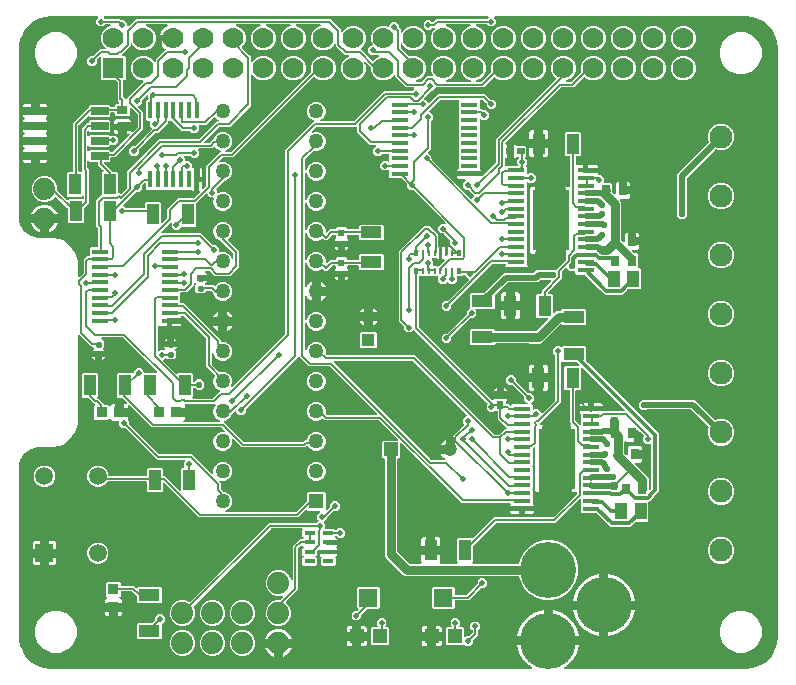
<source format=gbr>
G04 EAGLE Gerber RS-274X export*
G75*
%MOMM*%
%FSLAX34Y34*%
%LPD*%
%INTop Copper*%
%IPPOS*%
%AMOC8*
5,1,8,0,0,1.08239X$1,22.5*%
G01*
G04 Define Apertures*
%ADD10C,0.286200*%
%ADD11R,0.730000X0.940000*%
%ADD12R,0.620000X0.650000*%
%ADD13R,1.020000X1.470000*%
%ADD14R,1.200000X1.200000*%
%ADD15C,1.200000*%
%ADD16R,0.650000X0.620000*%
%ADD17R,0.940000X0.730000*%
%ADD18R,0.620000X0.560000*%
%ADD19R,1.100000X1.100000*%
%ADD20C,1.100000*%
%ADD21R,0.450000X1.475000*%
%ADD22R,1.475000X0.450000*%
%ADD23R,3.100000X5.180000*%
%ADD24R,1.525000X0.700000*%
%ADD25C,4.743000*%
%ADD26C,1.950000*%
%ADD27C,1.879600*%
%ADD28R,0.950000X0.950000*%
%ADD29R,1.100000X1.750000*%
%ADD30R,1.800000X1.050000*%
%ADD31R,1.050000X1.750000*%
%ADD32R,1.050000X1.800000*%
%ADD33R,1.500000X1.500000*%
%ADD34C,1.500000*%
%ADD35R,1.275000X1.275000*%
%ADD36C,1.275000*%
%ADD37R,1.778000X1.778000*%
%ADD38C,1.778000*%
%ADD39R,1.800000X1.000000*%
%ADD40R,1.600000X1.500000*%
%ADD41R,0.425000X0.500000*%
%ADD42R,0.250000X0.500000*%
%ADD43R,0.900000X0.400000*%
%ADD44C,0.152400*%
%ADD45C,0.508000*%
%ADD46C,0.558800*%
%ADD47C,0.508000*%
%ADD48C,0.762000*%
%ADD49C,0.762000*%
%ADD50C,0.635000*%
%ADD51C,0.482600*%
%ADD52C,0.304800*%
%ADD53C,2.540000*%
G36*
X437979Y3870D02*
X437682Y3810D01*
X30000Y3810D01*
X29881Y3819D01*
X22023Y5064D01*
X21796Y5138D01*
X14708Y8749D01*
X14515Y8890D01*
X8890Y14515D01*
X8749Y14708D01*
X5138Y21796D01*
X5064Y22023D01*
X3819Y29881D01*
X3810Y30000D01*
X3810Y175000D01*
X3825Y175149D01*
X4999Y181053D01*
X5113Y181327D01*
X8457Y186333D01*
X8667Y186543D01*
X13673Y189887D01*
X13947Y190001D01*
X19851Y191175D01*
X20000Y191190D01*
X33771Y191190D01*
X40944Y193521D01*
X47046Y197954D01*
X51479Y204056D01*
X53810Y211229D01*
X53810Y285541D01*
X53857Y285805D01*
X54016Y286063D01*
X54264Y286238D01*
X54560Y286303D01*
X54858Y286248D01*
X55111Y286080D01*
X64585Y276606D01*
X65834Y276606D01*
X66109Y276555D01*
X66364Y276391D01*
X66435Y276288D01*
X67146Y275577D01*
X67304Y275347D01*
X67369Y275051D01*
X67313Y274752D01*
X67146Y274500D01*
X65580Y272934D01*
X65580Y272720D01*
X76660Y272720D01*
X76660Y272934D01*
X75094Y274500D01*
X74936Y274730D01*
X74871Y275026D01*
X74927Y275324D01*
X75094Y275577D01*
X75644Y276127D01*
X75644Y281113D01*
X73832Y282925D01*
X73679Y283145D01*
X73609Y283440D01*
X73660Y283739D01*
X73823Y283994D01*
X74073Y284166D01*
X74371Y284226D01*
X91701Y284226D01*
X91987Y284170D01*
X92240Y284003D01*
X120578Y255665D01*
X120731Y255445D01*
X120801Y255150D01*
X120750Y254851D01*
X120587Y254596D01*
X120337Y254424D01*
X120039Y254364D01*
X109982Y254364D01*
X109707Y254415D01*
X109452Y254579D01*
X109280Y254829D01*
X109220Y255126D01*
X109220Y256191D01*
X106839Y258572D01*
X103473Y258572D01*
X101092Y256191D01*
X101092Y254733D01*
X101045Y254470D01*
X100886Y254212D01*
X100638Y254036D01*
X100342Y253971D01*
X100044Y254027D01*
X99791Y254194D01*
X99621Y254364D01*
X87859Y254364D01*
X86966Y253471D01*
X86966Y234209D01*
X87859Y233316D01*
X90795Y233316D01*
X91081Y233260D01*
X91334Y233093D01*
X94856Y229571D01*
X95009Y229351D01*
X95079Y229056D01*
X95028Y228757D01*
X94865Y228502D01*
X94615Y228330D01*
X94317Y228270D01*
X92590Y228270D01*
X92590Y224790D01*
X96070Y224790D01*
X96070Y226517D01*
X96117Y226781D01*
X96276Y227039D01*
X96524Y227214D01*
X96820Y227279D01*
X97118Y227224D01*
X97371Y227056D01*
X116401Y208026D01*
X175521Y208026D01*
X175807Y207970D01*
X176060Y207803D01*
X178432Y205431D01*
X178585Y205211D01*
X178655Y204916D01*
X178604Y204617D01*
X178441Y204362D01*
X178191Y204190D01*
X177893Y204130D01*
X174729Y204130D01*
X171826Y202927D01*
X169604Y200705D01*
X168401Y197802D01*
X168401Y194660D01*
X169604Y191757D01*
X171826Y189535D01*
X174729Y188332D01*
X177871Y188332D01*
X180774Y189535D01*
X182996Y191757D01*
X184199Y194660D01*
X184199Y197824D01*
X184246Y198088D01*
X184405Y198346D01*
X184653Y198521D01*
X184949Y198586D01*
X185247Y198531D01*
X185500Y198363D01*
X192601Y191262D01*
X246311Y191262D01*
X247412Y192363D01*
X247637Y192519D01*
X247933Y192586D01*
X248231Y192533D01*
X248485Y192367D01*
X248655Y192116D01*
X248804Y191757D01*
X251026Y189535D01*
X253929Y188332D01*
X257071Y188332D01*
X259974Y189535D01*
X262196Y191757D01*
X263399Y194660D01*
X263399Y197802D01*
X262196Y200705D01*
X259974Y202927D01*
X257071Y204130D01*
X253929Y204130D01*
X251026Y202927D01*
X248804Y200705D01*
X247612Y197828D01*
X247455Y197590D01*
X247205Y197418D01*
X246908Y197358D01*
X245941Y197358D01*
X244640Y196057D01*
X244399Y195894D01*
X244101Y195834D01*
X194811Y195834D01*
X194525Y195890D01*
X194272Y196057D01*
X177777Y212552D01*
X177621Y212777D01*
X177554Y213073D01*
X177607Y213372D01*
X177772Y213626D01*
X178024Y213795D01*
X180774Y214935D01*
X182996Y217157D01*
X183438Y218224D01*
X183595Y218462D01*
X183605Y218469D01*
X183604Y218471D01*
X186659Y221526D01*
X186879Y221679D01*
X187174Y221749D01*
X187473Y221698D01*
X187728Y221535D01*
X187900Y221285D01*
X187960Y220987D01*
X187960Y220821D01*
X190341Y218440D01*
X193707Y218440D01*
X196088Y220821D01*
X196088Y223019D01*
X196144Y223305D01*
X196311Y223558D01*
X240253Y267500D01*
X240484Y267658D01*
X240780Y267723D01*
X241078Y267668D01*
X241331Y267500D01*
X248989Y259842D01*
X266961Y259842D01*
X267247Y259786D01*
X267500Y259619D01*
X307124Y219995D01*
X307277Y219775D01*
X307347Y219480D01*
X307296Y219181D01*
X307133Y218926D01*
X306883Y218754D01*
X306585Y218694D01*
X264915Y218694D01*
X264629Y218750D01*
X264376Y218917D01*
X263622Y219671D01*
X263459Y219912D01*
X263399Y220210D01*
X263399Y223202D01*
X262196Y226105D01*
X259974Y228327D01*
X257071Y229530D01*
X253929Y229530D01*
X251026Y228327D01*
X248804Y226105D01*
X247601Y223202D01*
X247601Y220060D01*
X248804Y217157D01*
X251026Y214935D01*
X253929Y213732D01*
X257071Y213732D01*
X259974Y214935D01*
X260395Y215355D01*
X260625Y215513D01*
X260921Y215578D01*
X261220Y215522D01*
X261472Y215355D01*
X262705Y214122D01*
X308109Y214122D01*
X308395Y214066D01*
X308648Y213899D01*
X324302Y198245D01*
X324455Y198025D01*
X324525Y197730D01*
X324474Y197431D01*
X324311Y197176D01*
X324061Y197004D01*
X323763Y196944D01*
X312139Y196944D01*
X311246Y196051D01*
X311246Y182789D01*
X312139Y181896D01*
X312740Y181896D01*
X313015Y181845D01*
X313270Y181681D01*
X313442Y181431D01*
X313502Y181134D01*
X313502Y99740D01*
X314314Y97779D01*
X329090Y83003D01*
X331051Y82191D01*
X426675Y82191D01*
X427046Y82095D01*
X427276Y81898D01*
X427411Y81626D01*
X428441Y77783D01*
X431764Y72028D01*
X436463Y67329D01*
X442218Y64006D01*
X448637Y62286D01*
X455283Y62286D01*
X461702Y64006D01*
X467457Y67329D01*
X472156Y72028D01*
X475479Y77783D01*
X477199Y84202D01*
X477199Y90848D01*
X475479Y97267D01*
X472156Y103022D01*
X467457Y107721D01*
X461702Y111044D01*
X455283Y112764D01*
X448637Y112764D01*
X442218Y111044D01*
X436463Y107721D01*
X431764Y103022D01*
X428441Y97267D01*
X427411Y93424D01*
X427223Y93091D01*
X426972Y92919D01*
X426675Y92859D01*
X388494Y92859D01*
X388231Y92906D01*
X387973Y93065D01*
X387797Y93313D01*
X387732Y93609D01*
X387788Y93907D01*
X387955Y94160D01*
X388554Y94759D01*
X388554Y107615D01*
X388610Y107901D01*
X388777Y108154D01*
X407654Y127031D01*
X407895Y127194D01*
X408193Y127254D01*
X458147Y127254D01*
X478305Y147412D01*
X478525Y147565D01*
X478820Y147635D01*
X479119Y147584D01*
X479374Y147421D01*
X479546Y147171D01*
X479606Y146873D01*
X479606Y142913D01*
X479659Y142672D01*
X479606Y142388D01*
X479606Y136529D01*
X480499Y135636D01*
X492737Y135636D01*
X493023Y135580D01*
X493276Y135413D01*
X504975Y123714D01*
X521495Y123714D01*
X525844Y128063D01*
X526085Y128226D01*
X526383Y128286D01*
X535801Y128286D01*
X536694Y129179D01*
X536694Y144652D01*
X536745Y144927D01*
X536909Y145182D01*
X537159Y145354D01*
X537456Y145414D01*
X537785Y145414D01*
X541356Y148985D01*
X541356Y149380D01*
X541412Y149666D01*
X541579Y149919D01*
X545338Y153677D01*
X545338Y202933D01*
X484457Y263813D01*
X484294Y264055D01*
X484234Y264352D01*
X484234Y276131D01*
X483341Y277024D01*
X464079Y277024D01*
X463462Y276407D01*
X463231Y276249D01*
X462935Y276184D01*
X462637Y276240D01*
X462384Y276407D01*
X461931Y276860D01*
X458565Y276860D01*
X456184Y274479D01*
X456184Y271113D01*
X457739Y269558D01*
X457902Y269316D01*
X457962Y269019D01*
X457962Y231387D01*
X457906Y231101D01*
X457739Y230848D01*
X447325Y220434D01*
X447105Y220281D01*
X446810Y220211D01*
X446511Y220262D01*
X446256Y220425D01*
X446084Y220675D01*
X446024Y220973D01*
X446024Y221139D01*
X443643Y223520D01*
X440277Y223520D01*
X439945Y223188D01*
X439725Y223035D01*
X439430Y222965D01*
X439131Y223016D01*
X438876Y223180D01*
X438704Y223430D01*
X438644Y223727D01*
X438644Y226791D01*
X437705Y227730D01*
X437700Y227731D01*
X437442Y227890D01*
X437266Y228138D01*
X437201Y228434D01*
X437257Y228732D01*
X437424Y228985D01*
X439928Y231489D01*
X439928Y234855D01*
X437408Y237375D01*
X437284Y237553D01*
X437230Y237468D01*
X436980Y237296D01*
X436682Y237236D01*
X435349Y237236D01*
X435063Y237292D01*
X434810Y237459D01*
X424911Y247358D01*
X424748Y247599D01*
X424688Y247897D01*
X424688Y250095D01*
X422307Y252476D01*
X418941Y252476D01*
X416560Y250095D01*
X416560Y246729D01*
X418941Y244348D01*
X421139Y244348D01*
X421425Y244292D01*
X421678Y244125D01*
X431577Y234226D01*
X431740Y233985D01*
X431800Y233687D01*
X431800Y231489D01*
X434304Y228985D01*
X434457Y228765D01*
X434527Y228470D01*
X434476Y228171D01*
X434312Y227916D01*
X434062Y227744D01*
X433765Y227684D01*
X421739Y227684D01*
X420747Y226692D01*
X420516Y226534D01*
X420220Y226469D01*
X419922Y226524D01*
X419669Y226692D01*
X418523Y227838D01*
X416866Y227838D01*
X416591Y227889D01*
X416336Y228053D01*
X416164Y228303D01*
X416104Y228600D01*
X416104Y229906D01*
X416160Y230192D01*
X416327Y230445D01*
X417120Y231238D01*
X417120Y232440D01*
X405840Y232440D01*
X405840Y231693D01*
X405793Y231429D01*
X405634Y231171D01*
X405386Y230996D01*
X405090Y230931D01*
X404792Y230986D01*
X404539Y231154D01*
X342361Y293332D01*
X342198Y293573D01*
X342138Y293871D01*
X342138Y335752D01*
X342194Y336038D01*
X342361Y336291D01*
X342604Y336533D01*
X342834Y336691D01*
X343130Y336757D01*
X343428Y336701D01*
X343681Y336533D01*
X343759Y336456D01*
X347521Y336456D01*
X347601Y336536D01*
X347832Y336694D01*
X348128Y336759D01*
X348426Y336703D01*
X348679Y336536D01*
X348759Y336456D01*
X352521Y336456D01*
X352601Y336536D01*
X352832Y336694D01*
X353128Y336759D01*
X353426Y336703D01*
X353679Y336536D01*
X353759Y336456D01*
X357656Y336456D01*
X357862Y336505D01*
X358161Y336454D01*
X358416Y336290D01*
X358588Y336040D01*
X358648Y335743D01*
X358648Y332073D01*
X361029Y329692D01*
X364395Y329692D01*
X365983Y331280D01*
X366214Y331438D01*
X366510Y331503D01*
X366808Y331447D01*
X367061Y331280D01*
X368649Y329692D01*
X372015Y329692D01*
X374396Y332073D01*
X374396Y335694D01*
X374447Y335969D01*
X374611Y336224D01*
X374861Y336396D01*
X375158Y336456D01*
X379266Y336456D01*
X380153Y337343D01*
X380395Y337506D01*
X380692Y337566D01*
X380746Y337566D01*
X381021Y337515D01*
X381276Y337351D01*
X381448Y337101D01*
X381508Y336804D01*
X381508Y336645D01*
X383889Y334264D01*
X384055Y334264D01*
X384319Y334217D01*
X384577Y334058D01*
X384752Y333810D01*
X384817Y333514D01*
X384762Y333216D01*
X384594Y332963D01*
X366814Y315183D01*
X366573Y315020D01*
X366275Y314960D01*
X364077Y314960D01*
X361696Y312579D01*
X361696Y309213D01*
X364077Y306832D01*
X367443Y306832D01*
X369824Y309213D01*
X369824Y311411D01*
X369880Y311697D01*
X370047Y311950D01*
X404584Y346487D01*
X404825Y346650D01*
X405123Y346710D01*
X415308Y346710D01*
X415583Y346659D01*
X415838Y346495D01*
X416010Y346245D01*
X416070Y345948D01*
X416070Y345924D01*
X416014Y345638D01*
X415847Y345385D01*
X415054Y344592D01*
X415054Y343540D01*
X434884Y343540D01*
X434884Y344592D01*
X434091Y345385D01*
X433928Y345627D01*
X433868Y345924D01*
X433868Y350787D01*
X433815Y351028D01*
X433868Y351312D01*
X433868Y357287D01*
X433815Y357528D01*
X433868Y357812D01*
X433868Y363787D01*
X433815Y364028D01*
X433868Y364312D01*
X433868Y370287D01*
X433815Y370528D01*
X433868Y370812D01*
X433868Y376787D01*
X433815Y377028D01*
X433868Y377312D01*
X433868Y383287D01*
X433815Y383528D01*
X433868Y383812D01*
X433868Y389787D01*
X433815Y390028D01*
X433868Y390312D01*
X433868Y396287D01*
X433815Y396528D01*
X433868Y396812D01*
X433868Y402787D01*
X433815Y403028D01*
X433868Y403312D01*
X433868Y409287D01*
X433815Y409528D01*
X433868Y409812D01*
X433868Y415033D01*
X433915Y415296D01*
X434074Y415554D01*
X434322Y415730D01*
X434618Y415795D01*
X434916Y415739D01*
X435169Y415572D01*
X435705Y415036D01*
X439071Y415036D01*
X441452Y417417D01*
X441452Y420783D01*
X439071Y423164D01*
X435705Y423164D01*
X435169Y422628D01*
X434949Y422475D01*
X434654Y422405D01*
X434355Y422456D01*
X434100Y422620D01*
X433928Y422870D01*
X433868Y423167D01*
X433868Y428671D01*
X433158Y429381D01*
X433000Y429612D01*
X432935Y429908D01*
X432991Y430206D01*
X433158Y430459D01*
X433832Y431133D01*
X433832Y434499D01*
X432277Y436054D01*
X432114Y436296D01*
X432054Y436593D01*
X432054Y436613D01*
X432110Y436899D01*
X432277Y437152D01*
X433354Y438229D01*
X433354Y445691D01*
X432461Y446584D01*
X425414Y446584D01*
X425128Y446640D01*
X424875Y446807D01*
X424082Y447600D01*
X422880Y447600D01*
X422880Y436320D01*
X424082Y436320D01*
X424875Y437113D01*
X425117Y437276D01*
X425414Y437336D01*
X426701Y437336D01*
X426964Y437289D01*
X427222Y437130D01*
X427398Y436882D01*
X427463Y436586D01*
X427407Y436288D01*
X427240Y436035D01*
X425704Y434499D01*
X425704Y431133D01*
X425972Y430865D01*
X426125Y430645D01*
X426195Y430350D01*
X426144Y430051D01*
X425980Y429796D01*
X425730Y429624D01*
X425433Y429564D01*
X416963Y429564D01*
X416591Y429192D01*
X416371Y429039D01*
X416076Y428969D01*
X415777Y429020D01*
X415522Y429184D01*
X415350Y429434D01*
X415290Y429731D01*
X415290Y435558D01*
X415341Y435833D01*
X415505Y436088D01*
X415755Y436260D01*
X416052Y436320D01*
X416680Y436320D01*
X416680Y447600D01*
X416097Y447600D01*
X415833Y447647D01*
X415575Y447806D01*
X415400Y448054D01*
X415335Y448350D01*
X415390Y448648D01*
X415558Y448901D01*
X462496Y495839D01*
X462737Y496002D01*
X463035Y496062D01*
X473387Y496062D01*
X481960Y504635D01*
X482190Y504793D01*
X482487Y504858D01*
X482785Y504802D01*
X483037Y504635D01*
X484201Y503471D01*
X488029Y501886D01*
X492171Y501886D01*
X495999Y503471D01*
X498929Y506401D01*
X500514Y510229D01*
X500514Y514371D01*
X498929Y518199D01*
X495999Y521129D01*
X492171Y522714D01*
X488029Y522714D01*
X484201Y521129D01*
X481271Y518199D01*
X479686Y514371D01*
X479686Y510229D01*
X479902Y509708D01*
X479960Y509428D01*
X479904Y509130D01*
X479737Y508877D01*
X471716Y500857D01*
X471475Y500694D01*
X471177Y500634D01*
X467580Y500634D01*
X467322Y500679D01*
X467063Y500836D01*
X466885Y501082D01*
X466818Y501378D01*
X466871Y501676D01*
X467037Y501931D01*
X467288Y502100D01*
X470599Y503471D01*
X473529Y506401D01*
X475114Y510229D01*
X475114Y514371D01*
X473529Y518199D01*
X470599Y521129D01*
X466771Y522714D01*
X462629Y522714D01*
X458801Y521129D01*
X455871Y518199D01*
X454286Y514371D01*
X454286Y510229D01*
X455871Y506401D01*
X458407Y503865D01*
X458565Y503635D01*
X458630Y503339D01*
X458574Y503041D01*
X458407Y502788D01*
X407670Y452051D01*
X407670Y432555D01*
X407614Y432269D01*
X407447Y432016D01*
X396196Y420765D01*
X396020Y420642D01*
X396020Y420620D01*
X395988Y420620D01*
X395976Y420612D01*
X395681Y420542D01*
X395382Y420593D01*
X395340Y420620D01*
X375065Y420620D01*
X375065Y419568D01*
X376553Y418080D01*
X381537Y418080D01*
X381800Y418033D01*
X382058Y417874D01*
X382234Y417626D01*
X382299Y417330D01*
X382243Y417032D01*
X382076Y416779D01*
X379984Y414687D01*
X379984Y411321D01*
X382365Y408940D01*
X384563Y408940D01*
X384849Y408884D01*
X385102Y408717D01*
X388925Y404894D01*
X389083Y404664D01*
X389148Y404367D01*
X389093Y404069D01*
X388925Y403816D01*
X387604Y402495D01*
X387604Y402329D01*
X387557Y402065D01*
X387398Y401807D01*
X387150Y401632D01*
X386854Y401567D01*
X386556Y401622D01*
X386303Y401790D01*
X353283Y434810D01*
X353120Y435051D01*
X353060Y435349D01*
X353060Y437547D01*
X350679Y439928D01*
X350513Y439928D01*
X350249Y439975D01*
X349991Y440134D01*
X349816Y440382D01*
X349751Y440678D01*
X349806Y440976D01*
X349974Y441229D01*
X352806Y444061D01*
X352806Y467139D01*
X352862Y467425D01*
X353029Y467678D01*
X354584Y469233D01*
X354584Y472599D01*
X352203Y474980D01*
X352037Y474980D01*
X351773Y475027D01*
X351515Y475186D01*
X351340Y475434D01*
X351275Y475730D01*
X351330Y476028D01*
X351498Y476281D01*
X360388Y485171D01*
X360629Y485334D01*
X360927Y485394D01*
X375384Y485394D01*
X375647Y485347D01*
X375905Y485188D01*
X376081Y484940D01*
X376146Y484644D01*
X376090Y484346D01*
X376081Y484332D01*
X376081Y478373D01*
X376134Y478132D01*
X376081Y477848D01*
X376081Y471873D01*
X376134Y471632D01*
X376081Y471348D01*
X376081Y465373D01*
X376134Y465132D01*
X376081Y464848D01*
X376081Y458873D01*
X376134Y458632D01*
X376081Y458348D01*
X376081Y452373D01*
X376134Y452132D01*
X376081Y451848D01*
X376081Y445873D01*
X376134Y445632D01*
X376081Y445348D01*
X376081Y439373D01*
X376134Y439132D01*
X376081Y438848D01*
X376081Y432873D01*
X376134Y432632D01*
X376081Y432348D01*
X376081Y427504D01*
X376025Y427218D01*
X375858Y426965D01*
X375065Y426172D01*
X375065Y425120D01*
X394895Y425120D01*
X394895Y426172D01*
X394102Y426965D01*
X393939Y427207D01*
X393879Y427504D01*
X393879Y432367D01*
X393826Y432608D01*
X393879Y432892D01*
X393879Y438867D01*
X393826Y439108D01*
X393879Y439392D01*
X393879Y445367D01*
X393826Y445608D01*
X393879Y445892D01*
X393879Y451867D01*
X393826Y452108D01*
X393879Y452392D01*
X393879Y458367D01*
X393826Y458608D01*
X393879Y458892D01*
X393879Y464867D01*
X393826Y465108D01*
X393879Y465392D01*
X393879Y468738D01*
X393926Y469001D01*
X394085Y469259D01*
X394333Y469435D01*
X394629Y469500D01*
X394927Y469444D01*
X395180Y469277D01*
X396081Y468376D01*
X399447Y468376D01*
X401828Y470757D01*
X401828Y474123D01*
X399447Y476504D01*
X397249Y476504D01*
X396963Y476560D01*
X396710Y476727D01*
X395663Y477774D01*
X394641Y477774D01*
X394366Y477825D01*
X394111Y477989D01*
X393939Y478239D01*
X393879Y478536D01*
X393879Y484334D01*
X393814Y484608D01*
X393865Y484907D01*
X394029Y485162D01*
X394279Y485334D01*
X394576Y485394D01*
X396501Y485394D01*
X396787Y485338D01*
X397040Y485171D01*
X399573Y482638D01*
X399736Y482397D01*
X399796Y482099D01*
X399796Y479901D01*
X402177Y477520D01*
X405543Y477520D01*
X407924Y479901D01*
X407924Y483267D01*
X405543Y485648D01*
X403345Y485648D01*
X403059Y485704D01*
X402806Y485871D01*
X398711Y489966D01*
X358717Y489966D01*
X351313Y482562D01*
X351093Y482409D01*
X350798Y482339D01*
X350499Y482390D01*
X350244Y482553D01*
X350072Y482803D01*
X350012Y483101D01*
X350012Y483267D01*
X347631Y485648D01*
X347465Y485648D01*
X347201Y485695D01*
X346943Y485854D01*
X346768Y486102D01*
X346703Y486398D01*
X346758Y486696D01*
X346926Y486949D01*
X352514Y492537D01*
X352755Y492700D01*
X353053Y492760D01*
X353727Y492760D01*
X356108Y495141D01*
X356108Y495307D01*
X356155Y495571D01*
X356314Y495829D01*
X356562Y496004D01*
X356858Y496069D01*
X356897Y496062D01*
X397187Y496062D01*
X405760Y504635D01*
X405990Y504793D01*
X406287Y504858D01*
X406585Y504802D01*
X406837Y504635D01*
X408001Y503471D01*
X411829Y501886D01*
X415971Y501886D01*
X419799Y503471D01*
X422729Y506401D01*
X424314Y510229D01*
X424314Y514371D01*
X422729Y518199D01*
X419799Y521129D01*
X415971Y522714D01*
X411829Y522714D01*
X408001Y521129D01*
X405071Y518199D01*
X403486Y514371D01*
X403486Y510229D01*
X403702Y509708D01*
X403760Y509428D01*
X403704Y509130D01*
X403537Y508877D01*
X395516Y500857D01*
X395275Y500694D01*
X394977Y500634D01*
X391380Y500634D01*
X391122Y500679D01*
X390863Y500836D01*
X390685Y501082D01*
X390618Y501378D01*
X390671Y501676D01*
X390837Y501931D01*
X391088Y502100D01*
X394399Y503471D01*
X397329Y506401D01*
X398914Y510229D01*
X398914Y514371D01*
X397329Y518199D01*
X394399Y521129D01*
X390571Y522714D01*
X386429Y522714D01*
X382601Y521129D01*
X379671Y518199D01*
X378086Y514371D01*
X378086Y510229D01*
X379671Y506401D01*
X382601Y503471D01*
X385912Y502100D01*
X386133Y501960D01*
X386312Y501715D01*
X386382Y501420D01*
X386331Y501121D01*
X386168Y500866D01*
X385918Y500694D01*
X385620Y500634D01*
X365980Y500634D01*
X365722Y500679D01*
X365463Y500836D01*
X365285Y501082D01*
X365218Y501378D01*
X365271Y501676D01*
X365437Y501931D01*
X365688Y502100D01*
X368999Y503471D01*
X371929Y506401D01*
X373514Y510229D01*
X373514Y514371D01*
X371929Y518199D01*
X368999Y521129D01*
X365171Y522714D01*
X361029Y522714D01*
X357201Y521129D01*
X354271Y518199D01*
X352686Y514371D01*
X352686Y510229D01*
X354318Y506288D01*
X354319Y506287D01*
X354319Y506287D01*
X354329Y506261D01*
X354325Y506259D01*
X354388Y505992D01*
X354338Y505693D01*
X354174Y505438D01*
X353924Y505266D01*
X353627Y505206D01*
X349573Y505206D01*
X345224Y500857D01*
X344983Y500694D01*
X344685Y500634D01*
X340580Y500634D01*
X340322Y500679D01*
X340063Y500836D01*
X339885Y501082D01*
X339818Y501378D01*
X339871Y501676D01*
X340037Y501931D01*
X340288Y502100D01*
X343599Y503471D01*
X346529Y506401D01*
X348114Y510229D01*
X348114Y514371D01*
X346529Y518199D01*
X343599Y521129D01*
X339771Y522714D01*
X335629Y522714D01*
X334918Y522420D01*
X334639Y522362D01*
X334341Y522418D01*
X334088Y522585D01*
X327121Y529552D01*
X326958Y529793D01*
X326898Y530091D01*
X326898Y532734D01*
X326943Y532992D01*
X327100Y533251D01*
X327346Y533429D01*
X327642Y533496D01*
X327940Y533443D01*
X328195Y533278D01*
X328364Y533026D01*
X328871Y531801D01*
X331801Y528871D01*
X335629Y527286D01*
X339771Y527286D01*
X343599Y528871D01*
X346529Y531801D01*
X348114Y535629D01*
X348114Y539771D01*
X346529Y543599D01*
X343599Y546529D01*
X339771Y548114D01*
X335629Y548114D01*
X331801Y546529D01*
X328871Y543599D01*
X328364Y542374D01*
X328224Y542153D01*
X327979Y541974D01*
X327684Y541904D01*
X327385Y541955D01*
X327130Y542118D01*
X326958Y542368D01*
X326898Y542666D01*
X326898Y545015D01*
X325851Y546062D01*
X325688Y546303D01*
X325628Y546601D01*
X325628Y548799D01*
X323247Y551180D01*
X319881Y551180D01*
X317500Y548799D01*
X317500Y547959D01*
X317451Y547690D01*
X317290Y547433D01*
X317041Y547259D01*
X316744Y547197D01*
X316446Y547255D01*
X314371Y548114D01*
X310229Y548114D01*
X306401Y546529D01*
X303471Y543599D01*
X301886Y539771D01*
X301886Y535629D01*
X303214Y532422D01*
X303272Y532154D01*
X303221Y531855D01*
X303058Y531600D01*
X302808Y531428D01*
X302510Y531368D01*
X301593Y531368D01*
X299212Y528987D01*
X299212Y525621D01*
X301593Y523240D01*
X304959Y523240D01*
X304990Y523271D01*
X305232Y523434D01*
X305529Y523494D01*
X308281Y523494D01*
X308538Y523449D01*
X308798Y523292D01*
X308975Y523046D01*
X309043Y522750D01*
X308989Y522452D01*
X308824Y522198D01*
X308572Y522028D01*
X306401Y521129D01*
X303985Y518713D01*
X303755Y518555D01*
X303459Y518490D01*
X303161Y518546D01*
X302908Y518713D01*
X295117Y526504D01*
X293408Y528213D01*
X293312Y528272D01*
X293136Y528520D01*
X293071Y528816D01*
X293127Y529114D01*
X293294Y529367D01*
X295729Y531801D01*
X297314Y535629D01*
X297314Y539771D01*
X295729Y543599D01*
X292799Y546529D01*
X288971Y548114D01*
X284829Y548114D01*
X281001Y546529D01*
X278071Y543598D01*
X277932Y543380D01*
X277687Y543200D01*
X277392Y543130D01*
X277093Y543181D01*
X276838Y543345D01*
X276666Y543595D01*
X276606Y543892D01*
X276606Y545015D01*
X267647Y553974D01*
X102685Y553974D01*
X96805Y548094D01*
X96585Y547941D01*
X96290Y547871D01*
X95991Y547922D01*
X95736Y548085D01*
X95564Y548335D01*
X95504Y548633D01*
X95504Y550323D01*
X93123Y552704D01*
X90925Y552704D01*
X90639Y552760D01*
X90386Y552927D01*
X89339Y553974D01*
X76929Y553974D01*
X76643Y554030D01*
X76390Y554197D01*
X75698Y554889D01*
X75545Y555109D01*
X75475Y555404D01*
X75526Y555703D01*
X75690Y555958D01*
X75940Y556130D01*
X76237Y556190D01*
X400775Y556190D01*
X401038Y556143D01*
X401296Y555984D01*
X401472Y555736D01*
X401537Y555440D01*
X401481Y555142D01*
X401314Y554889D01*
X400622Y554197D01*
X400380Y554034D01*
X400083Y553974D01*
X357193Y553974D01*
X354602Y551383D01*
X354372Y551225D01*
X354075Y551160D01*
X353777Y551215D01*
X353524Y551383D01*
X352203Y552704D01*
X348837Y552704D01*
X346456Y550323D01*
X346456Y546957D01*
X348837Y544576D01*
X352203Y544576D01*
X353758Y546131D01*
X354000Y546294D01*
X354297Y546354D01*
X355187Y546354D01*
X355450Y546307D01*
X355708Y546148D01*
X355884Y545900D01*
X355949Y545604D01*
X355893Y545306D01*
X355726Y545053D01*
X354271Y543599D01*
X352686Y539771D01*
X352686Y535629D01*
X354271Y531801D01*
X357201Y528871D01*
X361029Y527286D01*
X365171Y527286D01*
X368999Y528871D01*
X371929Y531801D01*
X373514Y535629D01*
X373514Y539771D01*
X371929Y543599D01*
X368999Y546529D01*
X365601Y547936D01*
X365380Y548076D01*
X365201Y548321D01*
X365131Y548616D01*
X365182Y548915D01*
X365345Y549170D01*
X365596Y549342D01*
X365893Y549402D01*
X385707Y549402D01*
X385965Y549357D01*
X386224Y549200D01*
X386402Y548954D01*
X386469Y548658D01*
X386416Y548360D01*
X386250Y548106D01*
X385999Y547936D01*
X382601Y546529D01*
X379671Y543599D01*
X378086Y539771D01*
X378086Y535629D01*
X379671Y531801D01*
X382601Y528871D01*
X386429Y527286D01*
X390571Y527286D01*
X394399Y528871D01*
X397329Y531801D01*
X398914Y535629D01*
X398914Y539771D01*
X397329Y543599D01*
X394399Y546529D01*
X391001Y547936D01*
X390780Y548076D01*
X390601Y548321D01*
X390531Y548616D01*
X390582Y548915D01*
X390745Y549170D01*
X390996Y549342D01*
X391293Y549402D01*
X400083Y549402D01*
X400369Y549346D01*
X400622Y549179D01*
X402177Y547624D01*
X405543Y547624D01*
X407924Y550005D01*
X407924Y553371D01*
X406406Y554889D01*
X406253Y555109D01*
X406183Y555404D01*
X406234Y555703D01*
X406398Y555958D01*
X406648Y556130D01*
X406945Y556190D01*
X620000Y556190D01*
X620119Y556181D01*
X627977Y554936D01*
X628204Y554862D01*
X635292Y551251D01*
X635485Y551111D01*
X641111Y545485D01*
X641251Y545292D01*
X644862Y538204D01*
X644936Y537977D01*
X646181Y530119D01*
X646190Y530000D01*
X646190Y30000D01*
X646181Y29881D01*
X644936Y22023D01*
X644862Y21796D01*
X641251Y14708D01*
X641111Y14515D01*
X635485Y8890D01*
X635292Y8749D01*
X628204Y5138D01*
X627977Y5064D01*
X620119Y3819D01*
X620000Y3810D01*
X466238Y3810D01*
X466076Y3827D01*
X465799Y3949D01*
X465591Y4170D01*
X465485Y4455D01*
X465499Y4757D01*
X465630Y5031D01*
X465857Y5232D01*
X468081Y6516D01*
X472969Y11404D01*
X476426Y17391D01*
X478120Y23715D01*
X425800Y23715D01*
X427494Y17391D01*
X430951Y11404D01*
X435839Y6516D01*
X438063Y5232D01*
X438194Y5136D01*
X438374Y4891D01*
X438443Y4596D01*
X438393Y4297D01*
X438229Y4042D01*
X437979Y3870D01*
G37*
%LPC*%
G36*
X538829Y527286D02*
X542971Y527286D01*
X546799Y528871D01*
X549729Y531801D01*
X551314Y535629D01*
X551314Y539771D01*
X549729Y543599D01*
X546799Y546529D01*
X542971Y548114D01*
X538829Y548114D01*
X535001Y546529D01*
X532071Y543599D01*
X530486Y539771D01*
X530486Y535629D01*
X532071Y531801D01*
X535001Y528871D01*
X538829Y527286D01*
G37*
G36*
X513429Y527286D02*
X517571Y527286D01*
X521399Y528871D01*
X524329Y531801D01*
X525914Y535629D01*
X525914Y539771D01*
X524329Y543599D01*
X521399Y546529D01*
X517571Y548114D01*
X513429Y548114D01*
X509601Y546529D01*
X506671Y543599D01*
X505086Y539771D01*
X505086Y535629D01*
X506671Y531801D01*
X509601Y528871D01*
X513429Y527286D01*
G37*
G36*
X437229Y527286D02*
X441371Y527286D01*
X445199Y528871D01*
X448129Y531801D01*
X449714Y535629D01*
X449714Y539771D01*
X448129Y543599D01*
X445199Y546529D01*
X441371Y548114D01*
X437229Y548114D01*
X433401Y546529D01*
X430471Y543599D01*
X428886Y539771D01*
X428886Y535629D01*
X430471Y531801D01*
X433401Y528871D01*
X437229Y527286D01*
G37*
G36*
X462629Y527286D02*
X466771Y527286D01*
X470599Y528871D01*
X473529Y531801D01*
X475114Y535629D01*
X475114Y539771D01*
X473529Y543599D01*
X470599Y546529D01*
X466771Y548114D01*
X462629Y548114D01*
X458801Y546529D01*
X455871Y543599D01*
X454286Y539771D01*
X454286Y535629D01*
X455871Y531801D01*
X458801Y528871D01*
X462629Y527286D01*
G37*
G36*
X411829Y527286D02*
X415971Y527286D01*
X419799Y528871D01*
X422729Y531801D01*
X424314Y535629D01*
X424314Y539771D01*
X422729Y543599D01*
X419799Y546529D01*
X415971Y548114D01*
X411829Y548114D01*
X408001Y546529D01*
X405071Y543599D01*
X403486Y539771D01*
X403486Y535629D01*
X405071Y531801D01*
X408001Y528871D01*
X411829Y527286D01*
G37*
G36*
X564229Y527286D02*
X568371Y527286D01*
X572199Y528871D01*
X575129Y531801D01*
X576714Y535629D01*
X576714Y539771D01*
X575129Y543599D01*
X572199Y546529D01*
X568371Y548114D01*
X564229Y548114D01*
X560401Y546529D01*
X557471Y543599D01*
X555886Y539771D01*
X555886Y535629D01*
X557471Y531801D01*
X560401Y528871D01*
X564229Y527286D01*
G37*
G36*
X488029Y527286D02*
X492171Y527286D01*
X495999Y528871D01*
X498929Y531801D01*
X500514Y535629D01*
X500514Y539771D01*
X498929Y543599D01*
X495999Y546529D01*
X492171Y548114D01*
X488029Y548114D01*
X484201Y546529D01*
X481271Y543599D01*
X479686Y539771D01*
X479686Y535629D01*
X481271Y531801D01*
X484201Y528871D01*
X488029Y527286D01*
G37*
G36*
X611507Y507440D02*
X618493Y507440D01*
X624947Y510113D01*
X629887Y515053D01*
X632560Y521507D01*
X632560Y528493D01*
X629887Y534947D01*
X624947Y539887D01*
X618493Y542560D01*
X611507Y542560D01*
X605053Y539887D01*
X600113Y534947D01*
X597440Y528493D01*
X597440Y521507D01*
X600113Y515053D01*
X605053Y510113D01*
X611507Y507440D01*
G37*
G36*
X437229Y501886D02*
X441371Y501886D01*
X445199Y503471D01*
X448129Y506401D01*
X449714Y510229D01*
X449714Y514371D01*
X448129Y518199D01*
X445199Y521129D01*
X441371Y522714D01*
X437229Y522714D01*
X433401Y521129D01*
X430471Y518199D01*
X428886Y514371D01*
X428886Y510229D01*
X430471Y506401D01*
X433401Y503471D01*
X437229Y501886D01*
G37*
G36*
X538829Y501886D02*
X542971Y501886D01*
X546799Y503471D01*
X549729Y506401D01*
X551314Y510229D01*
X551314Y514371D01*
X549729Y518199D01*
X546799Y521129D01*
X542971Y522714D01*
X538829Y522714D01*
X535001Y521129D01*
X532071Y518199D01*
X530486Y514371D01*
X530486Y510229D01*
X532071Y506401D01*
X535001Y503471D01*
X538829Y501886D01*
G37*
G36*
X513429Y501886D02*
X517571Y501886D01*
X521399Y503471D01*
X524329Y506401D01*
X525914Y510229D01*
X525914Y514371D01*
X524329Y518199D01*
X521399Y521129D01*
X517571Y522714D01*
X513429Y522714D01*
X509601Y521129D01*
X506671Y518199D01*
X505086Y514371D01*
X505086Y510229D01*
X506671Y506401D01*
X509601Y503471D01*
X513429Y501886D01*
G37*
G36*
X564229Y501886D02*
X568371Y501886D01*
X572199Y503471D01*
X575129Y506401D01*
X576714Y510229D01*
X576714Y514371D01*
X575129Y518199D01*
X572199Y521129D01*
X568371Y522714D01*
X564229Y522714D01*
X560401Y521129D01*
X557471Y518199D01*
X555886Y514371D01*
X555886Y510229D01*
X557471Y506401D01*
X560401Y503471D01*
X564229Y501886D01*
G37*
G36*
X563361Y384302D02*
X566939Y384302D01*
X569468Y386831D01*
X569468Y390409D01*
X569437Y390439D01*
X569274Y390681D01*
X569214Y390978D01*
X569214Y418991D01*
X569270Y419277D01*
X569437Y419530D01*
X593245Y443338D01*
X593481Y443498D01*
X593778Y443561D01*
X594076Y443503D01*
X595927Y442736D01*
X600413Y442736D01*
X604556Y444452D01*
X607728Y447624D01*
X609444Y451767D01*
X609444Y456253D01*
X607728Y460396D01*
X604556Y463568D01*
X600413Y465284D01*
X595927Y465284D01*
X591784Y463568D01*
X588612Y460396D01*
X586896Y456253D01*
X586896Y451767D01*
X587663Y449916D01*
X587721Y449636D01*
X587665Y449338D01*
X587498Y449085D01*
X561086Y422673D01*
X561086Y390978D01*
X561030Y390692D01*
X560863Y390439D01*
X560832Y390409D01*
X560832Y386831D01*
X563361Y384302D01*
G37*
G36*
X435930Y452120D02*
X440160Y452120D01*
X440160Y459600D01*
X437418Y459600D01*
X435930Y458112D01*
X435930Y452120D01*
G37*
G36*
X447780Y452120D02*
X452010Y452120D01*
X452010Y458112D01*
X450522Y459600D01*
X447780Y459600D01*
X447780Y452120D01*
G37*
G36*
X386609Y277446D02*
X405871Y277446D01*
X406764Y278339D01*
X406764Y278384D01*
X406815Y278659D01*
X406979Y278914D01*
X407229Y279086D01*
X407526Y279146D01*
X435506Y279146D01*
X435798Y279088D01*
X435933Y279032D01*
X444910Y279032D01*
X446871Y279844D01*
X462252Y295225D01*
X462482Y295383D01*
X462779Y295448D01*
X463077Y295393D01*
X463330Y295225D01*
X464079Y294476D01*
X483341Y294476D01*
X484234Y295369D01*
X484234Y307131D01*
X483341Y308024D01*
X464079Y308024D01*
X463137Y307082D01*
X463135Y307071D01*
X462971Y306816D01*
X462721Y306644D01*
X462424Y306584D01*
X459672Y306584D01*
X457712Y305772D01*
X457165Y305225D01*
X456945Y305072D01*
X456650Y305002D01*
X456351Y305053D01*
X456096Y305216D01*
X455924Y305466D01*
X455864Y305764D01*
X455864Y320531D01*
X454971Y321424D01*
X452299Y321424D01*
X452035Y321471D01*
X451777Y321630D01*
X451602Y321878D01*
X451537Y322174D01*
X451592Y322472D01*
X451760Y322725D01*
X463296Y334261D01*
X463296Y339494D01*
X463352Y339780D01*
X463519Y340033D01*
X466456Y342970D01*
X466687Y343128D01*
X466983Y343193D01*
X467281Y343137D01*
X467534Y342970D01*
X470235Y340268D01*
X474068Y340268D01*
X474343Y340217D01*
X474598Y340053D01*
X474770Y339803D01*
X474830Y339506D01*
X474830Y338409D01*
X475723Y337516D01*
X482877Y337516D01*
X483163Y337460D01*
X483416Y337293D01*
X496101Y324608D01*
X496264Y324366D01*
X496307Y324152D01*
X499895Y320564D01*
X515145Y320564D01*
X518716Y324135D01*
X518716Y324374D01*
X518767Y324649D01*
X518931Y324904D01*
X519181Y325076D01*
X519478Y325136D01*
X529451Y325136D01*
X530344Y326029D01*
X530344Y341991D01*
X529451Y342884D01*
X528656Y342884D01*
X528381Y342935D01*
X528126Y343099D01*
X527954Y343349D01*
X527894Y343646D01*
X527894Y354581D01*
X527001Y355474D01*
X524972Y355474D01*
X524686Y355530D01*
X524433Y355697D01*
X522911Y357219D01*
X522758Y357439D01*
X522688Y357734D01*
X522739Y358033D01*
X522902Y358288D01*
X523152Y358460D01*
X523450Y358520D01*
X527422Y358520D01*
X528910Y360008D01*
X528910Y362110D01*
X519070Y362110D01*
X519070Y373000D01*
X518018Y373000D01*
X516530Y371512D01*
X516530Y365440D01*
X516483Y365176D01*
X516324Y364918D01*
X516076Y364743D01*
X515780Y364678D01*
X515482Y364733D01*
X515229Y364901D01*
X514077Y366053D01*
X513914Y366294D01*
X513854Y366592D01*
X513854Y398148D01*
X513042Y400108D01*
X512751Y400399D01*
X512598Y400619D01*
X512528Y400914D01*
X512579Y401213D01*
X512742Y401468D01*
X512992Y401640D01*
X513290Y401700D01*
X519802Y401700D01*
X521290Y403188D01*
X521290Y405290D01*
X511450Y405290D01*
X511450Y416180D01*
X510398Y416180D01*
X508910Y414692D01*
X508910Y406080D01*
X508863Y405816D01*
X508704Y405558D01*
X508456Y405383D01*
X508160Y405318D01*
X507862Y405373D01*
X507609Y405541D01*
X506312Y406838D01*
X506152Y407074D01*
X506089Y407371D01*
X506147Y407668D01*
X506234Y407879D01*
X506234Y410001D01*
X506132Y410247D01*
X506074Y410539D01*
X506074Y414271D01*
X505181Y415164D01*
X500126Y415164D01*
X499851Y415215D01*
X499596Y415379D01*
X499424Y415629D01*
X499364Y415926D01*
X499364Y419259D01*
X496983Y421640D01*
X494406Y421640D01*
X494131Y421691D01*
X493876Y421855D01*
X493704Y422105D01*
X493644Y422402D01*
X493644Y423540D01*
X481479Y423540D01*
X481479Y430580D01*
X476018Y430580D01*
X475743Y430631D01*
X475488Y430795D01*
X475316Y431045D01*
X475256Y431342D01*
X475256Y437274D01*
X475307Y437549D01*
X475471Y437804D01*
X475721Y437976D01*
X476018Y438036D01*
X479101Y438036D01*
X479994Y438929D01*
X479994Y457691D01*
X479101Y458584D01*
X466839Y458584D01*
X465946Y457691D01*
X465946Y438929D01*
X466839Y438036D01*
X469922Y438036D01*
X470197Y437985D01*
X470452Y437821D01*
X470624Y437571D01*
X470684Y437274D01*
X470684Y412742D01*
X470633Y412467D01*
X470469Y412212D01*
X470219Y412040D01*
X469922Y411980D01*
X458159Y411980D01*
X458159Y355100D01*
X466287Y355100D01*
X466562Y355049D01*
X466817Y354885D01*
X466989Y354635D01*
X467049Y354338D01*
X467049Y350344D01*
X466993Y350058D01*
X466826Y349805D01*
X458723Y341703D01*
X458493Y341545D01*
X458197Y341480D01*
X457899Y341535D01*
X457756Y341630D01*
X454141Y341630D01*
X454111Y341599D01*
X453869Y341436D01*
X453572Y341376D01*
X442300Y341376D01*
X440187Y339263D01*
X439946Y339100D01*
X439648Y339040D01*
X414313Y339040D01*
X397490Y322217D01*
X397248Y322054D01*
X396951Y321994D01*
X386609Y321994D01*
X385716Y321101D01*
X385716Y309483D01*
X385660Y309197D01*
X385493Y308944D01*
X383032Y306483D01*
X383032Y304285D01*
X382976Y303999D01*
X382809Y303746D01*
X366814Y287751D01*
X366573Y287588D01*
X366275Y287528D01*
X364077Y287528D01*
X361696Y285147D01*
X361696Y281781D01*
X364077Y279400D01*
X367443Y279400D01*
X369824Y281781D01*
X369824Y283979D01*
X369880Y284265D01*
X370047Y284518D01*
X386042Y300513D01*
X386283Y300676D01*
X386581Y300736D01*
X388779Y300736D01*
X391160Y303117D01*
X391160Y306483D01*
X390498Y307145D01*
X390345Y307365D01*
X390275Y307660D01*
X390326Y307959D01*
X390490Y308214D01*
X390740Y308386D01*
X391037Y308446D01*
X405871Y308446D01*
X406764Y309339D01*
X406764Y319681D01*
X406820Y319967D01*
X406987Y320220D01*
X417456Y330689D01*
X417698Y330852D01*
X417995Y330912D01*
X443331Y330912D01*
X445444Y333025D01*
X445685Y333188D01*
X445982Y333248D01*
X453572Y333248D01*
X453858Y333192D01*
X454111Y333025D01*
X454314Y332822D01*
X454472Y332591D01*
X454537Y332295D01*
X454481Y331997D01*
X454314Y331744D01*
X446554Y323985D01*
X446554Y322186D01*
X446503Y321911D01*
X446339Y321656D01*
X446089Y321484D01*
X445792Y321424D01*
X442709Y321424D01*
X441816Y320531D01*
X441816Y301769D01*
X442709Y300876D01*
X450976Y300876D01*
X451240Y300829D01*
X451498Y300670D01*
X451673Y300422D01*
X451738Y300126D01*
X451683Y299828D01*
X451515Y299575D01*
X441863Y289923D01*
X441622Y289760D01*
X441324Y289700D01*
X438368Y289700D01*
X438076Y289758D01*
X437941Y289814D01*
X407367Y289814D01*
X407081Y289870D01*
X406828Y290037D01*
X405871Y290994D01*
X386609Y290994D01*
X385716Y290101D01*
X385716Y278339D01*
X386609Y277446D01*
G37*
G36*
X447780Y437020D02*
X450522Y437020D01*
X452010Y438508D01*
X452010Y444500D01*
X447780Y444500D01*
X447780Y437020D01*
G37*
G36*
X437418Y437020D02*
X440160Y437020D01*
X440160Y444500D01*
X435930Y444500D01*
X435930Y438508D01*
X437418Y437020D01*
G37*
G36*
X485979Y428040D02*
X493644Y428040D01*
X493644Y429092D01*
X492156Y430580D01*
X485979Y430580D01*
X485979Y428040D01*
G37*
G36*
X518750Y412590D02*
X521290Y412590D01*
X521290Y414692D01*
X519802Y416180D01*
X518750Y416180D01*
X518750Y412590D01*
G37*
G36*
X595927Y392736D02*
X600413Y392736D01*
X604556Y394452D01*
X607728Y397624D01*
X609444Y401767D01*
X609444Y406253D01*
X607728Y410396D01*
X604556Y413568D01*
X600413Y415284D01*
X595927Y415284D01*
X591784Y413568D01*
X588612Y410396D01*
X586896Y406253D01*
X586896Y401767D01*
X588612Y397624D01*
X591784Y394452D01*
X595927Y392736D01*
G37*
G36*
X437797Y355100D02*
X450539Y355100D01*
X450539Y411980D01*
X437797Y411980D01*
X436309Y410492D01*
X436309Y356588D01*
X437797Y355100D01*
G37*
G36*
X526370Y369410D02*
X528910Y369410D01*
X528910Y371512D01*
X527422Y373000D01*
X526370Y373000D01*
X526370Y369410D01*
G37*
G36*
X595927Y342736D02*
X600413Y342736D01*
X604556Y344452D01*
X607728Y347624D01*
X609444Y351767D01*
X609444Y356253D01*
X607728Y360396D01*
X604556Y363568D01*
X600413Y365284D01*
X595927Y365284D01*
X591784Y363568D01*
X588612Y360396D01*
X586896Y356253D01*
X586896Y351767D01*
X588612Y347624D01*
X591784Y344452D01*
X595927Y342736D01*
G37*
G36*
X423650Y314960D02*
X427880Y314960D01*
X427880Y320952D01*
X426392Y322440D01*
X423650Y322440D01*
X423650Y314960D01*
G37*
G36*
X411800Y314960D02*
X416030Y314960D01*
X416030Y322440D01*
X413288Y322440D01*
X411800Y320952D01*
X411800Y314960D01*
G37*
G36*
X595927Y292736D02*
X600413Y292736D01*
X604556Y294452D01*
X607728Y297624D01*
X609444Y301767D01*
X609444Y306253D01*
X607728Y310396D01*
X604556Y313568D01*
X600413Y315284D01*
X595927Y315284D01*
X591784Y313568D01*
X588612Y310396D01*
X586896Y306253D01*
X586896Y301767D01*
X588612Y297624D01*
X591784Y294452D01*
X595927Y292736D01*
G37*
G36*
X423650Y299860D02*
X426392Y299860D01*
X427880Y301348D01*
X427880Y307340D01*
X423650Y307340D01*
X423650Y299860D01*
G37*
G36*
X413288Y299860D02*
X416030Y299860D01*
X416030Y307340D01*
X411800Y307340D01*
X411800Y301348D01*
X413288Y299860D01*
G37*
G36*
X67906Y264780D02*
X68420Y264780D01*
X68420Y267320D01*
X65580Y267320D01*
X65580Y267106D01*
X67906Y264780D01*
G37*
G36*
X73820Y264780D02*
X74334Y264780D01*
X76660Y267106D01*
X76660Y267320D01*
X73820Y267320D01*
X73820Y264780D01*
G37*
G36*
X595927Y242736D02*
X600413Y242736D01*
X604556Y244452D01*
X607728Y247624D01*
X609444Y251767D01*
X609444Y256253D01*
X607728Y260396D01*
X604556Y263568D01*
X600413Y265284D01*
X595927Y265284D01*
X591784Y263568D01*
X588612Y260396D01*
X586896Y256253D01*
X586896Y251767D01*
X588612Y247624D01*
X591784Y244452D01*
X595927Y242736D01*
G37*
G36*
X435594Y253776D02*
X439824Y253776D01*
X439824Y261256D01*
X437082Y261256D01*
X435594Y259768D01*
X435594Y253776D01*
G37*
G36*
X447444Y253776D02*
X451674Y253776D01*
X451674Y259768D01*
X450186Y261256D01*
X447444Y261256D01*
X447444Y253776D01*
G37*
G36*
X253929Y239132D02*
X257071Y239132D01*
X259974Y240335D01*
X262196Y242557D01*
X263399Y245460D01*
X263399Y248602D01*
X262196Y251505D01*
X259974Y253727D01*
X257071Y254930D01*
X253929Y254930D01*
X251026Y253727D01*
X248804Y251505D01*
X247601Y248602D01*
X247601Y245460D01*
X248804Y242557D01*
X251026Y240335D01*
X253929Y239132D01*
G37*
G36*
X140067Y39878D02*
X144413Y39878D01*
X148427Y41541D01*
X151499Y44613D01*
X153162Y48627D01*
X153162Y52973D01*
X151741Y56403D01*
X151683Y56682D01*
X151739Y56981D01*
X151906Y57233D01*
X217132Y122459D01*
X217373Y122622D01*
X217671Y122682D01*
X243317Y122682D01*
X243580Y122635D01*
X243838Y122476D01*
X244014Y122228D01*
X244079Y121932D01*
X244023Y121634D01*
X243856Y121381D01*
X243786Y121311D01*
X243786Y116049D01*
X244616Y115219D01*
X244774Y114988D01*
X244839Y114692D01*
X244783Y114394D01*
X244616Y114141D01*
X244236Y113761D01*
X243994Y113598D01*
X243697Y113538D01*
X241369Y113538D01*
X235458Y107627D01*
X235458Y79751D01*
X235413Y79493D01*
X235256Y79234D01*
X235010Y79056D01*
X234714Y78989D01*
X234416Y79042D01*
X234162Y79207D01*
X233992Y79459D01*
X232779Y82387D01*
X229707Y85459D01*
X225693Y87122D01*
X221347Y87122D01*
X217333Y85459D01*
X214261Y82387D01*
X212598Y78373D01*
X212598Y74027D01*
X214261Y70013D01*
X217333Y66941D01*
X221347Y65278D01*
X225693Y65278D01*
X226367Y65558D01*
X226623Y65615D01*
X226922Y65569D01*
X227180Y65409D01*
X227356Y65162D01*
X227421Y64866D01*
X227365Y64568D01*
X227198Y64315D01*
X224828Y61945D01*
X224587Y61782D01*
X224289Y61722D01*
X221347Y61722D01*
X217333Y60059D01*
X214261Y56987D01*
X212598Y52973D01*
X212598Y48627D01*
X214261Y44613D01*
X217333Y41541D01*
X221347Y39878D01*
X225693Y39878D01*
X229707Y41541D01*
X232779Y44613D01*
X234442Y48627D01*
X234442Y52973D01*
X232779Y56987D01*
X230096Y59670D01*
X229938Y59900D01*
X229873Y60196D01*
X229929Y60495D01*
X230096Y60747D01*
X240030Y70681D01*
X240030Y105417D01*
X240086Y105703D01*
X240253Y105956D01*
X242527Y108230D01*
X242757Y108388D01*
X243054Y108453D01*
X243352Y108398D01*
X243605Y108230D01*
X244616Y107219D01*
X244774Y106988D01*
X244839Y106692D01*
X244783Y106394D01*
X244616Y106141D01*
X243786Y105311D01*
X243786Y100049D01*
X244616Y99219D01*
X244774Y98988D01*
X244839Y98692D01*
X244783Y98394D01*
X244616Y98141D01*
X243786Y97311D01*
X243786Y92049D01*
X244679Y91156D01*
X254941Y91156D01*
X255834Y92049D01*
X255834Y97311D01*
X255004Y98141D01*
X254846Y98372D01*
X254781Y98668D01*
X254837Y98966D01*
X255004Y99219D01*
X255834Y100049D01*
X255834Y102933D01*
X255890Y103219D01*
X256057Y103472D01*
X257469Y104884D01*
X257689Y105037D01*
X257984Y105107D01*
X258283Y105056D01*
X258538Y104893D01*
X258684Y104680D01*
X272850Y104680D01*
X272850Y105732D01*
X272441Y106141D01*
X272283Y106372D01*
X272218Y106668D01*
X272273Y106966D01*
X272441Y107219D01*
X272850Y107628D01*
X272850Y108680D01*
X263810Y108680D01*
X263810Y112680D01*
X272850Y112680D01*
X272850Y113732D01*
X271723Y114860D01*
X271565Y115090D01*
X271499Y115386D01*
X271555Y115684D01*
X271723Y115937D01*
X271838Y116053D01*
X272069Y116211D01*
X272365Y116276D01*
X272663Y116220D01*
X272916Y116053D01*
X274161Y114808D01*
X277527Y114808D01*
X279908Y117189D01*
X279908Y120555D01*
X277527Y122936D01*
X274161Y122936D01*
X272724Y121499D01*
X272493Y121341D01*
X272197Y121276D01*
X271899Y121332D01*
X271646Y121499D01*
X270941Y122204D01*
X263903Y122204D01*
X263640Y122251D01*
X263382Y122410D01*
X263206Y122658D01*
X263141Y122954D01*
X263144Y122969D01*
X263144Y126651D01*
X262318Y127477D01*
X262160Y127708D01*
X262095Y128004D01*
X262151Y128302D01*
X262318Y128555D01*
X264668Y130905D01*
X264668Y131579D01*
X264724Y131865D01*
X264891Y132118D01*
X270218Y137445D01*
X270459Y137608D01*
X270757Y137668D01*
X272955Y137668D01*
X275336Y140049D01*
X275336Y143415D01*
X272955Y145796D01*
X269589Y145796D01*
X267208Y143415D01*
X267208Y141217D01*
X267152Y140931D01*
X266985Y140678D01*
X264700Y138393D01*
X264480Y138240D01*
X264185Y138170D01*
X263886Y138221D01*
X263631Y138384D01*
X263459Y138634D01*
X263399Y138932D01*
X263399Y152437D01*
X262506Y153330D01*
X248494Y153330D01*
X247601Y152437D01*
X247601Y145994D01*
X247545Y145708D01*
X247378Y145455D01*
X238544Y136621D01*
X238303Y136458D01*
X238005Y136398D01*
X178964Y136398D01*
X178707Y136443D01*
X178447Y136600D01*
X178270Y136846D01*
X178203Y137142D01*
X178256Y137440D01*
X178421Y137695D01*
X178673Y137864D01*
X180774Y138735D01*
X182996Y140957D01*
X184199Y143860D01*
X184199Y147002D01*
X182996Y149905D01*
X180774Y152127D01*
X177865Y153333D01*
X177593Y153386D01*
X177340Y153553D01*
X174721Y156172D01*
X174558Y156413D01*
X174498Y156711D01*
X174498Y160967D01*
X173689Y161776D01*
X173539Y161990D01*
X173466Y162284D01*
X173515Y162584D01*
X173676Y162841D01*
X173925Y163014D01*
X174222Y163077D01*
X174519Y163019D01*
X174729Y162932D01*
X177871Y162932D01*
X180774Y164135D01*
X182996Y166357D01*
X184199Y169260D01*
X184199Y172402D01*
X182996Y175305D01*
X180774Y177527D01*
X177871Y178730D01*
X174729Y178730D01*
X171826Y177527D01*
X169604Y175305D01*
X168401Y172402D01*
X168401Y169260D01*
X168488Y169050D01*
X168545Y168795D01*
X168499Y168495D01*
X168339Y168237D01*
X168092Y168062D01*
X167796Y167997D01*
X167498Y168052D01*
X167245Y168220D01*
X150299Y185166D01*
X123183Y185166D01*
X122897Y185222D01*
X122644Y185389D01*
X97251Y210782D01*
X97088Y211023D01*
X97028Y211321D01*
X97028Y213519D01*
X96259Y214289D01*
X96101Y214519D01*
X96035Y214816D01*
X96070Y215001D01*
X96070Y217170D01*
X84970Y217170D01*
X84970Y228270D01*
X82978Y228270D01*
X81490Y226782D01*
X81490Y226765D01*
X81443Y226502D01*
X81284Y226244D01*
X81036Y226068D01*
X80740Y226003D01*
X80442Y226059D01*
X80189Y226226D01*
X79161Y227254D01*
X76200Y227254D01*
X75925Y227305D01*
X75670Y227469D01*
X75498Y227719D01*
X75438Y228016D01*
X75438Y228023D01*
X71051Y232410D01*
X70555Y232410D01*
X70292Y232457D01*
X70034Y232616D01*
X69858Y232864D01*
X69793Y233160D01*
X69849Y233458D01*
X70016Y233711D01*
X70514Y234209D01*
X70514Y253471D01*
X69621Y254364D01*
X57859Y254364D01*
X56966Y253471D01*
X56966Y234209D01*
X57859Y233316D01*
X61839Y233316D01*
X62125Y233260D01*
X62378Y233093D01*
X67769Y227702D01*
X67927Y227472D01*
X67992Y227175D01*
X67937Y226877D01*
X67769Y226624D01*
X67506Y226361D01*
X67506Y215599D01*
X68399Y214706D01*
X79161Y214706D01*
X80189Y215734D01*
X80409Y215887D01*
X80704Y215957D01*
X81003Y215906D01*
X81258Y215742D01*
X81430Y215492D01*
X81490Y215195D01*
X81490Y215178D01*
X82978Y213690D01*
X88138Y213690D01*
X88413Y213639D01*
X88668Y213475D01*
X88840Y213225D01*
X88900Y212928D01*
X88900Y210153D01*
X91281Y207772D01*
X93479Y207772D01*
X93765Y207716D01*
X94018Y207549D01*
X120973Y180594D01*
X144051Y180594D01*
X144314Y180547D01*
X144572Y180388D01*
X144748Y180140D01*
X144813Y179844D01*
X144757Y179546D01*
X144590Y179293D01*
X143764Y178467D01*
X143764Y174866D01*
X143713Y174591D01*
X143549Y174336D01*
X143299Y174164D01*
X143002Y174104D01*
X141969Y174104D01*
X141076Y173211D01*
X141076Y155081D01*
X141029Y154817D01*
X140870Y154559D01*
X140622Y154384D01*
X140326Y154319D01*
X140028Y154374D01*
X139775Y154542D01*
X127439Y166878D01*
X126386Y166878D01*
X126111Y166929D01*
X125856Y167093D01*
X125684Y167343D01*
X125624Y167640D01*
X125624Y173211D01*
X124731Y174104D01*
X112969Y174104D01*
X112076Y173211D01*
X112076Y167640D01*
X112025Y167365D01*
X111861Y167110D01*
X111611Y166938D01*
X111314Y166878D01*
X80186Y166878D01*
X79911Y166929D01*
X79656Y167093D01*
X79484Y167343D01*
X79424Y167640D01*
X79424Y168395D01*
X78050Y171712D01*
X75512Y174250D01*
X72195Y175624D01*
X68605Y175624D01*
X65288Y174250D01*
X62750Y171712D01*
X61376Y168395D01*
X61376Y164805D01*
X62750Y161488D01*
X65288Y158950D01*
X68605Y157576D01*
X72195Y157576D01*
X75512Y158950D01*
X78050Y161488D01*
X78194Y161836D01*
X78351Y162074D01*
X78601Y162246D01*
X78898Y162306D01*
X111314Y162306D01*
X111589Y162255D01*
X111844Y162091D01*
X112016Y161841D01*
X112076Y161544D01*
X112076Y154449D01*
X112969Y153556D01*
X124731Y153556D01*
X125624Y154449D01*
X125624Y160387D01*
X125671Y160651D01*
X125830Y160909D01*
X126078Y161084D01*
X126374Y161149D01*
X126672Y161094D01*
X126925Y160926D01*
X156025Y131826D01*
X240215Y131826D01*
X246669Y138280D01*
X246899Y138438D01*
X247195Y138503D01*
X247493Y138447D01*
X247746Y138280D01*
X248494Y137532D01*
X257961Y137532D01*
X258224Y137485D01*
X258482Y137326D01*
X258658Y137078D01*
X258723Y136782D01*
X258667Y136484D01*
X258500Y136231D01*
X256540Y134271D01*
X256540Y130905D01*
X257366Y130079D01*
X257524Y129848D01*
X257589Y129552D01*
X257533Y129254D01*
X257366Y129001D01*
X255842Y127477D01*
X255600Y127314D01*
X255303Y127254D01*
X215461Y127254D01*
X148673Y60466D01*
X148437Y60306D01*
X148141Y60243D01*
X147843Y60301D01*
X144413Y61722D01*
X140067Y61722D01*
X136053Y60059D01*
X132981Y56987D01*
X131318Y52973D01*
X131318Y48627D01*
X132981Y44613D01*
X136053Y41541D01*
X140067Y39878D01*
G37*
G36*
X447444Y238676D02*
X450186Y238676D01*
X451674Y240164D01*
X451674Y246156D01*
X447444Y246156D01*
X447444Y238676D01*
G37*
G36*
X437221Y238537D02*
X437345Y238359D01*
X437400Y238444D01*
X437650Y238616D01*
X437947Y238676D01*
X439824Y238676D01*
X439824Y246156D01*
X435594Y246156D01*
X435594Y240164D01*
X437221Y238537D01*
G37*
G36*
X414580Y238640D02*
X417120Y238640D01*
X417120Y239842D01*
X415632Y241330D01*
X414580Y241330D01*
X414580Y238640D01*
G37*
G36*
X405840Y238640D02*
X408380Y238640D01*
X408380Y241330D01*
X407328Y241330D01*
X405840Y239842D01*
X405840Y238640D01*
G37*
G36*
X595927Y192736D02*
X600413Y192736D01*
X604556Y194452D01*
X607728Y197624D01*
X609444Y201767D01*
X609444Y206253D01*
X607728Y210396D01*
X604556Y213568D01*
X600413Y215284D01*
X595927Y215284D01*
X594076Y214517D01*
X593796Y214459D01*
X593498Y214515D01*
X593245Y214682D01*
X576533Y231394D01*
X535758Y231394D01*
X535472Y231450D01*
X535219Y231617D01*
X535189Y231648D01*
X531611Y231648D01*
X529082Y229119D01*
X529082Y225541D01*
X531611Y223012D01*
X535189Y223012D01*
X535219Y223043D01*
X535461Y223206D01*
X535758Y223266D01*
X572851Y223266D01*
X573137Y223210D01*
X573390Y223043D01*
X587498Y208935D01*
X587658Y208699D01*
X587721Y208402D01*
X587663Y208104D01*
X586896Y206253D01*
X586896Y201767D01*
X588612Y197624D01*
X591784Y194452D01*
X595927Y192736D01*
G37*
G36*
X253929Y162932D02*
X257071Y162932D01*
X259974Y164135D01*
X262196Y166357D01*
X263399Y169260D01*
X263399Y172402D01*
X262196Y175305D01*
X259974Y177527D01*
X257071Y178730D01*
X253929Y178730D01*
X251026Y177527D01*
X248804Y175305D01*
X247601Y172402D01*
X247601Y169260D01*
X248804Y166357D01*
X251026Y164135D01*
X253929Y162932D01*
G37*
G36*
X23605Y157576D02*
X27195Y157576D01*
X30512Y158950D01*
X33050Y161488D01*
X34424Y164805D01*
X34424Y168395D01*
X33050Y171712D01*
X30512Y174250D01*
X27195Y175624D01*
X23605Y175624D01*
X20288Y174250D01*
X17750Y171712D01*
X16376Y168395D01*
X16376Y164805D01*
X17750Y161488D01*
X20288Y158950D01*
X23605Y157576D01*
G37*
G36*
X595927Y142736D02*
X600413Y142736D01*
X604556Y144452D01*
X607728Y147624D01*
X609444Y151767D01*
X609444Y156253D01*
X607728Y160396D01*
X604556Y163568D01*
X600413Y165284D01*
X595927Y165284D01*
X591784Y163568D01*
X588612Y160396D01*
X586896Y156253D01*
X586896Y151767D01*
X588612Y147624D01*
X591784Y144452D01*
X595927Y142736D01*
G37*
G36*
X595927Y92736D02*
X600413Y92736D01*
X604556Y94452D01*
X607728Y97624D01*
X609444Y101767D01*
X609444Y106253D01*
X607728Y110396D01*
X604556Y113568D01*
X600413Y115284D01*
X595927Y115284D01*
X591784Y113568D01*
X588612Y110396D01*
X586896Y106253D01*
X586896Y101767D01*
X588612Y97624D01*
X591784Y94452D01*
X595927Y92736D01*
G37*
G36*
X15360Y105410D02*
X21590Y105410D01*
X21590Y111640D01*
X16848Y111640D01*
X15360Y110152D01*
X15360Y105410D01*
G37*
G36*
X29210Y105410D02*
X35440Y105410D01*
X35440Y110152D01*
X33952Y111640D01*
X29210Y111640D01*
X29210Y105410D01*
G37*
G36*
X68605Y92576D02*
X72195Y92576D01*
X75512Y93950D01*
X78050Y96488D01*
X79424Y99805D01*
X79424Y103395D01*
X78050Y106712D01*
X75512Y109250D01*
X72195Y110624D01*
X68605Y110624D01*
X65288Y109250D01*
X62750Y106712D01*
X61376Y103395D01*
X61376Y99805D01*
X62750Y96488D01*
X65288Y93950D01*
X68605Y92576D01*
G37*
G36*
X260679Y91156D02*
X270941Y91156D01*
X271834Y92049D01*
X271834Y97311D01*
X271723Y97423D01*
X271565Y97653D01*
X271499Y97949D01*
X271555Y98248D01*
X271723Y98500D01*
X272850Y99628D01*
X272850Y100680D01*
X258770Y100680D01*
X258770Y99628D01*
X259898Y98500D01*
X260056Y98270D01*
X260121Y97974D01*
X260065Y97676D01*
X259898Y97423D01*
X259786Y97311D01*
X259786Y92049D01*
X260679Y91156D01*
G37*
G36*
X29210Y91560D02*
X33952Y91560D01*
X35440Y93048D01*
X35440Y97790D01*
X29210Y97790D01*
X29210Y91560D01*
G37*
G36*
X16848Y91560D02*
X21590Y91560D01*
X21590Y97790D01*
X15360Y97790D01*
X15360Y93048D01*
X16848Y91560D01*
G37*
G36*
X472800Y61335D02*
X495150Y61335D01*
X495150Y83685D01*
X488826Y81991D01*
X482839Y78534D01*
X477951Y73646D01*
X474494Y67659D01*
X472800Y61335D01*
G37*
G36*
X502770Y61335D02*
X525120Y61335D01*
X523426Y67659D01*
X519969Y73646D01*
X515081Y78534D01*
X509094Y81991D01*
X502770Y83685D01*
X502770Y61335D01*
G37*
G36*
X354589Y54736D02*
X371851Y54736D01*
X372744Y55629D01*
X372744Y60960D01*
X372795Y61235D01*
X372959Y61490D01*
X373209Y61662D01*
X373506Y61722D01*
X384995Y61722D01*
X395186Y71913D01*
X395427Y72076D01*
X395725Y72136D01*
X397923Y72136D01*
X400304Y74517D01*
X400304Y77883D01*
X397923Y80264D01*
X394557Y80264D01*
X392176Y77883D01*
X392176Y75685D01*
X392120Y75399D01*
X391953Y75146D01*
X383324Y66517D01*
X383083Y66354D01*
X382785Y66294D01*
X373506Y66294D01*
X373231Y66345D01*
X372976Y66509D01*
X372804Y66759D01*
X372744Y67056D01*
X372744Y71891D01*
X371851Y72784D01*
X354589Y72784D01*
X353696Y71891D01*
X353696Y55629D01*
X354589Y54736D01*
G37*
G36*
X104669Y59026D02*
X123931Y59026D01*
X124824Y59919D01*
X124824Y71681D01*
X123931Y72574D01*
X104669Y72574D01*
X104309Y72214D01*
X104078Y72056D01*
X103782Y71991D01*
X103484Y72046D01*
X103231Y72214D01*
X101531Y73914D01*
X90856Y73914D01*
X90581Y73965D01*
X90326Y74129D01*
X90154Y74379D01*
X90094Y74676D01*
X90094Y76381D01*
X89201Y77274D01*
X78439Y77274D01*
X77546Y76381D01*
X77546Y65619D01*
X78574Y64591D01*
X78727Y64371D01*
X78797Y64076D01*
X78746Y63777D01*
X78582Y63522D01*
X78332Y63350D01*
X78035Y63290D01*
X78018Y63290D01*
X76530Y61802D01*
X76530Y59810D01*
X91110Y59810D01*
X91110Y61802D01*
X89622Y63290D01*
X89605Y63290D01*
X89342Y63337D01*
X89084Y63496D01*
X88908Y63744D01*
X88843Y64040D01*
X88899Y64338D01*
X89066Y64591D01*
X90094Y65619D01*
X90094Y68580D01*
X90145Y68855D01*
X90309Y69110D01*
X90559Y69282D01*
X90856Y69342D01*
X99321Y69342D01*
X99607Y69286D01*
X99860Y69119D01*
X103553Y65426D01*
X103716Y65185D01*
X103776Y64887D01*
X103776Y59919D01*
X104669Y59026D01*
G37*
G36*
X287877Y44704D02*
X291243Y44704D01*
X293624Y47085D01*
X293624Y49283D01*
X293680Y49569D01*
X293847Y49822D01*
X298538Y54513D01*
X298779Y54676D01*
X299077Y54736D01*
X308351Y54736D01*
X309244Y55629D01*
X309244Y71891D01*
X308351Y72784D01*
X291089Y72784D01*
X290196Y71891D01*
X290196Y55629D01*
X291153Y54672D01*
X291311Y54441D01*
X291376Y54145D01*
X291321Y53847D01*
X291153Y53594D01*
X290614Y53055D01*
X290373Y52892D01*
X290075Y52832D01*
X287877Y52832D01*
X285496Y50451D01*
X285496Y47085D01*
X287877Y44704D01*
G37*
G36*
X190867Y39878D02*
X195213Y39878D01*
X199227Y41541D01*
X202299Y44613D01*
X203962Y48627D01*
X203962Y52973D01*
X202299Y56987D01*
X199227Y60059D01*
X195213Y61722D01*
X190867Y61722D01*
X186853Y60059D01*
X183781Y56987D01*
X182118Y52973D01*
X182118Y48627D01*
X183781Y44613D01*
X186853Y41541D01*
X190867Y39878D01*
G37*
G36*
X165467Y39878D02*
X169813Y39878D01*
X173827Y41541D01*
X176899Y44613D01*
X178562Y48627D01*
X178562Y52973D01*
X176899Y56987D01*
X173827Y60059D01*
X169813Y61722D01*
X165467Y61722D01*
X161453Y60059D01*
X158381Y56987D01*
X156718Y52973D01*
X156718Y48627D01*
X158381Y44613D01*
X161453Y41541D01*
X165467Y39878D01*
G37*
G36*
X502770Y53715D02*
X502770Y31365D01*
X509094Y33059D01*
X515081Y36516D01*
X519969Y41404D01*
X523426Y47391D01*
X525120Y53715D01*
X502770Y53715D01*
G37*
G36*
X488826Y33059D02*
X495150Y31365D01*
X495150Y53715D01*
X472800Y53715D01*
X474494Y47391D01*
X477951Y41404D01*
X482839Y36516D01*
X488826Y33059D01*
G37*
G36*
X425800Y31335D02*
X448150Y31335D01*
X448150Y53685D01*
X441826Y51991D01*
X435839Y48534D01*
X430951Y43646D01*
X427494Y37659D01*
X425800Y31335D01*
G37*
G36*
X455770Y31335D02*
X478120Y31335D01*
X476426Y37659D01*
X472969Y43646D01*
X468081Y48534D01*
X462094Y51991D01*
X455770Y53685D01*
X455770Y31335D01*
G37*
G36*
X31507Y17440D02*
X38493Y17440D01*
X44947Y20113D01*
X49887Y25053D01*
X52560Y31507D01*
X52560Y38493D01*
X49887Y44947D01*
X44947Y49887D01*
X38493Y52560D01*
X31507Y52560D01*
X25053Y49887D01*
X20113Y44947D01*
X17440Y38493D01*
X17440Y31507D01*
X20113Y25053D01*
X25053Y20113D01*
X31507Y17440D01*
G37*
G36*
X611507Y17440D02*
X618493Y17440D01*
X624947Y20113D01*
X629887Y25053D01*
X632560Y31507D01*
X632560Y38493D01*
X629887Y44947D01*
X624947Y49887D01*
X618493Y52560D01*
X611507Y52560D01*
X605053Y49887D01*
X600113Y44947D01*
X597440Y38493D01*
X597440Y31507D01*
X600113Y25053D01*
X605053Y20113D01*
X611507Y17440D01*
G37*
G36*
X87630Y48710D02*
X89622Y48710D01*
X91110Y50198D01*
X91110Y52190D01*
X87630Y52190D01*
X87630Y48710D01*
G37*
G36*
X78018Y48710D02*
X80010Y48710D01*
X80010Y52190D01*
X76530Y52190D01*
X76530Y50198D01*
X78018Y48710D01*
G37*
G36*
X104669Y29026D02*
X123931Y29026D01*
X124824Y29919D01*
X124824Y41037D01*
X124880Y41323D01*
X125047Y41576D01*
X127508Y44037D01*
X127508Y47403D01*
X125127Y49784D01*
X121761Y49784D01*
X119380Y47403D01*
X119380Y45205D01*
X119324Y44919D01*
X119157Y44666D01*
X117288Y42797D01*
X117047Y42634D01*
X116749Y42574D01*
X104669Y42574D01*
X103776Y41681D01*
X103776Y29919D01*
X104669Y29026D01*
G37*
G36*
X303089Y23736D02*
X316351Y23736D01*
X317244Y24629D01*
X317244Y37891D01*
X316351Y38784D01*
X314595Y38784D01*
X314332Y38831D01*
X314074Y38990D01*
X313898Y39238D01*
X313833Y39534D01*
X313889Y39832D01*
X314056Y40085D01*
X314960Y40989D01*
X314960Y44355D01*
X312579Y46736D01*
X309213Y46736D01*
X306832Y44355D01*
X306832Y40989D01*
X307736Y40085D01*
X307889Y39865D01*
X307959Y39570D01*
X307908Y39271D01*
X307744Y39016D01*
X307494Y38844D01*
X307197Y38784D01*
X303089Y38784D01*
X302196Y37891D01*
X302196Y24629D01*
X303089Y23736D01*
G37*
G36*
X382365Y23368D02*
X385731Y23368D01*
X388112Y25749D01*
X388112Y27947D01*
X388168Y28233D01*
X388335Y28486D01*
X392430Y32581D01*
X392430Y35847D01*
X392486Y36133D01*
X392653Y36386D01*
X394208Y37941D01*
X394208Y41307D01*
X391827Y43688D01*
X388461Y43688D01*
X386080Y41307D01*
X386080Y37941D01*
X387635Y36386D01*
X387798Y36144D01*
X387858Y35847D01*
X387858Y34791D01*
X387802Y34505D01*
X387635Y34252D01*
X385102Y31719D01*
X384861Y31556D01*
X384563Y31496D01*
X382365Y31496D01*
X382045Y31176D01*
X381825Y31023D01*
X381530Y30953D01*
X381231Y31004D01*
X380976Y31168D01*
X380804Y31418D01*
X380744Y31715D01*
X380744Y37891D01*
X379851Y38784D01*
X377079Y38784D01*
X376816Y38831D01*
X376558Y38990D01*
X376382Y39238D01*
X376317Y39534D01*
X376373Y39832D01*
X376540Y40085D01*
X377444Y40989D01*
X377444Y44355D01*
X375063Y46736D01*
X371697Y46736D01*
X369316Y44355D01*
X369316Y40989D01*
X370220Y40085D01*
X370373Y39865D01*
X370443Y39570D01*
X370392Y39271D01*
X370228Y39016D01*
X369978Y38844D01*
X369681Y38784D01*
X366589Y38784D01*
X365696Y37891D01*
X365696Y24629D01*
X366589Y23736D01*
X379851Y23736D01*
X380385Y24270D01*
X380616Y24428D01*
X380912Y24493D01*
X381210Y24437D01*
X381463Y24270D01*
X382365Y23368D01*
G37*
G36*
X281180Y35070D02*
X285910Y35070D01*
X285910Y39800D01*
X282668Y39800D01*
X281180Y38312D01*
X281180Y35070D01*
G37*
G36*
X344680Y35070D02*
X349410Y35070D01*
X349410Y39800D01*
X346168Y39800D01*
X344680Y38312D01*
X344680Y35070D01*
G37*
G36*
X357030Y35070D02*
X361760Y35070D01*
X361760Y38312D01*
X360272Y39800D01*
X357030Y39800D01*
X357030Y35070D01*
G37*
G36*
X293530Y35070D02*
X298260Y35070D01*
X298260Y38312D01*
X296772Y39800D01*
X293530Y39800D01*
X293530Y35070D01*
G37*
G36*
X212177Y29210D02*
X234863Y29210D01*
X233641Y32162D01*
X230282Y35521D01*
X225895Y37338D01*
X221145Y37338D01*
X216758Y35521D01*
X213399Y32162D01*
X212177Y29210D01*
G37*
G36*
X140067Y14478D02*
X144413Y14478D01*
X148427Y16141D01*
X151499Y19213D01*
X153162Y23227D01*
X153162Y27573D01*
X151499Y31587D01*
X148427Y34659D01*
X144413Y36322D01*
X140067Y36322D01*
X136053Y34659D01*
X132981Y31587D01*
X131318Y27573D01*
X131318Y23227D01*
X132981Y19213D01*
X136053Y16141D01*
X140067Y14478D01*
G37*
G36*
X165467Y14478D02*
X169813Y14478D01*
X173827Y16141D01*
X176899Y19213D01*
X178562Y23227D01*
X178562Y27573D01*
X176899Y31587D01*
X173827Y34659D01*
X169813Y36322D01*
X165467Y36322D01*
X161453Y34659D01*
X158381Y31587D01*
X156718Y27573D01*
X156718Y23227D01*
X158381Y19213D01*
X161453Y16141D01*
X165467Y14478D01*
G37*
G36*
X190867Y14478D02*
X195213Y14478D01*
X199227Y16141D01*
X202299Y19213D01*
X203962Y23227D01*
X203962Y27573D01*
X202299Y31587D01*
X199227Y34659D01*
X195213Y36322D01*
X190867Y36322D01*
X186853Y34659D01*
X183781Y31587D01*
X182118Y27573D01*
X182118Y23227D01*
X183781Y19213D01*
X186853Y16141D01*
X190867Y14478D01*
G37*
G36*
X357030Y22720D02*
X360272Y22720D01*
X361760Y24208D01*
X361760Y27450D01*
X357030Y27450D01*
X357030Y22720D01*
G37*
G36*
X346168Y22720D02*
X349410Y22720D01*
X349410Y27450D01*
X344680Y27450D01*
X344680Y24208D01*
X346168Y22720D01*
G37*
G36*
X293530Y22720D02*
X296772Y22720D01*
X298260Y24208D01*
X298260Y27450D01*
X293530Y27450D01*
X293530Y22720D01*
G37*
G36*
X282668Y22720D02*
X285910Y22720D01*
X285910Y27450D01*
X281180Y27450D01*
X281180Y24208D01*
X282668Y22720D01*
G37*
G36*
X227330Y21590D02*
X227330Y14057D01*
X230282Y15279D01*
X233641Y18638D01*
X234863Y21590D01*
X227330Y21590D01*
G37*
G36*
X216758Y15279D02*
X219710Y14057D01*
X219710Y21590D01*
X212177Y21590D01*
X213399Y18638D01*
X216758Y15279D01*
G37*
%LPD*%
G36*
X54891Y335559D02*
X54596Y335489D01*
X54297Y335540D01*
X54042Y335703D01*
X53870Y335953D01*
X53810Y336251D01*
X53810Y348771D01*
X51479Y355944D01*
X47046Y362046D01*
X40944Y366479D01*
X33771Y368810D01*
X20000Y368810D01*
X19851Y368825D01*
X13947Y369999D01*
X13673Y370113D01*
X8667Y373457D01*
X8457Y373667D01*
X5113Y378673D01*
X4999Y378947D01*
X3825Y384851D01*
X3810Y385000D01*
X3810Y530000D01*
X3819Y530119D01*
X5064Y537977D01*
X5138Y538204D01*
X8749Y545292D01*
X8890Y545485D01*
X14515Y551111D01*
X14708Y551251D01*
X21796Y554862D01*
X22023Y554936D01*
X29881Y556181D01*
X30000Y556190D01*
X70067Y556190D01*
X70330Y556143D01*
X70588Y555984D01*
X70764Y555736D01*
X70829Y555440D01*
X70773Y555142D01*
X70606Y554889D01*
X69088Y553371D01*
X69088Y550005D01*
X71469Y547624D01*
X74835Y547624D01*
X76390Y549179D01*
X76632Y549342D01*
X76929Y549402D01*
X80907Y549402D01*
X81165Y549357D01*
X81424Y549200D01*
X81602Y548954D01*
X81669Y548658D01*
X81616Y548360D01*
X81450Y548106D01*
X81199Y547936D01*
X77801Y546529D01*
X74871Y543599D01*
X73286Y539771D01*
X73286Y535629D01*
X74871Y531801D01*
X77306Y529367D01*
X77459Y529147D01*
X77528Y528852D01*
X77478Y528553D01*
X77314Y528298D01*
X77064Y528126D01*
X76767Y528066D01*
X72205Y528066D01*
X66586Y522447D01*
X66345Y522284D01*
X66047Y522224D01*
X63849Y522224D01*
X61468Y519843D01*
X61468Y516477D01*
X63849Y514096D01*
X67215Y514096D01*
X69596Y516477D01*
X69596Y518675D01*
X69652Y518961D01*
X69819Y519214D01*
X71985Y521380D01*
X72205Y521533D01*
X72500Y521603D01*
X72799Y521552D01*
X73054Y521389D01*
X73226Y521139D01*
X73286Y520841D01*
X73286Y502779D01*
X74179Y501886D01*
X85877Y501886D01*
X86163Y501830D01*
X86416Y501663D01*
X87026Y501053D01*
X87189Y500812D01*
X87249Y500514D01*
X87249Y484828D01*
X88602Y483475D01*
X88755Y483255D01*
X88825Y482960D01*
X88774Y482661D01*
X88611Y482406D01*
X88361Y482234D01*
X88063Y482174D01*
X86109Y482174D01*
X85216Y481281D01*
X85216Y480060D01*
X85165Y479785D01*
X85001Y479530D01*
X84751Y479358D01*
X84454Y479298D01*
X81936Y479298D01*
X81661Y479349D01*
X81406Y479513D01*
X81234Y479763D01*
X81174Y480060D01*
X81174Y480381D01*
X80281Y481274D01*
X63769Y481274D01*
X62876Y480381D01*
X62876Y479429D01*
X62820Y479143D01*
X62653Y478890D01*
X49530Y465767D01*
X49530Y425306D01*
X49479Y425031D01*
X49315Y424776D01*
X49065Y424604D01*
X48768Y424544D01*
X45159Y424544D01*
X44266Y423651D01*
X44266Y404389D01*
X45159Y403496D01*
X56921Y403496D01*
X57373Y403948D01*
X57593Y404101D01*
X57888Y404171D01*
X58187Y404120D01*
X58442Y403956D01*
X58614Y403706D01*
X58674Y403409D01*
X58674Y402196D01*
X58623Y401921D01*
X58459Y401666D01*
X58209Y401494D01*
X57912Y401434D01*
X45963Y401434D01*
X45400Y400871D01*
X45169Y400713D01*
X44873Y400648D01*
X44575Y400703D01*
X44322Y400871D01*
X36545Y408648D01*
X36382Y408889D01*
X36322Y409187D01*
X36322Y412131D01*
X34659Y416145D01*
X31587Y419217D01*
X27573Y420880D01*
X23227Y420880D01*
X19213Y419217D01*
X16141Y416145D01*
X14478Y412131D01*
X14478Y407785D01*
X16141Y403771D01*
X19213Y400699D01*
X23227Y399036D01*
X27573Y399036D01*
X31587Y400699D01*
X34269Y403381D01*
X34499Y403539D01*
X34795Y403604D01*
X35094Y403548D01*
X35346Y403381D01*
X44847Y393880D01*
X45010Y393639D01*
X45070Y393341D01*
X45070Y381779D01*
X45963Y380886D01*
X57725Y380886D01*
X58618Y381779D01*
X58618Y393397D01*
X58674Y393683D01*
X58841Y393936D01*
X63246Y398341D01*
X63246Y426143D01*
X61945Y427444D01*
X61782Y427685D01*
X61722Y427983D01*
X61722Y433333D01*
X61769Y433596D01*
X61928Y433854D01*
X62176Y434030D01*
X62472Y434095D01*
X62770Y434039D01*
X63023Y433872D01*
X63769Y433126D01*
X70104Y433126D01*
X70379Y433075D01*
X70634Y432911D01*
X70806Y432661D01*
X70866Y432364D01*
X70866Y430345D01*
X75374Y425837D01*
X75532Y425607D01*
X75597Y425310D01*
X75542Y425012D01*
X75374Y424759D01*
X74266Y423651D01*
X74266Y405384D01*
X74215Y405109D01*
X74051Y404854D01*
X73801Y404682D01*
X73786Y404679D01*
X69342Y400235D01*
X69342Y378529D01*
X70643Y377228D01*
X70806Y376987D01*
X70866Y376689D01*
X70866Y361446D01*
X70815Y361171D01*
X70651Y360916D01*
X70401Y360744D01*
X70104Y360684D01*
X64609Y360684D01*
X63716Y359791D01*
X63716Y353913D01*
X63769Y353672D01*
X63713Y353374D01*
X63667Y353304D01*
X63665Y353293D01*
X63501Y353038D01*
X63251Y352866D01*
X62954Y352806D01*
X61537Y352806D01*
X58674Y349943D01*
X58674Y339591D01*
X58618Y339305D01*
X58451Y339052D01*
X55111Y335712D01*
X54891Y335559D01*
G37*
%LPC*%
G36*
X31507Y507440D02*
X38493Y507440D01*
X44947Y510113D01*
X49887Y515053D01*
X52560Y521507D01*
X52560Y528493D01*
X49887Y534947D01*
X44947Y539887D01*
X38493Y542560D01*
X31507Y542560D01*
X25053Y539887D01*
X20113Y534947D01*
X17440Y528493D01*
X17440Y521507D01*
X20113Y515053D01*
X25053Y510113D01*
X31507Y507440D01*
G37*
G36*
X7620Y479750D02*
X14285Y479750D01*
X14285Y482290D01*
X9108Y482290D01*
X7620Y480802D01*
X7620Y479750D01*
G37*
G36*
X21285Y479750D02*
X27950Y479750D01*
X27950Y480802D01*
X26462Y482290D01*
X21285Y482290D01*
X21285Y479750D01*
G37*
G36*
X7620Y467050D02*
X27950Y467050D01*
X27950Y468102D01*
X26691Y469361D01*
X26533Y469592D01*
X26468Y469888D01*
X26523Y470186D01*
X26691Y470439D01*
X27950Y471698D01*
X27950Y472750D01*
X7620Y472750D01*
X7620Y471698D01*
X8879Y470439D01*
X9037Y470208D01*
X9102Y469912D01*
X9047Y469614D01*
X8879Y469361D01*
X7620Y468102D01*
X7620Y467050D01*
G37*
G36*
X7620Y454350D02*
X27950Y454350D01*
X27950Y455402D01*
X26691Y456661D01*
X26533Y456892D01*
X26468Y457188D01*
X26523Y457486D01*
X26691Y457739D01*
X27950Y458998D01*
X27950Y460050D01*
X7620Y460050D01*
X7620Y458998D01*
X8879Y457739D01*
X9037Y457508D01*
X9102Y457212D01*
X9047Y456914D01*
X8879Y456661D01*
X7620Y455402D01*
X7620Y454350D01*
G37*
G36*
X7620Y441650D02*
X27950Y441650D01*
X27950Y442702D01*
X26691Y443961D01*
X26533Y444192D01*
X26468Y444488D01*
X26523Y444786D01*
X26691Y445039D01*
X27950Y446298D01*
X27950Y447350D01*
X7620Y447350D01*
X7620Y446298D01*
X8879Y445039D01*
X9037Y444808D01*
X9102Y444512D01*
X9047Y444214D01*
X8879Y443961D01*
X7620Y442702D01*
X7620Y441650D01*
G37*
G36*
X21285Y432110D02*
X26462Y432110D01*
X27950Y433598D01*
X27950Y434650D01*
X21285Y434650D01*
X21285Y432110D01*
G37*
G36*
X9108Y432110D02*
X14285Y432110D01*
X14285Y434650D01*
X7620Y434650D01*
X7620Y433598D01*
X9108Y432110D01*
G37*
G36*
X14057Y388368D02*
X36743Y388368D01*
X35521Y391320D01*
X32162Y394679D01*
X27775Y396496D01*
X23025Y396496D01*
X18638Y394679D01*
X15279Y391320D01*
X14057Y388368D01*
G37*
G36*
X29210Y380748D02*
X29210Y373215D01*
X32162Y374437D01*
X35521Y377796D01*
X36743Y380748D01*
X29210Y380748D01*
G37*
G36*
X18638Y374437D02*
X21590Y373215D01*
X21590Y380748D01*
X14057Y380748D01*
X15279Y377796D01*
X18638Y374437D01*
G37*
%LPD*%
G36*
X94796Y486341D02*
X94500Y486276D01*
X94202Y486331D01*
X93949Y486499D01*
X92342Y488106D01*
X92308Y488112D01*
X92053Y488276D01*
X91881Y488526D01*
X91821Y488823D01*
X91821Y501124D01*
X91872Y501399D01*
X92036Y501654D01*
X92286Y501826D01*
X92583Y501886D01*
X93221Y501886D01*
X94114Y502779D01*
X94114Y521821D01*
X93221Y522714D01*
X91923Y522714D01*
X91659Y522761D01*
X91401Y522920D01*
X91226Y523168D01*
X91161Y523464D01*
X91216Y523762D01*
X91384Y524015D01*
X98298Y530929D01*
X98298Y532734D01*
X98343Y532992D01*
X98500Y533251D01*
X98746Y533429D01*
X99042Y533496D01*
X99340Y533443D01*
X99595Y533278D01*
X99764Y533026D01*
X100271Y531801D01*
X103201Y528871D01*
X107029Y527286D01*
X111171Y527286D01*
X114999Y528871D01*
X117929Y531801D01*
X119514Y535629D01*
X119514Y539771D01*
X117929Y543599D01*
X114999Y546529D01*
X111601Y547936D01*
X111380Y548076D01*
X111201Y548321D01*
X111131Y548616D01*
X111182Y548915D01*
X111345Y549170D01*
X111596Y549342D01*
X111893Y549402D01*
X129052Y549402D01*
X129310Y549357D01*
X129569Y549200D01*
X129747Y548954D01*
X129814Y548658D01*
X129761Y548360D01*
X129595Y548106D01*
X129344Y547936D01*
X128025Y547390D01*
X124810Y544175D01*
X123070Y539974D01*
X123070Y535426D01*
X124810Y531225D01*
X127743Y528293D01*
X127901Y528063D01*
X127966Y527766D01*
X127910Y527468D01*
X127743Y527215D01*
X119634Y519107D01*
X119634Y517913D01*
X119589Y517655D01*
X119432Y517396D01*
X119186Y517218D01*
X118890Y517151D01*
X118592Y517204D01*
X118338Y517370D01*
X118168Y517621D01*
X117929Y518199D01*
X114999Y521129D01*
X111171Y522714D01*
X107029Y522714D01*
X103201Y521129D01*
X100271Y518199D01*
X98686Y514371D01*
X98686Y510229D01*
X100271Y506401D01*
X103201Y503471D01*
X107029Y501886D01*
X108193Y501886D01*
X108457Y501839D01*
X108715Y501680D01*
X108890Y501432D01*
X108955Y501136D01*
X108900Y500838D01*
X108732Y500585D01*
X95250Y487103D01*
X95250Y487038D01*
X95203Y486774D01*
X95044Y486516D01*
X94796Y486341D01*
G37*
G36*
X184457Y242617D02*
X184162Y242545D01*
X183863Y242593D01*
X183606Y242755D01*
X183433Y243004D01*
X183370Y243300D01*
X183428Y243598D01*
X184199Y245460D01*
X184199Y248602D01*
X182996Y251505D01*
X180774Y253727D01*
X177871Y254930D01*
X174729Y254930D01*
X174330Y254765D01*
X174050Y254707D01*
X173752Y254762D01*
X173499Y254930D01*
X167101Y261328D01*
X166938Y261569D01*
X166878Y261867D01*
X166878Y270706D01*
X166923Y270963D01*
X167080Y271223D01*
X167326Y271400D01*
X167622Y271468D01*
X167920Y271414D01*
X168175Y271249D01*
X168344Y270997D01*
X169604Y267957D01*
X171826Y265735D01*
X174729Y264532D01*
X177871Y264532D01*
X180774Y265735D01*
X182996Y267957D01*
X184199Y270860D01*
X184199Y274002D01*
X182996Y276905D01*
X180774Y279127D01*
X177871Y280330D01*
X175260Y280330D01*
X174985Y280381D01*
X174730Y280545D01*
X174558Y280795D01*
X174498Y281092D01*
X174498Y282082D01*
X143398Y313182D01*
X141036Y313182D01*
X140761Y313233D01*
X140506Y313397D01*
X140334Y313647D01*
X140274Y313944D01*
X140274Y314407D01*
X140221Y314648D01*
X140274Y314932D01*
X140274Y320907D01*
X140221Y321148D01*
X140274Y321432D01*
X140274Y321564D01*
X140325Y321839D01*
X140489Y322094D01*
X140739Y322266D01*
X141036Y322326D01*
X145727Y322326D01*
X151655Y328254D01*
X151853Y328392D01*
X151698Y328617D01*
X151638Y328915D01*
X151638Y330049D01*
X151685Y330312D01*
X151844Y330570D01*
X152092Y330745D01*
X152388Y330810D01*
X152686Y330755D01*
X152939Y330587D01*
X153506Y330020D01*
X153664Y329790D01*
X153729Y329494D01*
X153673Y329196D01*
X153506Y328943D01*
X152939Y328376D01*
X152741Y328238D01*
X152896Y328013D01*
X152956Y327715D01*
X152956Y323407D01*
X154687Y321676D01*
X160273Y321676D01*
X162224Y323627D01*
X162465Y323790D01*
X162763Y323850D01*
X166377Y323850D01*
X166663Y323794D01*
X166916Y323627D01*
X168178Y322365D01*
X168341Y322124D01*
X168401Y321826D01*
X168401Y321660D01*
X169604Y318757D01*
X171826Y316535D01*
X174729Y315332D01*
X177871Y315332D01*
X180774Y316535D01*
X182996Y318757D01*
X184199Y321660D01*
X184199Y324802D01*
X182996Y327705D01*
X180774Y329927D01*
X177871Y331130D01*
X174729Y331130D01*
X171826Y329927D01*
X169992Y328094D01*
X169762Y327936D01*
X169466Y327871D01*
X169168Y327927D01*
X168915Y328094D01*
X168587Y328422D01*
X162291Y328422D01*
X162005Y328478D01*
X161752Y328645D01*
X161454Y328943D01*
X161296Y329173D01*
X161231Y329469D01*
X161287Y329768D01*
X161454Y330020D01*
X163020Y331586D01*
X163020Y331800D01*
X154780Y331800D01*
X154780Y337200D01*
X163020Y337200D01*
X163020Y337414D01*
X161121Y339313D01*
X160968Y339533D01*
X160898Y339828D01*
X160949Y340127D01*
X161112Y340382D01*
X161362Y340554D01*
X161659Y340614D01*
X164853Y340614D01*
X165139Y340558D01*
X165392Y340391D01*
X169741Y336042D01*
X182303Y336042D01*
X189738Y343477D01*
X189738Y357563D01*
X188176Y359125D01*
X180909Y366392D01*
X180751Y366622D01*
X180686Y366918D01*
X180742Y367217D01*
X180909Y367469D01*
X182996Y369557D01*
X184199Y372460D01*
X184199Y375602D01*
X182996Y378505D01*
X180774Y380727D01*
X177871Y381930D01*
X174729Y381930D01*
X171826Y380727D01*
X169604Y378505D01*
X168401Y375602D01*
X168401Y372460D01*
X169604Y369557D01*
X171826Y367335D01*
X174545Y366208D01*
X174792Y366043D01*
X184943Y355892D01*
X185106Y355651D01*
X185166Y355353D01*
X185166Y351699D01*
X185121Y351441D01*
X184964Y351182D01*
X184718Y351004D01*
X184422Y350937D01*
X184124Y350990D01*
X183870Y351155D01*
X183700Y351407D01*
X182996Y353105D01*
X180774Y355327D01*
X177871Y356530D01*
X174729Y356530D01*
X174282Y356345D01*
X174014Y356287D01*
X173715Y356338D01*
X173460Y356501D01*
X173288Y356752D01*
X173228Y357049D01*
X173228Y359823D01*
X170847Y362204D01*
X168649Y362204D01*
X168363Y362260D01*
X168110Y362427D01*
X157919Y372618D01*
X124973Y372618D01*
X124709Y372665D01*
X124451Y372824D01*
X124276Y373072D01*
X124211Y373368D01*
X124266Y373666D01*
X124434Y373919D01*
X131795Y381280D01*
X132015Y381433D01*
X132310Y381503D01*
X132609Y381452D01*
X132864Y381289D01*
X133036Y381039D01*
X133096Y380741D01*
X133096Y377793D01*
X135477Y375412D01*
X138843Y375412D01*
X141304Y377873D01*
X141546Y378036D01*
X141843Y378096D01*
X152961Y378096D01*
X153854Y378989D01*
X153854Y397193D01*
X153910Y397479D01*
X154077Y397732D01*
X162275Y405930D01*
X162495Y406083D01*
X162790Y406153D01*
X163089Y406102D01*
X163344Y405939D01*
X163516Y405689D01*
X163576Y405391D01*
X163576Y405225D01*
X165957Y402844D01*
X168023Y402844D01*
X168292Y402795D01*
X168549Y402634D01*
X168723Y402385D01*
X168785Y402088D01*
X168727Y401790D01*
X168401Y401002D01*
X168401Y397860D01*
X169604Y394957D01*
X171826Y392735D01*
X174729Y391532D01*
X177871Y391532D01*
X180774Y392735D01*
X182996Y394957D01*
X184199Y397860D01*
X184199Y401002D01*
X182996Y403905D01*
X180774Y406127D01*
X177871Y407330D01*
X174729Y407330D01*
X172758Y406514D01*
X172490Y406456D01*
X172191Y406507D01*
X171936Y406670D01*
X171764Y406920D01*
X171704Y407218D01*
X171704Y408591D01*
X171145Y409150D01*
X170987Y409381D01*
X170922Y409677D01*
X170977Y409975D01*
X171145Y410228D01*
X177726Y416809D01*
X177973Y416974D01*
X180774Y418135D01*
X182996Y420357D01*
X184199Y423260D01*
X184199Y426402D01*
X182996Y429305D01*
X180774Y431527D01*
X177871Y432730D01*
X174729Y432730D01*
X174140Y432486D01*
X173885Y432429D01*
X173586Y432475D01*
X173327Y432635D01*
X173152Y432882D01*
X173087Y433178D01*
X173143Y433476D01*
X173310Y433729D01*
X175984Y436403D01*
X176225Y436566D01*
X176523Y436626D01*
X185351Y436626D01*
X253360Y504635D01*
X253590Y504793D01*
X253887Y504858D01*
X254185Y504802D01*
X254437Y504635D01*
X255601Y503471D01*
X259429Y501886D01*
X263571Y501886D01*
X267399Y503471D01*
X270329Y506401D01*
X271914Y510229D01*
X271914Y514371D01*
X270329Y518199D01*
X267399Y521129D01*
X263571Y522714D01*
X259429Y522714D01*
X255601Y521129D01*
X252671Y518199D01*
X251086Y514371D01*
X251086Y510229D01*
X251302Y509708D01*
X251360Y509428D01*
X251304Y509130D01*
X251137Y508877D01*
X183680Y441421D01*
X183439Y441258D01*
X183141Y441198D01*
X178964Y441198D01*
X178707Y441243D01*
X178447Y441400D01*
X178270Y441646D01*
X178203Y441942D01*
X178256Y442240D01*
X178421Y442495D01*
X178673Y442664D01*
X180774Y443535D01*
X182996Y445757D01*
X184199Y448660D01*
X184199Y451802D01*
X182996Y454705D01*
X180774Y456927D01*
X177871Y458130D01*
X174729Y458130D01*
X171826Y456927D01*
X169604Y454705D01*
X168622Y452336D01*
X168466Y452098D01*
X168413Y452061D01*
X165392Y449041D01*
X165151Y448878D01*
X164853Y448818D01*
X161355Y448818D01*
X161091Y448865D01*
X160833Y449024D01*
X160658Y449272D01*
X160593Y449568D01*
X160648Y449866D01*
X160816Y450119D01*
X173008Y462311D01*
X173250Y462474D01*
X173547Y462534D01*
X182303Y462534D01*
X200406Y480637D01*
X200406Y506108D01*
X200451Y506366D01*
X200608Y506625D01*
X200854Y506802D01*
X201150Y506870D01*
X201448Y506817D01*
X201703Y506651D01*
X201870Y506402D01*
X204801Y503471D01*
X208629Y501886D01*
X212771Y501886D01*
X216599Y503471D01*
X219529Y506401D01*
X221114Y510229D01*
X221114Y514371D01*
X219529Y518199D01*
X216599Y521129D01*
X212771Y522714D01*
X208629Y522714D01*
X204801Y521129D01*
X201871Y518198D01*
X201732Y517980D01*
X201487Y517800D01*
X201192Y517730D01*
X200893Y517781D01*
X200638Y517945D01*
X200466Y518195D01*
X200406Y518492D01*
X200406Y522155D01*
X198844Y523717D01*
X192983Y529578D01*
X192825Y529808D01*
X192760Y530105D01*
X192816Y530403D01*
X192983Y530655D01*
X194129Y531801D01*
X195714Y535629D01*
X195714Y539771D01*
X194129Y543599D01*
X191199Y546529D01*
X187801Y547936D01*
X187580Y548076D01*
X187401Y548321D01*
X187331Y548616D01*
X187382Y548915D01*
X187545Y549170D01*
X187796Y549342D01*
X188093Y549402D01*
X207907Y549402D01*
X208165Y549357D01*
X208424Y549200D01*
X208602Y548954D01*
X208669Y548658D01*
X208616Y548360D01*
X208450Y548106D01*
X208199Y547936D01*
X204801Y546529D01*
X201871Y543599D01*
X200286Y539771D01*
X200286Y535629D01*
X201871Y531801D01*
X204801Y528871D01*
X208629Y527286D01*
X212771Y527286D01*
X216599Y528871D01*
X219529Y531801D01*
X221114Y535629D01*
X221114Y539771D01*
X219529Y543599D01*
X216599Y546529D01*
X213201Y547936D01*
X212980Y548076D01*
X212801Y548321D01*
X212731Y548616D01*
X212782Y548915D01*
X212945Y549170D01*
X213196Y549342D01*
X213493Y549402D01*
X233307Y549402D01*
X233565Y549357D01*
X233824Y549200D01*
X234002Y548954D01*
X234069Y548658D01*
X234016Y548360D01*
X233850Y548106D01*
X233599Y547936D01*
X230201Y546529D01*
X227271Y543599D01*
X225686Y539771D01*
X225686Y535629D01*
X227271Y531801D01*
X230201Y528871D01*
X234029Y527286D01*
X238171Y527286D01*
X241999Y528871D01*
X244929Y531801D01*
X246514Y535629D01*
X246514Y539771D01*
X244929Y543599D01*
X241999Y546529D01*
X238601Y547936D01*
X238380Y548076D01*
X238201Y548321D01*
X238131Y548616D01*
X238182Y548915D01*
X238345Y549170D01*
X238596Y549342D01*
X238893Y549402D01*
X258707Y549402D01*
X258965Y549357D01*
X259224Y549200D01*
X259402Y548954D01*
X259469Y548658D01*
X259416Y548360D01*
X259250Y548106D01*
X258999Y547936D01*
X255601Y546529D01*
X252671Y543599D01*
X251086Y539771D01*
X251086Y535629D01*
X252671Y531801D01*
X255601Y528871D01*
X259429Y527286D01*
X263571Y527286D01*
X267399Y528871D01*
X270329Y531801D01*
X270568Y532379D01*
X270708Y532600D01*
X270953Y532779D01*
X271248Y532849D01*
X271547Y532798D01*
X271802Y532635D01*
X271974Y532385D01*
X272034Y532087D01*
X272034Y530929D01*
X279469Y523494D01*
X282881Y523494D01*
X283138Y523449D01*
X283398Y523292D01*
X283575Y523046D01*
X283643Y522750D01*
X283589Y522452D01*
X283424Y522198D01*
X283172Y522028D01*
X281001Y521129D01*
X278071Y518199D01*
X276486Y514371D01*
X276486Y510229D01*
X278071Y506401D01*
X281001Y503471D01*
X284829Y501886D01*
X288971Y501886D01*
X292799Y503471D01*
X295729Y506401D01*
X297314Y510229D01*
X297314Y514371D01*
X296327Y516755D01*
X296269Y517010D01*
X296316Y517310D01*
X296475Y517568D01*
X296722Y517744D01*
X297018Y517809D01*
X297317Y517753D01*
X297569Y517586D01*
X301663Y513492D01*
X301826Y513251D01*
X301886Y512953D01*
X301886Y510229D01*
X303471Y506401D01*
X306401Y503471D01*
X310229Y501886D01*
X314371Y501886D01*
X318199Y503471D01*
X321025Y506298D01*
X321245Y506451D01*
X321540Y506520D01*
X321839Y506470D01*
X322094Y506306D01*
X322266Y506056D01*
X322326Y505759D01*
X322326Y505021D01*
X331285Y496062D01*
X337599Y496062D01*
X337862Y496015D01*
X338120Y495856D01*
X338296Y495608D01*
X338361Y495312D01*
X338305Y495014D01*
X338138Y494761D01*
X336614Y493237D01*
X336372Y493074D01*
X336075Y493014D01*
X312997Y493014D01*
X287312Y467329D01*
X287071Y467166D01*
X286773Y467106D01*
X259391Y467106D01*
X259133Y467151D01*
X258874Y467308D01*
X258696Y467554D01*
X258629Y467850D01*
X258682Y468148D01*
X258848Y468403D01*
X259099Y468572D01*
X259974Y468935D01*
X262196Y471157D01*
X263399Y474060D01*
X263399Y477202D01*
X262196Y480105D01*
X259974Y482327D01*
X257071Y483530D01*
X253929Y483530D01*
X251026Y482327D01*
X248804Y480105D01*
X247601Y477202D01*
X247601Y474060D01*
X248804Y471157D01*
X251026Y468935D01*
X253058Y468093D01*
X253288Y467944D01*
X253463Y467697D01*
X253528Y467401D01*
X253473Y467103D01*
X253305Y466850D01*
X229362Y442907D01*
X229362Y287775D01*
X229306Y287489D01*
X229139Y287236D01*
X184671Y242768D01*
X184457Y242617D01*
G37*
%LPC*%
G36*
X234029Y501886D02*
X238171Y501886D01*
X241999Y503471D01*
X244929Y506401D01*
X246514Y510229D01*
X246514Y514371D01*
X244929Y518199D01*
X241999Y521129D01*
X238171Y522714D01*
X234029Y522714D01*
X230201Y521129D01*
X227271Y518199D01*
X225686Y514371D01*
X225686Y510229D01*
X227271Y506401D01*
X230201Y503471D01*
X234029Y501886D01*
G37*
G36*
X180110Y301641D02*
X184371Y301641D01*
X183858Y302881D01*
X181350Y305389D01*
X180110Y305902D01*
X180110Y301641D01*
G37*
G36*
X168229Y301641D02*
X172490Y301641D01*
X172490Y305902D01*
X171250Y305389D01*
X168742Y302881D01*
X168229Y301641D01*
G37*
G36*
X171250Y290273D02*
X172490Y289760D01*
X172490Y294021D01*
X168229Y294021D01*
X168742Y292781D01*
X171250Y290273D01*
G37*
G36*
X180110Y294021D02*
X180110Y289760D01*
X181350Y290273D01*
X183858Y292781D01*
X184371Y294021D01*
X180110Y294021D01*
G37*
%LPD*%
G36*
X90224Y405950D02*
X89928Y405885D01*
X89630Y405940D01*
X89377Y406108D01*
X89339Y406146D01*
X88576Y406146D01*
X88301Y406197D01*
X88046Y406361D01*
X87874Y406611D01*
X87814Y406908D01*
X87814Y423651D01*
X86921Y424544D01*
X83449Y424544D01*
X83163Y424600D01*
X82910Y424767D01*
X75852Y431825D01*
X75699Y432045D01*
X75629Y432340D01*
X75680Y432639D01*
X75843Y432894D01*
X76093Y433066D01*
X76391Y433126D01*
X80281Y433126D01*
X81174Y434019D01*
X81174Y435864D01*
X81225Y436139D01*
X81389Y436394D01*
X81639Y436566D01*
X81936Y436626D01*
X85093Y436626D01*
X108966Y460499D01*
X108966Y474911D01*
X104610Y479267D01*
X104457Y479487D01*
X104387Y479782D01*
X104438Y480081D01*
X104601Y480336D01*
X104851Y480508D01*
X105149Y480568D01*
X105315Y480568D01*
X107696Y482949D01*
X107696Y485147D01*
X107752Y485433D01*
X107919Y485686D01*
X111983Y489750D01*
X112203Y489903D01*
X112498Y489973D01*
X112797Y489922D01*
X113052Y489759D01*
X113224Y489509D01*
X113284Y489211D01*
X113284Y487521D01*
X113315Y487490D01*
X113478Y487248D01*
X113538Y486951D01*
X113538Y486476D01*
X113487Y486201D01*
X113323Y485946D01*
X113073Y485774D01*
X112776Y485714D01*
X112239Y485714D01*
X111346Y484821D01*
X111346Y468809D01*
X112239Y467916D01*
X114381Y467916D01*
X114644Y467869D01*
X114902Y467710D01*
X115078Y467462D01*
X115143Y467166D01*
X115087Y466868D01*
X114920Y466615D01*
X114808Y466503D01*
X114808Y463137D01*
X116220Y461725D01*
X116378Y461494D01*
X116443Y461198D01*
X116387Y460900D01*
X116220Y460647D01*
X101820Y446247D01*
X101578Y446084D01*
X101281Y446024D01*
X99409Y446024D01*
X97028Y443643D01*
X97028Y440277D01*
X99409Y437896D01*
X102775Y437896D01*
X105156Y440277D01*
X105156Y442802D01*
X105212Y443088D01*
X105379Y443341D01*
X119015Y456977D01*
X119257Y457140D01*
X119554Y457200D01*
X121310Y457200D01*
X130302Y466192D01*
X130302Y467154D01*
X130353Y467429D01*
X130517Y467684D01*
X130767Y467856D01*
X131064Y467916D01*
X131117Y467916D01*
X131358Y467969D01*
X131642Y467916D01*
X132301Y467916D01*
X132587Y467860D01*
X132840Y467693D01*
X141555Y458978D01*
X148068Y458978D01*
X148354Y458922D01*
X148607Y458755D01*
X150162Y457200D01*
X153529Y457200D01*
X155909Y459581D01*
X155909Y463134D01*
X155877Y463272D01*
X155927Y463571D01*
X156091Y463826D01*
X156341Y463998D01*
X156638Y464058D01*
X162491Y464058D01*
X169058Y470625D01*
X169288Y470783D01*
X169584Y470848D01*
X169883Y470792D01*
X170135Y470625D01*
X171826Y468935D01*
X172701Y468572D01*
X172922Y468432D01*
X173101Y468187D01*
X173171Y467892D01*
X173120Y467593D01*
X172957Y467338D01*
X172706Y467166D01*
X172409Y467106D01*
X171337Y467106D01*
X156321Y452089D01*
X156079Y451926D01*
X155782Y451866D01*
X122497Y451866D01*
X95250Y424619D01*
X95250Y411219D01*
X95194Y410933D01*
X95027Y410680D01*
X90455Y406108D01*
X90224Y405950D01*
G37*
G36*
X56837Y424604D02*
X56539Y424544D01*
X54864Y424544D01*
X54589Y424595D01*
X54334Y424759D01*
X54162Y425009D01*
X54102Y425306D01*
X54102Y463557D01*
X54158Y463843D01*
X54325Y464096D01*
X62073Y471844D01*
X62303Y472002D01*
X62600Y472067D01*
X62898Y472012D01*
X63151Y471844D01*
X63769Y471226D01*
X80281Y471226D01*
X81174Y472119D01*
X81174Y473964D01*
X81225Y474239D01*
X81389Y474494D01*
X81639Y474666D01*
X81936Y474726D01*
X84454Y474726D01*
X84729Y474675D01*
X84984Y474511D01*
X85156Y474261D01*
X85216Y473964D01*
X85216Y472719D01*
X86109Y471826D01*
X96771Y471826D01*
X97664Y472719D01*
X97664Y477907D01*
X97711Y478171D01*
X97870Y478429D01*
X98118Y478604D01*
X98414Y478669D01*
X98712Y478614D01*
X98965Y478446D01*
X104171Y473240D01*
X104334Y472999D01*
X104394Y472701D01*
X104394Y462708D01*
X104338Y462422D01*
X104171Y462169D01*
X99981Y457979D01*
X99761Y457826D01*
X99466Y457757D01*
X99167Y457808D01*
X98912Y457971D01*
X98740Y458221D01*
X98680Y458518D01*
X98680Y459150D01*
X95090Y459150D01*
X95090Y456610D01*
X96772Y456610D01*
X97035Y456563D01*
X97293Y456404D01*
X97469Y456156D01*
X97534Y455860D01*
X97478Y455562D01*
X97311Y455309D01*
X83423Y441421D01*
X83181Y441258D01*
X82884Y441198D01*
X81936Y441198D01*
X81661Y441249D01*
X81406Y441413D01*
X81234Y441663D01*
X81174Y441960D01*
X81174Y442281D01*
X80281Y443174D01*
X63769Y443174D01*
X63023Y442428D01*
X62803Y442275D01*
X62508Y442205D01*
X62209Y442256D01*
X61954Y442420D01*
X61782Y442670D01*
X61722Y442967D01*
X61722Y446033D01*
X61769Y446296D01*
X61928Y446554D01*
X62176Y446730D01*
X62472Y446795D01*
X62770Y446739D01*
X63023Y446572D01*
X63769Y445826D01*
X80281Y445826D01*
X81277Y446822D01*
X81510Y446981D01*
X81806Y447045D01*
X81833Y447040D01*
X85503Y447040D01*
X87884Y449421D01*
X87884Y452787D01*
X85467Y455204D01*
X85290Y455168D01*
X82137Y455168D01*
X82101Y455132D01*
X81870Y454974D01*
X81574Y454909D01*
X81276Y454965D01*
X81023Y455132D01*
X80281Y455874D01*
X63769Y455874D01*
X63023Y455128D01*
X62803Y454975D01*
X62508Y454905D01*
X62209Y454956D01*
X61954Y455120D01*
X61782Y455370D01*
X61722Y455667D01*
X61722Y458733D01*
X61769Y458996D01*
X61928Y459254D01*
X62176Y459430D01*
X62472Y459495D01*
X62770Y459439D01*
X63023Y459272D01*
X63769Y458526D01*
X80281Y458526D01*
X81174Y459419D01*
X81174Y467681D01*
X80281Y468574D01*
X63769Y468574D01*
X62876Y467681D01*
X62876Y466344D01*
X62825Y466069D01*
X62661Y465814D01*
X62411Y465642D01*
X62114Y465582D01*
X61537Y465582D01*
X57150Y461195D01*
X57150Y425742D01*
X57231Y425625D01*
X57301Y425330D01*
X57250Y425031D01*
X57087Y424776D01*
X56837Y424604D01*
G37*
%LPC*%
G36*
X84200Y458098D02*
X85724Y456574D01*
X85901Y456610D01*
X87790Y456610D01*
X87790Y466450D01*
X98680Y466450D01*
X98680Y467502D01*
X97192Y468990D01*
X85688Y468990D01*
X84200Y467502D01*
X84200Y458098D01*
G37*
%LPD*%
G36*
X410515Y201990D02*
X410217Y201930D01*
X406647Y201930D01*
X406361Y201986D01*
X406108Y202153D01*
X339275Y268986D01*
X264915Y268986D01*
X264629Y269042D01*
X264376Y269209D01*
X263562Y270023D01*
X263401Y270259D01*
X263339Y270556D01*
X263396Y270854D01*
X263399Y270860D01*
X263399Y274002D01*
X262196Y276905D01*
X259974Y279127D01*
X257071Y280330D01*
X253929Y280330D01*
X251026Y279127D01*
X248804Y276905D01*
X247592Y273980D01*
X247452Y273760D01*
X247207Y273580D01*
X246912Y273510D01*
X246613Y273561D01*
X246358Y273725D01*
X246186Y273975D01*
X246126Y274272D01*
X246126Y295990D01*
X246171Y296248D01*
X246328Y296507D01*
X246574Y296684D01*
X246870Y296752D01*
X247168Y296699D01*
X247423Y296533D01*
X247592Y296282D01*
X248804Y293357D01*
X251026Y291135D01*
X253929Y289932D01*
X257071Y289932D01*
X259974Y291135D01*
X262196Y293357D01*
X263399Y296260D01*
X263399Y299402D01*
X262196Y302305D01*
X259974Y304527D01*
X257071Y305730D01*
X253929Y305730D01*
X251026Y304527D01*
X248804Y302305D01*
X247592Y299380D01*
X247452Y299160D01*
X247207Y298980D01*
X246912Y298910D01*
X246613Y298961D01*
X246358Y299125D01*
X246186Y299375D01*
X246126Y299672D01*
X246126Y318735D01*
X246171Y318993D01*
X246328Y319252D01*
X246574Y319429D01*
X246870Y319497D01*
X247168Y319444D01*
X247423Y319278D01*
X247592Y319027D01*
X247942Y318181D01*
X250450Y315673D01*
X251690Y315160D01*
X251690Y331302D01*
X250450Y330789D01*
X247942Y328281D01*
X247592Y327435D01*
X247452Y327215D01*
X247207Y327035D01*
X246912Y326965D01*
X246613Y327016D01*
X246358Y327180D01*
X246186Y327430D01*
X246126Y327727D01*
X246126Y346790D01*
X246171Y347048D01*
X246328Y347307D01*
X246574Y347484D01*
X246870Y347552D01*
X247168Y347499D01*
X247423Y347333D01*
X247592Y347082D01*
X248804Y344157D01*
X251026Y341935D01*
X253929Y340732D01*
X257071Y340732D01*
X259974Y341935D01*
X260141Y342101D01*
X260371Y342259D01*
X260667Y342324D01*
X260966Y342268D01*
X261218Y342101D01*
X262705Y340614D01*
X264599Y340614D01*
X268948Y344963D01*
X269189Y345126D01*
X269487Y345186D01*
X271474Y345186D01*
X271749Y345135D01*
X272004Y344971D01*
X272176Y344721D01*
X272236Y344424D01*
X272236Y344269D01*
X272348Y344157D01*
X272506Y343927D01*
X272571Y343631D01*
X272515Y343332D01*
X272348Y343080D01*
X271220Y341952D01*
X271220Y340900D01*
X282500Y340900D01*
X282500Y341952D01*
X281373Y343080D01*
X281215Y343310D01*
X281149Y343606D01*
X281205Y343904D01*
X281373Y344157D01*
X281484Y344269D01*
X281484Y344424D01*
X281535Y344699D01*
X281699Y344954D01*
X281949Y345126D01*
X282246Y345186D01*
X290974Y345186D01*
X291249Y345135D01*
X291504Y344971D01*
X291676Y344721D01*
X291736Y344424D01*
X291736Y342549D01*
X292629Y341656D01*
X311891Y341656D01*
X312784Y342549D01*
X312784Y353811D01*
X311891Y354704D01*
X292629Y354704D01*
X291736Y353811D01*
X291736Y350520D01*
X291685Y350245D01*
X291521Y349990D01*
X291271Y349818D01*
X290974Y349758D01*
X282246Y349758D01*
X281971Y349809D01*
X281716Y349973D01*
X281544Y350223D01*
X281484Y350520D01*
X281484Y351131D01*
X280591Y352024D01*
X273129Y352024D01*
X272236Y351131D01*
X272236Y350520D01*
X272185Y350245D01*
X272021Y349990D01*
X271771Y349818D01*
X271474Y349758D01*
X267277Y349758D01*
X264700Y347181D01*
X264480Y347028D01*
X264185Y346958D01*
X263886Y347009D01*
X263631Y347172D01*
X263459Y347422D01*
X263399Y347720D01*
X263399Y350202D01*
X262196Y353105D01*
X259974Y355327D01*
X257071Y356530D01*
X253929Y356530D01*
X251026Y355327D01*
X248804Y353105D01*
X247592Y350180D01*
X247452Y349960D01*
X247207Y349780D01*
X246912Y349710D01*
X246613Y349761D01*
X246358Y349925D01*
X246186Y350175D01*
X246126Y350472D01*
X246126Y372190D01*
X246171Y372448D01*
X246328Y372707D01*
X246574Y372884D01*
X246870Y372952D01*
X247168Y372899D01*
X247423Y372733D01*
X247592Y372482D01*
X248804Y369557D01*
X251026Y367335D01*
X253929Y366132D01*
X257071Y366132D01*
X259974Y367335D01*
X260395Y367755D01*
X260625Y367913D01*
X260921Y367978D01*
X261220Y367922D01*
X261472Y367755D01*
X262705Y366522D01*
X264599Y366522D01*
X268948Y370871D01*
X269189Y371034D01*
X269487Y371094D01*
X271474Y371094D01*
X271749Y371043D01*
X272004Y370879D01*
X272176Y370629D01*
X272236Y370332D01*
X272236Y369669D01*
X272348Y369557D01*
X272506Y369327D01*
X272571Y369031D01*
X272515Y368732D01*
X272348Y368480D01*
X271220Y367352D01*
X271220Y366300D01*
X282500Y366300D01*
X282500Y367352D01*
X281373Y368480D01*
X281215Y368710D01*
X281149Y369006D01*
X281205Y369304D01*
X281373Y369557D01*
X281484Y369669D01*
X281484Y370332D01*
X281535Y370607D01*
X281699Y370862D01*
X281949Y371034D01*
X282246Y371094D01*
X290974Y371094D01*
X291249Y371043D01*
X291504Y370879D01*
X291676Y370629D01*
X291736Y370332D01*
X291736Y367549D01*
X292629Y366656D01*
X311891Y366656D01*
X312784Y367549D01*
X312784Y378811D01*
X311891Y379704D01*
X292629Y379704D01*
X291736Y378811D01*
X291736Y376428D01*
X291685Y376153D01*
X291521Y375898D01*
X291271Y375726D01*
X290974Y375666D01*
X282246Y375666D01*
X281971Y375717D01*
X281716Y375881D01*
X281544Y376131D01*
X281484Y376428D01*
X281484Y376531D01*
X280591Y377424D01*
X273129Y377424D01*
X272236Y376531D01*
X272236Y376428D01*
X272185Y376153D01*
X272021Y375898D01*
X271771Y375726D01*
X271474Y375666D01*
X267277Y375666D01*
X264700Y373089D01*
X264480Y372936D01*
X264185Y372866D01*
X263886Y372917D01*
X263631Y373080D01*
X263459Y373330D01*
X263399Y373628D01*
X263399Y375602D01*
X262196Y378505D01*
X259974Y380727D01*
X257071Y381930D01*
X253929Y381930D01*
X251026Y380727D01*
X248804Y378505D01*
X247592Y375580D01*
X247452Y375360D01*
X247207Y375180D01*
X246912Y375110D01*
X246613Y375161D01*
X246358Y375325D01*
X246186Y375575D01*
X246126Y375872D01*
X246126Y397590D01*
X246171Y397848D01*
X246328Y398107D01*
X246574Y398284D01*
X246870Y398352D01*
X247168Y398299D01*
X247423Y398133D01*
X247592Y397882D01*
X248804Y394957D01*
X251026Y392735D01*
X253929Y391532D01*
X257071Y391532D01*
X259974Y392735D01*
X262196Y394957D01*
X263399Y397860D01*
X263399Y401002D01*
X262196Y403905D01*
X259974Y406127D01*
X257071Y407330D01*
X253929Y407330D01*
X251026Y406127D01*
X248804Y403905D01*
X247592Y400980D01*
X247452Y400760D01*
X247207Y400580D01*
X246912Y400510D01*
X246613Y400561D01*
X246358Y400725D01*
X246186Y400975D01*
X246126Y401272D01*
X246126Y422990D01*
X246171Y423248D01*
X246328Y423507D01*
X246574Y423684D01*
X246870Y423752D01*
X247168Y423699D01*
X247423Y423533D01*
X247592Y423282D01*
X248804Y420357D01*
X251026Y418135D01*
X253929Y416932D01*
X257071Y416932D01*
X259974Y418135D01*
X262196Y420357D01*
X263399Y423260D01*
X263399Y426402D01*
X262196Y429305D01*
X259974Y431527D01*
X257071Y432730D01*
X253929Y432730D01*
X251026Y431527D01*
X248804Y429305D01*
X247592Y426380D01*
X247452Y426160D01*
X247207Y425980D01*
X246912Y425910D01*
X246613Y425961D01*
X246358Y426125D01*
X246186Y426375D01*
X246126Y426672D01*
X246126Y434601D01*
X246182Y434887D01*
X246349Y435140D01*
X253318Y442109D01*
X253559Y442272D01*
X253857Y442332D01*
X257071Y442332D01*
X259974Y443535D01*
X262196Y445757D01*
X263399Y448660D01*
X263399Y451802D01*
X262196Y454705D01*
X259974Y456927D01*
X257071Y458130D01*
X253929Y458130D01*
X252555Y457561D01*
X252300Y457504D01*
X252000Y457550D01*
X251742Y457709D01*
X251567Y457957D01*
X251502Y458253D01*
X251557Y458551D01*
X251725Y458804D01*
X255232Y462311D01*
X255473Y462474D01*
X255771Y462534D01*
X288983Y462534D01*
X289021Y462572D01*
X289241Y462725D01*
X289536Y462795D01*
X289835Y462744D01*
X290090Y462581D01*
X290262Y462331D01*
X290322Y462033D01*
X290322Y457777D01*
X300805Y447294D01*
X305595Y447294D01*
X305858Y447247D01*
X306116Y447088D01*
X306292Y446840D01*
X306357Y446544D01*
X306301Y446246D01*
X306134Y445993D01*
X303784Y443643D01*
X303784Y440277D01*
X306165Y437896D01*
X309531Y437896D01*
X311086Y439451D01*
X311328Y439614D01*
X311625Y439674D01*
X316559Y439674D01*
X316834Y439623D01*
X317089Y439459D01*
X317261Y439209D01*
X317321Y438912D01*
X317321Y433978D01*
X317274Y433715D01*
X317115Y433457D01*
X316867Y433281D01*
X316571Y433216D01*
X316273Y433272D01*
X316020Y433439D01*
X315627Y433832D01*
X312261Y433832D01*
X309880Y431451D01*
X309880Y428085D01*
X312261Y425704D01*
X315627Y425704D01*
X316020Y426097D01*
X316240Y426250D01*
X316535Y426320D01*
X316834Y426269D01*
X317089Y426105D01*
X317261Y425855D01*
X317321Y425558D01*
X317321Y419989D01*
X318214Y419096D01*
X327163Y419096D01*
X327449Y419040D01*
X327702Y418873D01*
X332517Y414058D01*
X332680Y413817D01*
X332740Y413519D01*
X332740Y411321D01*
X335121Y408940D01*
X337319Y408940D01*
X337605Y408884D01*
X337858Y408717D01*
X364782Y381793D01*
X364935Y381573D01*
X365005Y381278D01*
X364954Y380979D01*
X364791Y380724D01*
X364541Y380552D01*
X364243Y380492D01*
X361029Y380492D01*
X358648Y378111D01*
X358648Y374745D01*
X361029Y372364D01*
X363227Y372364D01*
X363513Y372308D01*
X363766Y372141D01*
X368859Y367048D01*
X369017Y366818D01*
X369082Y366521D01*
X369027Y366223D01*
X368859Y365970D01*
X368808Y365919D01*
X368808Y362553D01*
X369540Y361821D01*
X369693Y361601D01*
X369763Y361306D01*
X369712Y361007D01*
X369548Y360752D01*
X369298Y360580D01*
X369001Y360520D01*
X366890Y360520D01*
X366890Y354230D01*
X364390Y354230D01*
X364390Y360520D01*
X361890Y360520D01*
X361890Y350440D01*
X363545Y350440D01*
X363808Y350393D01*
X364066Y350234D01*
X364241Y349986D01*
X364307Y349690D01*
X364251Y349392D01*
X364083Y349139D01*
X359671Y344727D01*
X359430Y344564D01*
X359133Y344504D01*
X358759Y344504D01*
X358679Y344424D01*
X358448Y344266D01*
X358152Y344201D01*
X357854Y344257D01*
X357601Y344424D01*
X357521Y344504D01*
X355139Y344504D01*
X354876Y344551D01*
X354618Y344710D01*
X354442Y344958D01*
X354377Y345254D01*
X354433Y345552D01*
X354584Y345780D01*
X354584Y349155D01*
X353584Y350155D01*
X353431Y350375D01*
X353361Y350670D01*
X353412Y350969D01*
X353576Y351224D01*
X353826Y351396D01*
X354123Y351456D01*
X357006Y351456D01*
X357292Y351400D01*
X357545Y351233D01*
X358338Y350440D01*
X359390Y350440D01*
X359390Y360571D01*
X359389Y360571D01*
X359134Y360735D01*
X358962Y360985D01*
X358902Y361282D01*
X358902Y371279D01*
X351467Y378714D01*
X346525Y378714D01*
X325374Y357563D01*
X325374Y297757D01*
X329469Y293662D01*
X329632Y293421D01*
X329692Y293123D01*
X329692Y290925D01*
X332073Y288544D01*
X335439Y288544D01*
X337522Y290627D01*
X337753Y290785D01*
X338049Y290850D01*
X338347Y290795D01*
X338600Y290627D01*
X339128Y290099D01*
X400355Y228872D01*
X400513Y228642D01*
X400578Y228345D01*
X400523Y228047D01*
X400355Y227794D01*
X399796Y227235D01*
X399796Y223869D01*
X402177Y221488D01*
X405543Y221488D01*
X406346Y222291D01*
X406577Y222449D01*
X406873Y222514D01*
X407171Y222458D01*
X407424Y222291D01*
X407749Y221966D01*
X408432Y221966D01*
X408707Y221915D01*
X408962Y221751D01*
X409134Y221501D01*
X409194Y221204D01*
X409194Y215461D01*
X416852Y207803D01*
X417005Y207583D01*
X417075Y207288D01*
X417024Y206989D01*
X416861Y206734D01*
X416611Y206562D01*
X416313Y206502D01*
X415105Y206502D01*
X410756Y202153D01*
X410515Y201990D01*
G37*
%LPC*%
G36*
X279660Y358160D02*
X281012Y358160D01*
X282500Y359648D01*
X282500Y360700D01*
X279660Y360700D01*
X279660Y358160D01*
G37*
G36*
X272708Y358160D02*
X274060Y358160D01*
X274060Y360700D01*
X271220Y360700D01*
X271220Y359648D01*
X272708Y358160D01*
G37*
G36*
X272708Y332760D02*
X274060Y332760D01*
X274060Y335300D01*
X271220Y335300D01*
X271220Y334248D01*
X272708Y332760D01*
G37*
G36*
X279660Y332760D02*
X281012Y332760D01*
X282500Y334248D01*
X282500Y335300D01*
X279660Y335300D01*
X279660Y332760D01*
G37*
G36*
X259310Y327041D02*
X263571Y327041D01*
X263058Y328281D01*
X260550Y330789D01*
X259310Y331302D01*
X259310Y327041D01*
G37*
G36*
X259310Y319421D02*
X259310Y315160D01*
X260550Y315673D01*
X263058Y318181D01*
X263571Y319421D01*
X259310Y319421D01*
G37*
G36*
X292596Y305750D02*
X295910Y305750D01*
X295910Y309064D01*
X295166Y308756D01*
X292904Y306494D01*
X292596Y305750D01*
G37*
G36*
X303530Y305750D02*
X306844Y305750D01*
X306536Y306494D01*
X304274Y308756D01*
X303530Y309064D01*
X303530Y305750D01*
G37*
G36*
X303530Y298130D02*
X303530Y294816D01*
X304274Y295124D01*
X306536Y297386D01*
X306844Y298130D01*
X303530Y298130D01*
G37*
G36*
X295166Y295124D02*
X295910Y294816D01*
X295910Y298130D01*
X292596Y298130D01*
X292904Y297386D01*
X295166Y295124D01*
G37*
G36*
X293589Y274916D02*
X305851Y274916D01*
X306744Y275809D01*
X306744Y288071D01*
X305851Y288964D01*
X293589Y288964D01*
X292696Y288071D01*
X292696Y275809D01*
X293589Y274916D01*
G37*
%LPD*%
G36*
X124935Y380953D02*
X124640Y380883D01*
X124341Y380934D01*
X124086Y381097D01*
X123914Y381347D01*
X123854Y381645D01*
X123854Y398251D01*
X122961Y399144D01*
X111199Y399144D01*
X110306Y398251D01*
X110306Y394716D01*
X110255Y394441D01*
X110091Y394186D01*
X109841Y394014D01*
X109544Y393954D01*
X95217Y393954D01*
X94931Y394010D01*
X94678Y394177D01*
X93123Y395732D01*
X92957Y395732D01*
X92693Y395779D01*
X92435Y395938D01*
X92260Y396186D01*
X92195Y396482D01*
X92250Y396780D01*
X92418Y397033D01*
X102578Y407193D01*
X102819Y407356D01*
X103117Y407416D01*
X105315Y407416D01*
X107696Y409797D01*
X107696Y411995D01*
X107752Y412281D01*
X107919Y412534D01*
X110045Y414660D01*
X110265Y414813D01*
X110560Y414883D01*
X110859Y414832D01*
X111114Y414669D01*
X111286Y414419D01*
X111346Y414121D01*
X111346Y410049D01*
X112239Y409156D01*
X118117Y409156D01*
X118358Y409209D01*
X118642Y409156D01*
X124617Y409156D01*
X124858Y409209D01*
X125142Y409156D01*
X131117Y409156D01*
X131358Y409209D01*
X131642Y409156D01*
X137617Y409156D01*
X137858Y409209D01*
X138142Y409156D01*
X144117Y409156D01*
X144358Y409209D01*
X144642Y409156D01*
X149486Y409156D01*
X149772Y409100D01*
X150025Y408933D01*
X150818Y408140D01*
X151870Y408140D01*
X151870Y427970D01*
X151130Y427970D01*
X150855Y428021D01*
X150600Y428185D01*
X150428Y428435D01*
X150368Y428732D01*
X150368Y431451D01*
X147987Y433832D01*
X145034Y433832D01*
X144759Y433883D01*
X144504Y434047D01*
X144332Y434297D01*
X144272Y434594D01*
X144272Y436023D01*
X143446Y436849D01*
X143293Y437069D01*
X143223Y437364D01*
X143274Y437663D01*
X143438Y437918D01*
X143688Y438090D01*
X143985Y438150D01*
X148623Y438150D01*
X148909Y438094D01*
X149162Y437927D01*
X150717Y436372D01*
X154083Y436372D01*
X156464Y438753D01*
X156464Y442119D01*
X155638Y442945D01*
X155485Y443165D01*
X155415Y443460D01*
X155466Y443759D01*
X155630Y444014D01*
X155880Y444186D01*
X156177Y444246D01*
X167063Y444246D01*
X168550Y445733D01*
X168780Y445891D01*
X169076Y445956D01*
X169375Y445900D01*
X169627Y445733D01*
X171826Y443535D01*
X174183Y442558D01*
X174413Y442410D01*
X174588Y442162D01*
X174653Y441866D01*
X174598Y441568D01*
X174430Y441315D01*
X162306Y429191D01*
X162306Y412743D01*
X162250Y412457D01*
X162083Y412204D01*
X160211Y410332D01*
X159991Y410179D01*
X159696Y410109D01*
X159397Y410160D01*
X159142Y410323D01*
X158970Y410573D01*
X158910Y410871D01*
X158910Y415805D01*
X156370Y415805D01*
X156370Y408106D01*
X156443Y408093D01*
X156701Y407934D01*
X156876Y407686D01*
X156941Y407390D01*
X156886Y407092D01*
X156718Y406839D01*
X152294Y402415D01*
X152053Y402252D01*
X151755Y402192D01*
X138597Y402192D01*
X129413Y393008D01*
X129413Y385680D01*
X129357Y385394D01*
X129190Y385141D01*
X125155Y381106D01*
X124935Y380953D01*
G37*
%LPC*%
G36*
X156370Y420305D02*
X158910Y420305D01*
X158910Y426482D01*
X157422Y427970D01*
X156370Y427970D01*
X156370Y420305D01*
G37*
%LPD*%
G36*
X168199Y232470D02*
X167901Y232410D01*
X151355Y232410D01*
X151092Y232457D01*
X150834Y232616D01*
X150658Y232864D01*
X150593Y233160D01*
X150649Y233458D01*
X150816Y233711D01*
X151314Y234209D01*
X151314Y240792D01*
X151365Y241067D01*
X151529Y241322D01*
X151779Y241494D01*
X152076Y241554D01*
X152836Y241554D01*
X153122Y241498D01*
X153375Y241331D01*
X154675Y240030D01*
X158253Y240030D01*
X160782Y242559D01*
X160782Y246137D01*
X158253Y248666D01*
X154675Y248666D01*
X152615Y246605D01*
X152395Y246452D01*
X152100Y246383D01*
X151801Y246433D01*
X151546Y246597D01*
X151374Y246847D01*
X151314Y247144D01*
X151314Y253471D01*
X150421Y254364D01*
X138659Y254364D01*
X137851Y253556D01*
X137620Y253398D01*
X137324Y253333D01*
X137026Y253388D01*
X136773Y253556D01*
X125946Y264383D01*
X125793Y264603D01*
X125723Y264898D01*
X125774Y265197D01*
X125937Y265452D01*
X126187Y265624D01*
X126485Y265684D01*
X126651Y265684D01*
X127486Y266519D01*
X127717Y266677D01*
X128013Y266742D01*
X128311Y266687D01*
X128564Y266519D01*
X129287Y265796D01*
X134873Y265796D01*
X136604Y267527D01*
X136604Y272513D01*
X136054Y273063D01*
X135896Y273293D01*
X135831Y273589D01*
X135887Y273888D01*
X136054Y274140D01*
X137620Y275706D01*
X137620Y275920D01*
X126540Y275920D01*
X126540Y275706D01*
X127133Y275113D01*
X127286Y274893D01*
X127356Y274598D01*
X127305Y274299D01*
X127142Y274044D01*
X126892Y273872D01*
X126595Y273812D01*
X123285Y273812D01*
X122459Y272986D01*
X122239Y272833D01*
X121944Y272763D01*
X121645Y272814D01*
X121390Y272978D01*
X121218Y273228D01*
X121158Y273525D01*
X121158Y293570D01*
X121205Y293834D01*
X121364Y294092D01*
X121612Y294267D01*
X121908Y294332D01*
X122206Y294277D01*
X122459Y294109D01*
X122948Y293620D01*
X129125Y293620D01*
X129125Y300660D01*
X141290Y300660D01*
X141290Y301752D01*
X141341Y302027D01*
X141505Y302282D01*
X141755Y302454D01*
X142052Y302514D01*
X142974Y302514D01*
X143260Y302458D01*
X143513Y302291D01*
X162083Y283721D01*
X162246Y283479D01*
X162306Y283182D01*
X162306Y259657D01*
X169494Y252469D01*
X169654Y252233D01*
X169717Y251937D01*
X169659Y251639D01*
X168401Y248602D01*
X168401Y245460D01*
X169604Y242557D01*
X171826Y240335D01*
X173824Y239507D01*
X174054Y239359D01*
X174229Y239111D01*
X174294Y238815D01*
X174239Y238517D01*
X174071Y238264D01*
X168440Y232633D01*
X168199Y232470D01*
G37*
%LPC*%
G36*
X133625Y293620D02*
X139802Y293620D01*
X141290Y295108D01*
X141290Y296160D01*
X133625Y296160D01*
X133625Y293620D01*
G37*
G36*
X134780Y281320D02*
X137620Y281320D01*
X137620Y281534D01*
X135294Y283860D01*
X134780Y283860D01*
X134780Y281320D01*
G37*
G36*
X126540Y281320D02*
X129380Y281320D01*
X129380Y283860D01*
X128866Y283860D01*
X126540Y281534D01*
X126540Y281320D01*
G37*
%LPD*%
G36*
X364228Y180654D02*
X363931Y180594D01*
X353307Y180594D01*
X353021Y180650D01*
X352768Y180817D01*
X270472Y263113D01*
X270319Y263333D01*
X270249Y263628D01*
X270300Y263927D01*
X270463Y264182D01*
X270713Y264354D01*
X271011Y264414D01*
X337065Y264414D01*
X337351Y264358D01*
X337604Y264191D01*
X383070Y218725D01*
X383223Y218505D01*
X383293Y218210D01*
X383242Y217911D01*
X383079Y217656D01*
X382829Y217484D01*
X382531Y217424D01*
X382365Y217424D01*
X379984Y215043D01*
X379984Y211677D01*
X380543Y211118D01*
X380701Y210887D01*
X380766Y210591D01*
X380711Y210293D01*
X380543Y210040D01*
X371094Y200591D01*
X371094Y199865D01*
X372580Y199865D01*
X372580Y185610D01*
X361105Y185610D01*
X361530Y184582D01*
X363932Y182180D01*
X364223Y182060D01*
X364443Y181920D01*
X364623Y181675D01*
X364693Y181380D01*
X364642Y181081D01*
X364478Y180826D01*
X364228Y180654D01*
G37*
%LPC*%
G36*
X361105Y193230D02*
X364960Y193230D01*
X364960Y197085D01*
X363932Y196660D01*
X361530Y194258D01*
X361105Y193230D01*
G37*
%LPD*%
G36*
X344427Y92919D02*
X344129Y92859D01*
X334637Y92859D01*
X334351Y92915D01*
X334098Y93082D01*
X324393Y102787D01*
X324230Y103028D01*
X324170Y103326D01*
X324170Y181134D01*
X324221Y181409D01*
X324385Y181664D01*
X324635Y181836D01*
X324932Y181896D01*
X325401Y181896D01*
X326294Y182789D01*
X326294Y194413D01*
X326341Y194677D01*
X326500Y194935D01*
X326748Y195110D01*
X327044Y195175D01*
X327342Y195120D01*
X327595Y194952D01*
X378529Y144018D01*
X419296Y144018D01*
X419560Y143971D01*
X419818Y143812D01*
X419993Y143564D01*
X420058Y143268D01*
X420003Y142970D01*
X419835Y142717D01*
X419830Y142712D01*
X419830Y141660D01*
X439660Y141660D01*
X439660Y142712D01*
X438867Y143505D01*
X438704Y143747D01*
X438644Y144044D01*
X438644Y148907D01*
X438591Y149148D01*
X438644Y149432D01*
X438644Y155407D01*
X438591Y155648D01*
X438644Y155932D01*
X438644Y161907D01*
X438591Y162148D01*
X438644Y162432D01*
X438644Y168407D01*
X438591Y168648D01*
X438644Y168932D01*
X438644Y174907D01*
X438591Y175148D01*
X438644Y175432D01*
X438644Y181407D01*
X438591Y181648D01*
X438644Y181932D01*
X438644Y187907D01*
X438591Y188148D01*
X438644Y188432D01*
X438644Y189731D01*
X438700Y190017D01*
X438867Y190270D01*
X439784Y191187D01*
X440004Y191340D01*
X440299Y191410D01*
X440598Y191359D01*
X440853Y191196D01*
X441025Y190946D01*
X441085Y190648D01*
X441085Y154708D01*
X442573Y153220D01*
X455315Y153220D01*
X455315Y210100D01*
X445297Y210100D01*
X445033Y210147D01*
X444775Y210306D01*
X444600Y210554D01*
X444535Y210850D01*
X444590Y211148D01*
X444758Y211401D01*
X462534Y229177D01*
X462534Y263181D01*
X462581Y263444D01*
X462740Y263702D01*
X462988Y263878D01*
X463284Y263943D01*
X463582Y263887D01*
X463835Y263720D01*
X464079Y263476D01*
X475858Y263476D01*
X476144Y263420D01*
X476397Y263253D01*
X478109Y261541D01*
X478262Y261321D01*
X478331Y261026D01*
X478281Y260727D01*
X478117Y260472D01*
X477867Y260300D01*
X477570Y260240D01*
X466503Y260240D01*
X465610Y259347D01*
X465610Y240585D01*
X466503Y239692D01*
X469586Y239692D01*
X469861Y239641D01*
X470116Y239477D01*
X470288Y239227D01*
X470348Y238930D01*
X470348Y211837D01*
X470784Y211401D01*
X470937Y211181D01*
X471007Y210886D01*
X470956Y210587D01*
X470793Y210332D01*
X470543Y210160D01*
X470245Y210100D01*
X462935Y210100D01*
X462935Y153220D01*
X475796Y153220D01*
X476071Y153169D01*
X476326Y153005D01*
X476498Y152755D01*
X476558Y152458D01*
X476558Y152447D01*
X476502Y152161D01*
X476335Y151908D01*
X456476Y132049D01*
X456235Y131886D01*
X455937Y131826D01*
X405983Y131826D01*
X388655Y114498D01*
X388425Y114340D01*
X388128Y114275D01*
X387830Y114330D01*
X387704Y114414D01*
X375399Y114414D01*
X374506Y113521D01*
X374506Y94759D01*
X375105Y94160D01*
X375258Y93940D01*
X375328Y93645D01*
X375277Y93346D01*
X375113Y93091D01*
X374863Y92919D01*
X374566Y92859D01*
X360931Y92859D01*
X360667Y92906D01*
X360409Y93065D01*
X360234Y93313D01*
X360169Y93609D01*
X360224Y93907D01*
X360392Y94160D01*
X360570Y94338D01*
X360570Y100330D01*
X344490Y100330D01*
X344490Y94338D01*
X344668Y94160D01*
X344821Y93940D01*
X344891Y93645D01*
X344840Y93346D01*
X344677Y93091D01*
X344427Y92919D01*
G37*
%LPC*%
G36*
X421318Y134620D02*
X427495Y134620D01*
X427495Y137160D01*
X419830Y137160D01*
X419830Y136108D01*
X421318Y134620D01*
G37*
G36*
X431995Y134620D02*
X438172Y134620D01*
X439660Y136108D01*
X439660Y137160D01*
X431995Y137160D01*
X431995Y134620D01*
G37*
G36*
X356340Y107950D02*
X360570Y107950D01*
X360570Y113942D01*
X359082Y115430D01*
X356340Y115430D01*
X356340Y107950D01*
G37*
G36*
X344490Y107950D02*
X348720Y107950D01*
X348720Y115430D01*
X345978Y115430D01*
X344490Y113942D01*
X344490Y107950D01*
G37*
%LPD*%
G36*
X479152Y210188D02*
X478856Y210123D01*
X478558Y210178D01*
X478305Y210346D01*
X475143Y213508D01*
X474980Y213749D01*
X474920Y214046D01*
X474920Y238930D01*
X474971Y239205D01*
X475135Y239460D01*
X475385Y239632D01*
X475682Y239692D01*
X478765Y239692D01*
X479658Y240585D01*
X479658Y258152D01*
X479705Y258415D01*
X479864Y258673D01*
X480112Y258849D01*
X480408Y258914D01*
X480706Y258858D01*
X480959Y258691D01*
X516607Y223043D01*
X516760Y222823D01*
X516829Y222528D01*
X516779Y222229D01*
X516615Y221974D01*
X516365Y221802D01*
X516068Y221742D01*
X499545Y221742D01*
X499545Y221660D01*
X478590Y221660D01*
X478590Y220608D01*
X479383Y219815D01*
X479546Y219574D01*
X479606Y219276D01*
X479606Y214413D01*
X479659Y214172D01*
X479606Y213888D01*
X479606Y210884D01*
X479559Y210621D01*
X479400Y210363D01*
X479152Y210188D01*
G37*
%LPC*%
G36*
X478590Y226160D02*
X486255Y226160D01*
X486255Y228700D01*
X480078Y228700D01*
X478590Y227212D01*
X478590Y226160D01*
G37*
G36*
X490755Y226160D02*
X498420Y226160D01*
X498420Y227212D01*
X496932Y228700D01*
X490755Y228700D01*
X490755Y226160D01*
G37*
%LPD*%
G36*
X173933Y212658D02*
X173636Y212598D01*
X143590Y212598D01*
X143326Y212645D01*
X143068Y212804D01*
X142893Y213052D01*
X142828Y213348D01*
X142883Y213646D01*
X143051Y213899D01*
X144330Y215178D01*
X144330Y217170D01*
X133230Y217170D01*
X133230Y224790D01*
X144330Y224790D01*
X144330Y227076D01*
X144381Y227351D01*
X144545Y227606D01*
X144795Y227778D01*
X145092Y227838D01*
X169497Y227838D01*
X169760Y227791D01*
X170018Y227632D01*
X170193Y227384D01*
X170258Y227088D01*
X170203Y226790D01*
X170035Y226537D01*
X169604Y226105D01*
X168401Y223202D01*
X168401Y220060D01*
X169604Y217157D01*
X171826Y214935D01*
X173927Y214064D01*
X174148Y213924D01*
X174328Y213679D01*
X174397Y213384D01*
X174346Y213085D01*
X174183Y212830D01*
X173933Y212658D01*
G37*
G36*
X538025Y155052D02*
X537730Y154983D01*
X537431Y155033D01*
X537176Y155197D01*
X537004Y155447D01*
X536944Y155744D01*
X536944Y164238D01*
X536132Y166198D01*
X525451Y176879D01*
X525298Y177099D01*
X525228Y177394D01*
X525279Y177693D01*
X525442Y177948D01*
X525692Y178120D01*
X525990Y178180D01*
X529962Y178180D01*
X531450Y179668D01*
X531450Y181770D01*
X521610Y181770D01*
X521610Y189070D01*
X531450Y189070D01*
X531450Y191172D01*
X529962Y192660D01*
X520558Y192660D01*
X519070Y191172D01*
X519070Y185100D01*
X519023Y184836D01*
X518864Y184578D01*
X518616Y184403D01*
X518320Y184338D01*
X518022Y184393D01*
X517769Y184561D01*
X516617Y185713D01*
X516454Y185954D01*
X516394Y186252D01*
X516394Y195744D01*
X516441Y196008D01*
X516600Y196266D01*
X516848Y196441D01*
X517144Y196506D01*
X517442Y196451D01*
X517695Y196283D01*
X518018Y195960D01*
X527422Y195960D01*
X528910Y197448D01*
X528910Y203633D01*
X528957Y203897D01*
X529116Y204155D01*
X529364Y204330D01*
X529660Y204395D01*
X529958Y204340D01*
X530211Y204172D01*
X532943Y201440D01*
X533101Y201210D01*
X533166Y200913D01*
X533111Y200615D01*
X532943Y200362D01*
X532384Y199803D01*
X532384Y196437D01*
X534765Y194056D01*
X538318Y194056D01*
X538456Y194089D01*
X538755Y194038D01*
X539010Y193874D01*
X539182Y193624D01*
X539242Y193327D01*
X539242Y156518D01*
X539186Y156232D01*
X539019Y155979D01*
X538245Y155205D01*
X538025Y155052D01*
G37*
D10*
X69551Y271289D02*
X72689Y271289D01*
X72689Y268751D01*
X69551Y268751D01*
X69551Y271289D01*
X69551Y279889D02*
X72689Y279889D01*
X72689Y277351D01*
X69551Y277351D01*
X69551Y279889D01*
D11*
X515100Y408940D03*
X500900Y408940D03*
D12*
X411480Y235540D03*
X411480Y226740D03*
D13*
X523720Y334010D03*
X507520Y334010D03*
D11*
X508520Y349250D03*
X522720Y349250D03*
X522720Y203200D03*
X508520Y203200D03*
D14*
X318770Y189420D03*
D15*
X368770Y189420D03*
D11*
X522720Y365760D03*
X508520Y365760D03*
D16*
X419780Y441960D03*
X428580Y441960D03*
D17*
X91440Y462800D03*
X91440Y477000D03*
D10*
X130511Y277351D02*
X133649Y277351D01*
X130511Y277351D02*
X130511Y279889D01*
X133649Y279889D01*
X133649Y277351D01*
X133649Y268751D02*
X130511Y268751D01*
X130511Y271289D01*
X133649Y271289D01*
X133649Y268751D01*
D18*
X276860Y363500D03*
X276860Y373100D03*
X276860Y338100D03*
X276860Y347700D03*
D19*
X299720Y281940D03*
D20*
X299720Y301940D03*
D10*
X159049Y327169D02*
X155911Y327169D01*
X159049Y327169D02*
X159049Y324631D01*
X155911Y324631D01*
X155911Y327169D01*
X155911Y335769D02*
X159049Y335769D01*
X159049Y333231D01*
X155911Y333231D01*
X155911Y335769D01*
D13*
X530070Y137160D03*
X513870Y137160D03*
D11*
X517410Y156210D03*
X531610Y156210D03*
X525260Y185420D03*
X511060Y185420D03*
D21*
X115120Y418055D03*
X121620Y418055D03*
X128120Y418055D03*
X134620Y418055D03*
X141120Y418055D03*
X147620Y418055D03*
X154120Y418055D03*
X154120Y476815D03*
X147620Y476815D03*
X141120Y476815D03*
X134620Y476815D03*
X128120Y476815D03*
X121620Y476815D03*
X115120Y476815D03*
D22*
X72615Y356910D03*
X72615Y350410D03*
X72615Y343910D03*
X72615Y337410D03*
X72615Y330910D03*
X72615Y324410D03*
X72615Y317910D03*
X72615Y311410D03*
X72615Y304910D03*
X72615Y298410D03*
X131375Y298410D03*
X131375Y304910D03*
X131375Y311410D03*
X131375Y317910D03*
X131375Y324410D03*
X131375Y330910D03*
X131375Y337410D03*
X131375Y343910D03*
X131375Y350410D03*
X131375Y356910D03*
X326220Y481370D03*
X326220Y474870D03*
X326220Y468370D03*
X326220Y461870D03*
X326220Y455370D03*
X326220Y448870D03*
X326220Y442370D03*
X326220Y435870D03*
X326220Y429370D03*
X326220Y422870D03*
X384980Y422870D03*
X384980Y429370D03*
X384980Y435870D03*
X384980Y442370D03*
X384980Y448870D03*
X384980Y455370D03*
X384980Y461870D03*
X384980Y468370D03*
X384980Y474870D03*
X384980Y481370D03*
X488505Y139410D03*
X488505Y145910D03*
X488505Y152410D03*
X488505Y158910D03*
X488505Y165410D03*
X488505Y171910D03*
X488505Y178410D03*
X488505Y184910D03*
X488505Y191410D03*
X488505Y197910D03*
X488505Y204410D03*
X488505Y210910D03*
X488505Y217410D03*
X488505Y223910D03*
X429745Y223910D03*
X429745Y217410D03*
X429745Y210910D03*
X429745Y204410D03*
X429745Y197910D03*
X429745Y191410D03*
X429745Y184910D03*
X429745Y178410D03*
X429745Y171910D03*
X429745Y165410D03*
X429745Y158910D03*
X429745Y152410D03*
X429745Y145910D03*
X429745Y139410D03*
D23*
X459125Y181660D03*
D22*
X483729Y341290D03*
X483729Y347790D03*
X483729Y354290D03*
X483729Y360790D03*
X483729Y367290D03*
X483729Y373790D03*
X483729Y380290D03*
X483729Y386790D03*
X483729Y393290D03*
X483729Y399790D03*
X483729Y406290D03*
X483729Y412790D03*
X483729Y419290D03*
X483729Y425790D03*
X424969Y425790D03*
X424969Y419290D03*
X424969Y412790D03*
X424969Y406290D03*
X424969Y399790D03*
X424969Y393290D03*
X424969Y386790D03*
X424969Y380290D03*
X424969Y373790D03*
X424969Y367290D03*
X424969Y360790D03*
X424969Y354290D03*
X424969Y347790D03*
X424969Y341290D03*
D23*
X454349Y383540D03*
D24*
X17785Y476250D03*
X17785Y463550D03*
X17785Y450850D03*
X17785Y438150D03*
X72025Y438150D03*
X72025Y450850D03*
X72025Y463550D03*
X72025Y476250D03*
D25*
X451960Y87525D03*
X451960Y27525D03*
X498960Y57525D03*
D26*
X598170Y104010D03*
X598170Y154010D03*
X598170Y204010D03*
X598170Y254010D03*
X598170Y304010D03*
X598170Y354010D03*
X598170Y404010D03*
X598170Y454010D03*
D27*
X25400Y384558D03*
X25400Y409958D03*
D28*
X83820Y56000D03*
X83820Y71000D03*
X88780Y220980D03*
X73780Y220980D03*
X137040Y220980D03*
X122040Y220980D03*
D29*
X443634Y249966D03*
X472634Y249966D03*
X352530Y104140D03*
X381530Y104140D03*
D30*
X396240Y315220D03*
X396240Y284220D03*
D29*
X443970Y448310D03*
X472970Y448310D03*
X419840Y311150D03*
X448840Y311150D03*
D31*
X51844Y391160D03*
X80844Y391160D03*
D32*
X117080Y388620D03*
X147080Y388620D03*
X81040Y414020D03*
X51040Y414020D03*
D31*
X118850Y163830D03*
X147850Y163830D03*
D32*
X63740Y243840D03*
X93740Y243840D03*
X114540Y243840D03*
X144540Y243840D03*
D30*
X114300Y35800D03*
X114300Y65800D03*
X473710Y270250D03*
X473710Y301250D03*
D33*
X25400Y101600D03*
D34*
X25400Y166600D03*
X70400Y101600D03*
X70400Y166600D03*
D35*
X255500Y145431D03*
D36*
X255500Y170831D03*
X255500Y297831D03*
X255500Y323231D03*
X255500Y196231D03*
X255500Y221631D03*
X255500Y272431D03*
X255500Y247031D03*
X255500Y348631D03*
X255500Y374031D03*
X255500Y399431D03*
X255500Y424831D03*
X255500Y450231D03*
X255500Y475631D03*
X176300Y475631D03*
X176300Y450231D03*
X176300Y424831D03*
X176300Y399431D03*
X176300Y374031D03*
X176300Y348631D03*
X176300Y323231D03*
X176300Y297831D03*
X176300Y272431D03*
X176300Y247031D03*
X176300Y221631D03*
X176300Y196231D03*
X176300Y170831D03*
X176300Y145431D03*
D37*
X83700Y512300D03*
D38*
X83700Y537700D03*
X109100Y512300D03*
X109100Y537700D03*
X134500Y512300D03*
X134500Y537700D03*
X159900Y512300D03*
X159900Y537700D03*
X185300Y512300D03*
X185300Y537700D03*
X210700Y512300D03*
X210700Y537700D03*
X236100Y512300D03*
X236100Y537700D03*
X261500Y512300D03*
X261500Y537700D03*
X286900Y512300D03*
X286900Y537700D03*
X312300Y512300D03*
X312300Y537700D03*
X337700Y512300D03*
X337700Y537700D03*
X363100Y512300D03*
X363100Y537700D03*
X388500Y512300D03*
X388500Y537700D03*
X413900Y512300D03*
X413900Y537700D03*
X439300Y512300D03*
X439300Y537700D03*
X464700Y512300D03*
X464700Y537700D03*
X490100Y512300D03*
X490100Y537700D03*
X515500Y512300D03*
X515500Y537700D03*
X540900Y512300D03*
X540900Y537700D03*
X566300Y512300D03*
X566300Y537700D03*
D39*
X302260Y373180D03*
X302260Y348180D03*
D27*
X193040Y50800D03*
X193040Y25400D03*
X167640Y50800D03*
X167640Y25400D03*
X142240Y50800D03*
X142240Y25400D03*
D14*
X289720Y31260D03*
D40*
X299720Y63760D03*
D14*
X309720Y31260D03*
X353220Y31260D03*
D40*
X363220Y63760D03*
D14*
X373220Y31260D03*
D27*
X223520Y25400D03*
X223520Y50800D03*
X223520Y76200D03*
D41*
X339770Y340480D03*
D42*
X345640Y340480D03*
X350640Y340480D03*
X355640Y340480D03*
X360640Y340480D03*
X365640Y340480D03*
X370640Y340480D03*
D41*
X376510Y340480D03*
X376510Y355480D03*
D42*
X370640Y355480D03*
X365640Y355480D03*
X360640Y355480D03*
X355640Y355480D03*
X350640Y355480D03*
X345640Y355480D03*
D41*
X339770Y355480D03*
D43*
X249810Y118680D03*
X265810Y118680D03*
X249810Y110680D03*
X265810Y110680D03*
X249810Y102680D03*
X265810Y102680D03*
X249810Y94680D03*
X265810Y94680D03*
D44*
X131064Y269748D02*
X124968Y269748D01*
X131064Y269748D02*
X132080Y270020D01*
X132588Y350520D02*
X161544Y350520D01*
X166116Y345948D01*
X167640Y345948D01*
X170688Y348996D01*
X175260Y348996D01*
X132588Y350520D02*
X131375Y350410D01*
X175260Y348996D02*
X176300Y348631D01*
X147828Y176784D02*
X147828Y164592D01*
X147850Y163830D01*
X123444Y45720D02*
X114300Y36576D01*
X114300Y35800D01*
X115824Y477012D02*
X115824Y487680D01*
X117348Y489204D01*
X150876Y489204D01*
X153924Y486156D01*
X153924Y477012D01*
X115824Y477012D02*
X115120Y476815D01*
X153924Y477012D02*
X154120Y476815D01*
X365760Y339852D02*
X365760Y336804D01*
X362712Y333756D01*
X365760Y339852D02*
X365640Y340480D01*
X385572Y475488D02*
X394716Y475488D01*
X397764Y472440D01*
X385572Y475488D02*
X384980Y474870D01*
D45*
X124968Y269748D03*
X147828Y176784D03*
X123444Y45720D03*
X117348Y489204D03*
X362712Y333756D03*
X397764Y472440D03*
D44*
X275844Y118872D02*
X266700Y118872D01*
X265810Y118680D01*
X114300Y417576D02*
X109728Y417576D01*
X103632Y411480D02*
X82296Y390144D01*
X103632Y411480D02*
X109728Y417576D01*
X114300Y417576D02*
X115120Y418055D01*
X82296Y390144D02*
X80844Y391160D01*
X70104Y278892D02*
X65532Y278892D01*
X56388Y288036D01*
X56388Y327660D01*
X54864Y329184D01*
X54864Y332232D01*
X60960Y338328D01*
X60960Y348996D01*
X62484Y350520D01*
X71628Y350520D01*
X70104Y278892D02*
X71120Y278620D01*
X72615Y350410D02*
X71628Y350520D01*
X80772Y364236D02*
X80772Y390144D01*
X80772Y364236D02*
X83820Y361188D01*
X83820Y352044D01*
X82296Y350520D01*
X73152Y350520D01*
X80772Y390144D02*
X80844Y391160D01*
X73152Y350520D02*
X72615Y350410D01*
X329184Y420624D02*
X335280Y414528D01*
X336804Y413004D01*
X329184Y420624D02*
X329184Y422148D01*
X327660Y423672D01*
X361188Y341376D02*
X360640Y340480D01*
X326220Y422870D02*
X327660Y423672D01*
X327660Y475488D02*
X338328Y475488D01*
X350520Y470916D02*
X350520Y445008D01*
X338328Y432816D01*
X338328Y417576D01*
X335280Y414528D01*
X326220Y474870D02*
X327660Y475488D01*
X91440Y477012D02*
X73152Y477012D01*
X72025Y476250D01*
X51816Y464820D02*
X51816Y414528D01*
X51816Y464820D02*
X64008Y477012D01*
X71628Y477012D01*
X51816Y414528D02*
X51040Y414020D01*
X72025Y476250D02*
X71628Y477012D01*
X73152Y298704D02*
X85344Y298704D01*
X73152Y298704D02*
X72615Y298410D01*
X137160Y379476D02*
X146304Y388620D01*
X147080Y388620D01*
X83820Y507492D02*
X83820Y512064D01*
X91440Y477012D02*
X91440Y477000D01*
X83820Y512064D02*
X83700Y512300D01*
D45*
X275844Y118872D03*
X338328Y475488D03*
X350520Y470916D03*
X85344Y298704D03*
X137160Y379476D03*
X336804Y413004D03*
X103632Y411480D03*
D44*
X91440Y485775D02*
X89535Y485775D01*
X91440Y485775D02*
X91440Y477012D01*
X89535Y501777D02*
X83820Y507492D01*
X89535Y501777D02*
X89535Y485775D01*
X361188Y343011D02*
X368871Y350694D01*
X361188Y343011D02*
X361188Y341376D01*
X381000Y368808D02*
X336804Y413004D01*
X380921Y352033D02*
X379582Y350694D01*
X380921Y359331D02*
X381000Y359410D01*
X379582Y350694D02*
X368871Y350694D01*
X380921Y352033D02*
X380921Y359331D01*
X381000Y359410D02*
X381000Y368808D01*
X121920Y419100D02*
X121920Y428244D01*
X120396Y429768D01*
X121920Y419100D02*
X121620Y418055D01*
D45*
X120396Y429768D03*
D44*
X128016Y429768D02*
X128016Y419100D01*
X128120Y418055D01*
D45*
X128016Y429768D03*
D44*
X134112Y428244D02*
X134112Y419100D01*
X134112Y428244D02*
X140208Y434340D01*
X134112Y419100D02*
X134620Y418055D01*
D45*
X140208Y434340D03*
D44*
X141732Y428244D02*
X141732Y419100D01*
X141732Y428244D02*
X143256Y429768D01*
X146304Y429768D01*
X141732Y419100D02*
X141120Y418055D01*
D45*
X146304Y429768D03*
D44*
X164592Y428244D02*
X164592Y411480D01*
X164592Y428244D02*
X175260Y438912D01*
X184404Y438912D01*
X257556Y512064D01*
X260604Y512064D01*
X73152Y344424D02*
X72615Y343910D01*
X260604Y512064D02*
X261500Y512300D01*
X131699Y384417D02*
X91706Y344424D01*
X73152Y344424D01*
X131699Y392061D02*
X139544Y399906D01*
X153018Y399906D01*
X131699Y392061D02*
X131699Y384417D01*
X153018Y399906D02*
X164592Y411480D01*
X85344Y336804D02*
X73152Y336804D01*
X65532Y518160D02*
X73152Y525780D01*
X79248Y525780D01*
X80772Y524256D01*
X86868Y524256D01*
X88392Y525780D01*
X89916Y525780D01*
X96012Y531876D01*
X96012Y544068D01*
X103632Y551688D01*
X266700Y551688D01*
X274320Y544068D01*
X274320Y531876D01*
X280416Y525780D01*
X292608Y525780D01*
X304800Y513588D01*
X310896Y513588D01*
X73152Y336804D02*
X72615Y337410D01*
X310896Y513588D02*
X312300Y512300D01*
D45*
X85344Y336804D03*
X65532Y518160D03*
D44*
X60960Y330708D02*
X71628Y330708D01*
X73152Y551688D02*
X88392Y551688D01*
X91440Y548640D01*
X321564Y547116D02*
X324612Y544068D01*
X324612Y528828D01*
X336804Y516636D01*
X336804Y513588D01*
X72615Y330910D02*
X71628Y330708D01*
X336804Y513588D02*
X337700Y512300D01*
D45*
X60960Y330708D03*
X73152Y551688D03*
X91440Y548640D03*
X321564Y547116D03*
D44*
X71628Y324612D02*
X62484Y324612D01*
X60960Y323088D01*
X60960Y294132D01*
X68580Y286512D01*
X92964Y286512D01*
X134112Y245364D01*
X134112Y233172D01*
X137160Y230124D01*
X140208Y230124D01*
X141732Y231648D01*
X143256Y231648D01*
X144780Y230124D01*
X169164Y230124D01*
X175260Y236220D01*
X181356Y236220D01*
X231648Y286512D01*
X231648Y441960D01*
X254508Y464820D01*
X288036Y464820D01*
X313944Y490728D01*
X339852Y490728D01*
X72615Y324410D02*
X71628Y324612D01*
D45*
X339852Y490728D03*
D44*
X73152Y437388D02*
X73152Y431292D01*
X80772Y423672D01*
X80772Y414528D01*
X73152Y437388D02*
X72025Y438150D01*
X80772Y414528D02*
X81040Y414020D01*
X97536Y483108D02*
X97536Y486156D01*
X110998Y499618D01*
X115570Y499618D01*
X121920Y505968D01*
X121920Y518160D01*
X129540Y525780D01*
X144780Y525780D01*
X303276Y527304D02*
X304800Y525780D01*
X316992Y525780D01*
X324612Y518160D01*
X324612Y505968D01*
X332232Y498348D01*
X345948Y498348D01*
X350520Y502920D01*
X353568Y502920D01*
X358140Y498348D01*
X396240Y498348D01*
X409956Y512064D01*
X413004Y512064D01*
X73152Y438912D02*
X72025Y438150D01*
X413004Y512064D02*
X413900Y512300D01*
D45*
X144780Y525780D03*
X303276Y527304D03*
D44*
X84146Y438912D02*
X73152Y438912D01*
X84146Y438912D02*
X106680Y461446D01*
X106680Y473964D02*
X97536Y483108D01*
X106680Y473964D02*
X106680Y461446D01*
X82296Y310896D02*
X73152Y310896D01*
X82296Y310896D02*
X109728Y338328D01*
X109728Y355092D01*
X124968Y370332D01*
X156972Y370332D01*
X169164Y358140D01*
X391668Y413004D02*
X409956Y431292D01*
X409956Y451104D01*
X463296Y504444D01*
X463296Y512064D01*
X73152Y310896D02*
X72615Y311410D01*
X463296Y512064D02*
X464700Y512300D01*
D45*
X169164Y358140D03*
X391668Y413004D03*
D44*
X82296Y304800D02*
X73152Y304800D01*
X82296Y304800D02*
X112776Y335280D01*
X112776Y353568D01*
X123444Y364236D01*
X155448Y364236D01*
X384048Y413004D02*
X390144Y406908D01*
X393192Y406908D01*
X409956Y423672D01*
X409956Y426720D01*
X413004Y429768D01*
X413004Y449580D01*
X461772Y498348D01*
X472440Y498348D01*
X486156Y512064D01*
X489204Y512064D01*
X73152Y304800D02*
X72615Y304910D01*
X489204Y512064D02*
X490100Y512300D01*
D45*
X155448Y364236D03*
X384048Y413004D03*
D44*
X345948Y481584D02*
X327660Y481584D01*
X326220Y481370D01*
D45*
X345948Y481584D03*
D44*
X326136Y467868D02*
X310896Y467868D01*
X304800Y461772D01*
X301752Y461772D01*
X350520Y548640D02*
X355092Y548640D01*
X358140Y551688D01*
X403860Y551688D01*
X326220Y468370D02*
X326136Y467868D01*
D45*
X301752Y461772D03*
X350520Y548640D03*
X403860Y551688D03*
D44*
X73152Y377952D02*
X73152Y358140D01*
X73152Y377952D02*
X71628Y379476D01*
X71628Y399288D01*
X74676Y402336D01*
X86868Y402336D01*
X88392Y403860D01*
X89916Y402336D01*
X97536Y409956D01*
X97536Y423672D01*
X181356Y464820D02*
X198120Y481584D01*
X198120Y521208D01*
X185928Y533400D01*
X185928Y536448D01*
X73152Y358140D02*
X72615Y356910D01*
X185928Y536448D02*
X185300Y537700D01*
X123444Y449580D02*
X97536Y423672D01*
X123444Y449580D02*
X157044Y449580D01*
X172284Y464820D01*
X181356Y464820D01*
X313944Y429768D02*
X326136Y429768D01*
X326220Y429370D01*
D45*
X313944Y429768D03*
D44*
X83820Y451104D02*
X73152Y451104D01*
X91440Y391668D02*
X112776Y391668D01*
X115824Y388620D01*
X73152Y451104D02*
X72025Y450850D01*
X115824Y388620D02*
X117080Y388620D01*
D45*
X83820Y451104D03*
X91440Y391668D03*
D44*
X307848Y441960D02*
X326136Y441960D01*
X326220Y442370D01*
D45*
X307848Y441960D03*
D44*
X301752Y449580D02*
X326136Y449580D01*
X301752Y449580D02*
X292608Y458724D01*
X292608Y464820D01*
X315468Y487680D01*
X335280Y487680D01*
X338328Y484632D01*
X341376Y484632D01*
X352044Y495300D01*
X352044Y496824D01*
X326136Y449580D02*
X326220Y448870D01*
D45*
X352044Y496824D03*
D44*
X338328Y455676D02*
X327660Y455676D01*
X326220Y455370D01*
D45*
X338328Y455676D03*
D44*
X336804Y461772D02*
X327660Y461772D01*
X336804Y461772D02*
X344424Y469392D01*
X344424Y472440D01*
X359664Y487680D01*
X397764Y487680D01*
X403860Y481584D01*
X327660Y461772D02*
X326220Y461870D01*
D45*
X403860Y481584D03*
D44*
X117348Y164592D02*
X73152Y164592D01*
X71628Y166116D01*
X117348Y164592D02*
X118850Y163830D01*
X71628Y166116D02*
X70400Y166600D01*
X417576Y217932D02*
X428244Y217932D01*
X429745Y217410D01*
X425196Y419100D02*
X437388Y419100D01*
X441960Y219456D02*
X440436Y217932D01*
X429768Y217932D01*
X425196Y419100D02*
X424969Y419290D01*
X429768Y217932D02*
X429745Y217410D01*
X126492Y164592D02*
X118872Y164592D01*
X126492Y164592D02*
X156972Y134112D01*
X239268Y134112D01*
X249936Y144780D01*
X254508Y144780D01*
X118850Y163830D02*
X118872Y164592D01*
X254508Y144780D02*
X255500Y145431D01*
D45*
X417576Y217932D03*
X437388Y419100D03*
X441960Y219456D03*
D44*
X121920Y182880D02*
X92964Y211836D01*
X121920Y182880D02*
X149352Y182880D01*
X172212Y160020D01*
X172212Y155448D01*
X175260Y152400D01*
X175260Y146304D01*
X128016Y475488D02*
X128120Y476815D01*
X175260Y146304D02*
X176300Y145431D01*
D45*
X92964Y211836D03*
X101092Y441960D03*
D44*
X102870Y443738D01*
X102870Y444064D01*
X128016Y467139D02*
X128016Y475488D01*
X128016Y467139D02*
X120363Y459486D01*
X118292Y459486D02*
X102870Y444064D01*
X118292Y459486D02*
X120363Y459486D01*
X121920Y466344D02*
X121920Y475488D01*
X121920Y466344D02*
X120396Y464820D01*
X118872Y464820D01*
X124968Y438912D02*
X137160Y438912D01*
X138684Y440436D01*
X152400Y440436D01*
X237744Y422148D02*
X237744Y268224D01*
X192024Y222504D01*
X121920Y475488D02*
X121620Y476815D01*
D45*
X118872Y464820D03*
X124968Y438912D03*
X152400Y440436D03*
X237744Y422148D03*
X192024Y222504D03*
D44*
X416052Y385572D02*
X423672Y385572D01*
X416052Y385572D02*
X414528Y384048D01*
X408432Y384048D01*
X405384Y387096D01*
X224028Y269748D02*
X184404Y230124D01*
X423672Y385572D02*
X424969Y386790D01*
D45*
X405384Y387096D03*
X362712Y376428D03*
X224028Y269748D03*
X184404Y230124D03*
X372872Y364236D03*
D44*
X372872Y366268D02*
X362712Y376428D01*
X372872Y366268D02*
X372872Y364236D01*
X416052Y393192D02*
X423672Y393192D01*
X416052Y393192D02*
X413004Y390144D01*
X387096Y304800D02*
X365760Y283464D01*
X196596Y234696D02*
X182880Y220980D01*
X176784Y220980D01*
X423672Y393192D02*
X424969Y393290D01*
X176784Y220980D02*
X176300Y221631D01*
D45*
X413004Y390144D03*
X387096Y304800D03*
X365760Y283464D03*
X196596Y234696D03*
D44*
X277368Y373380D02*
X301752Y373380D01*
X277368Y373380D02*
X276860Y373100D01*
X301752Y373380D02*
X302260Y373180D01*
X275844Y373380D02*
X268224Y373380D01*
X263652Y368808D01*
X259080Y373380D01*
X256032Y373380D01*
X275844Y373380D02*
X276860Y373100D01*
X256032Y373380D02*
X255500Y374031D01*
X277368Y347472D02*
X301752Y347472D01*
X277368Y347472D02*
X276860Y347700D01*
X301752Y347472D02*
X302260Y348180D01*
X275844Y347472D02*
X268224Y347472D01*
X263652Y342900D01*
X259080Y347472D01*
X256032Y347472D01*
X275844Y347472D02*
X276860Y347700D01*
X256032Y347472D02*
X255500Y348631D01*
X144780Y324612D02*
X132588Y324612D01*
X144780Y324612D02*
X149352Y329184D01*
X149352Y338328D01*
X153924Y342900D01*
X166116Y342900D01*
X170688Y338328D01*
X181356Y338328D01*
X187452Y344424D01*
X187452Y356616D01*
X176784Y367284D01*
X176784Y373380D01*
X132588Y324612D02*
X131375Y324410D01*
X176784Y373380D02*
X176300Y374031D01*
X143256Y330708D02*
X132588Y330708D01*
X131375Y330910D01*
D45*
X143256Y330708D03*
D44*
X141732Y336804D02*
X132588Y336804D01*
X141732Y336804D02*
X143256Y338328D01*
X167640Y406908D02*
X167640Y409956D01*
X176784Y419100D01*
X176784Y423672D01*
X132588Y336804D02*
X131375Y337410D01*
X176784Y423672D02*
X176300Y424831D01*
D45*
X143256Y338328D03*
X167640Y406908D03*
D44*
X131064Y344424D02*
X118872Y344424D01*
X105156Y423672D02*
X105156Y426720D01*
X124968Y446532D01*
X166116Y446532D01*
X169164Y449580D01*
X175260Y449580D01*
X131064Y344424D02*
X131375Y343910D01*
X175260Y449580D02*
X176300Y450231D01*
D45*
X118872Y344424D03*
X105156Y423672D03*
D44*
X141732Y466344D02*
X141732Y475488D01*
X170688Y475488D02*
X175260Y475488D01*
X141732Y475488D02*
X141120Y476815D01*
X175260Y475488D02*
X176300Y475631D01*
X170688Y475488D02*
X161544Y466344D01*
X141732Y466344D01*
X429768Y192024D02*
X437388Y192024D01*
X440436Y195072D01*
X440436Y208788D01*
X441960Y210312D01*
X440436Y211836D01*
X441960Y213360D01*
X443484Y213360D01*
X460248Y230124D01*
X460248Y272796D01*
X429768Y192024D02*
X429745Y191410D01*
X134112Y475488D02*
X134620Y476815D01*
D45*
X460248Y272796D03*
X151845Y461264D03*
D44*
X142501Y461264D01*
X134112Y469653D01*
X134112Y475488D01*
X131064Y318516D02*
X120396Y318516D01*
X118872Y316992D01*
X118872Y268224D01*
X143256Y243840D01*
X131375Y317910D02*
X131064Y318516D01*
X143256Y243840D02*
X144540Y243840D01*
D46*
X156464Y244348D03*
D44*
X155956Y243840D02*
X144540Y243840D01*
X155956Y243840D02*
X156464Y244348D01*
X155448Y356616D02*
X132588Y356616D01*
X105156Y254508D02*
X94488Y243840D01*
X131375Y356910D02*
X132588Y356616D01*
X94488Y243840D02*
X93740Y243840D01*
X246888Y195072D02*
X254508Y195072D01*
X246888Y195072D02*
X245364Y193548D01*
X193548Y193548D01*
X176784Y210312D01*
X117348Y210312D01*
X92964Y234696D01*
X92964Y243840D01*
X254508Y195072D02*
X255500Y196231D01*
X93740Y243840D02*
X92964Y243840D01*
D45*
X155448Y356616D03*
X105156Y254508D03*
D44*
X403860Y381000D02*
X423672Y381000D01*
X403860Y381000D02*
X348996Y435864D01*
X423672Y381000D02*
X424969Y380290D01*
D45*
X348996Y435864D03*
D44*
X419100Y184404D02*
X428244Y184404D01*
X419100Y184404D02*
X417576Y185928D01*
X417576Y187452D01*
X379476Y164592D02*
X365760Y178308D01*
X352044Y178308D01*
X268224Y262128D01*
X249936Y262128D01*
X243840Y268224D01*
X243840Y435864D01*
X254508Y446532D01*
X254508Y449580D01*
X428244Y184404D02*
X429745Y184910D01*
X255500Y450231D02*
X254508Y449580D01*
D45*
X417576Y187452D03*
X379476Y164592D03*
D44*
X121920Y220980D02*
X121920Y225552D01*
X112776Y234696D01*
X112776Y242316D01*
X114300Y243840D01*
X121920Y220980D02*
X122040Y220980D01*
X114540Y243840D02*
X114300Y243840D01*
X100584Y71628D02*
X83820Y71628D01*
X100584Y71628D02*
X105156Y67056D01*
X114300Y67056D01*
X83820Y71000D02*
X83820Y71628D01*
X114300Y67056D02*
X114300Y65800D01*
D47*
X488505Y158910D02*
X488553Y158862D01*
D48*
X511060Y185420D02*
X511060Y200660D01*
X508520Y203200D01*
X508000Y203720D01*
X508000Y213360D01*
D49*
X508000Y213360D03*
X436880Y284480D03*
D48*
X396500Y284480D01*
X396240Y284220D01*
D50*
X522720Y349250D02*
X522720Y350765D01*
X508370Y365114D01*
D48*
X443849Y284366D02*
X436994Y284366D01*
X436880Y284480D01*
X460733Y301250D02*
X473710Y301250D01*
X460733Y301250D02*
X443849Y284366D01*
X511060Y185420D02*
X510213Y184573D01*
X531610Y163177D02*
X531610Y156210D01*
X521891Y172895D02*
X510213Y184573D01*
X521891Y172895D02*
X531610Y163177D01*
D47*
X497563Y204596D02*
X498012Y205045D01*
X497563Y204596D02*
X488691Y204596D01*
X498012Y205045D02*
X506675Y205045D01*
X508000Y203720D01*
D49*
X508000Y158242D03*
D47*
X507380Y158862D02*
X488553Y158862D01*
X507380Y158862D02*
X508000Y158242D01*
D48*
X501864Y358608D02*
X497840Y358608D01*
D46*
X497840Y358608D03*
D47*
X496044Y358608D01*
X494048Y360604D01*
X484632Y360604D01*
D48*
X498783Y406823D02*
X500900Y408940D01*
X498783Y406823D02*
X508520Y397087D01*
X508520Y365760D01*
D47*
X498360Y406400D02*
X500900Y408940D01*
X498360Y406400D02*
X488950Y406400D01*
D51*
X483839Y406400D02*
X483729Y406290D01*
X483839Y406400D02*
X488950Y406400D01*
D48*
X318770Y189420D02*
X318836Y189354D01*
X318836Y100801D01*
X332112Y87525D01*
X451960Y87525D01*
D44*
X508520Y365760D02*
X509016Y365760D01*
X508370Y365114D01*
X484632Y361188D02*
X483729Y360790D01*
X484632Y360604D02*
X484632Y361188D01*
X521891Y172895D02*
X509016Y160020D01*
X508000Y158242D01*
D48*
X501864Y358608D02*
X508370Y365114D01*
D51*
X488691Y204596D02*
X488505Y204410D01*
D44*
X82296Y318516D02*
X73152Y318516D01*
X82296Y318516D02*
X85344Y321564D01*
X146304Y505968D02*
X146304Y510540D01*
X147828Y512064D01*
X147828Y521208D01*
X158496Y531876D01*
X158496Y536448D01*
X73152Y318516D02*
X72615Y317910D01*
X158496Y536448D02*
X159900Y537700D01*
D45*
X85344Y321564D03*
X103632Y484632D03*
D44*
X115570Y496570D01*
X136906Y496570D02*
X146304Y505968D01*
X136906Y496570D02*
X115570Y496570D01*
X158496Y326136D02*
X167640Y326136D01*
X170688Y323088D01*
X175260Y323088D01*
X158496Y326136D02*
X157480Y325900D01*
X175260Y323088D02*
X176300Y323231D01*
D52*
X488505Y139410D02*
X493590Y139410D01*
X530070Y137160D02*
X530070Y136600D01*
X520233Y126762D01*
X506238Y126762D01*
X493590Y139410D01*
X497143Y144708D02*
X489707Y144708D01*
X488505Y145910D01*
X504691Y137159D02*
X513870Y137160D01*
X504691Y137159D02*
X497143Y144708D01*
X504133Y152410D02*
X505159Y151384D01*
X504133Y152410D02*
X488505Y152410D01*
X512584Y151384D02*
X517410Y156210D01*
X512584Y151384D02*
X505159Y151384D01*
X536523Y148462D02*
X538308Y150248D01*
X538308Y150958D01*
X542290Y154940D01*
X525158Y148462D02*
X517410Y156210D01*
X525158Y148462D02*
X536523Y148462D01*
X542290Y154940D02*
X542290Y201670D01*
X473710Y270250D01*
D46*
X506730Y166370D03*
D51*
X488818Y165723D02*
X488505Y165410D01*
X488818Y165723D02*
X497511Y165723D01*
X498158Y166370D01*
X506730Y166370D01*
D47*
X497377Y178410D02*
X488505Y178410D01*
X497377Y178410D02*
X499944Y175843D01*
D46*
X501650Y173101D03*
D47*
X499944Y174807D02*
X499944Y175843D01*
X499944Y174807D02*
X501650Y173101D01*
D51*
X499870Y184910D02*
X488505Y184910D01*
D47*
X499870Y184910D02*
X500380Y185420D01*
D46*
X500380Y185420D03*
D47*
X498050Y197910D02*
X488505Y197910D01*
X498050Y197910D02*
X501650Y194310D01*
D46*
X501650Y194310D03*
X533400Y227330D03*
D47*
X574850Y227330D01*
X598170Y204010D01*
D44*
X488505Y191410D02*
X486831Y193084D01*
X472634Y212784D02*
X472634Y249966D01*
X472634Y212784D02*
X476911Y208507D01*
X480473Y193084D02*
X486831Y193084D01*
X480473Y193084D02*
X476911Y196646D01*
X476911Y208507D01*
X406930Y129540D02*
X381530Y104140D01*
X406930Y129540D02*
X457200Y129540D01*
X478844Y151184D01*
X478844Y168607D02*
X482147Y171910D01*
X478844Y168607D02*
X478844Y151184D01*
X482147Y171910D02*
X488505Y171910D01*
X252984Y103632D02*
X249936Y103632D01*
X252984Y103632D02*
X257556Y108204D01*
X257556Y120396D01*
X259080Y121920D01*
X257556Y123444D02*
X256032Y124968D01*
X257556Y123444D02*
X259080Y121920D01*
X256032Y124968D02*
X216408Y124968D01*
X142240Y50800D01*
X249810Y102680D02*
X249936Y103632D01*
X417576Y152400D02*
X428244Y152400D01*
X259080Y124968D02*
X257556Y123444D01*
X428244Y152400D02*
X429745Y152410D01*
X423672Y355092D02*
X413004Y355092D01*
X384048Y213360D02*
X384048Y210312D01*
X373380Y199644D01*
X373380Y196596D01*
X417576Y152400D01*
X424969Y354290D02*
X423672Y355092D01*
D45*
X417576Y152400D03*
X259080Y124968D03*
X413004Y355092D03*
X384048Y213360D03*
D44*
X385572Y339852D02*
X390144Y339852D01*
X385572Y339852D02*
X377952Y339852D01*
X390144Y339852D02*
X411480Y361188D01*
X423672Y361188D01*
X377952Y339852D02*
X376510Y340480D01*
X423672Y361188D02*
X424969Y360790D01*
X428244Y158496D02*
X419100Y158496D01*
X381000Y196596D01*
X381000Y198120D02*
X381000Y199644D01*
X381000Y198120D02*
X381000Y196596D01*
X381000Y199644D02*
X387096Y205740D01*
X385572Y338328D02*
X385572Y339852D01*
X429745Y158910D02*
X428244Y158496D01*
X262128Y132588D02*
X260604Y132588D01*
X262128Y132588D02*
X271272Y141732D01*
X379476Y198120D02*
X381000Y198120D01*
D45*
X387096Y205740D03*
X385572Y338328D03*
X260604Y132588D03*
X271272Y141732D03*
X379476Y198120D03*
D44*
X370332Y333756D02*
X370332Y339852D01*
X413004Y367284D02*
X423672Y367284D01*
X370640Y340480D02*
X370332Y339852D01*
X423672Y367284D02*
X424969Y367290D01*
X428244Y166116D02*
X419100Y166116D01*
X387096Y198120D01*
X428244Y166116D02*
X429745Y165410D01*
D45*
X370332Y333756D03*
X413004Y367284D03*
X387096Y198120D03*
D44*
X249936Y117348D02*
X249936Y111252D01*
X249810Y110680D01*
X249936Y117348D02*
X249810Y118680D01*
X248412Y111252D02*
X242316Y111252D01*
X237744Y106680D01*
X237744Y71628D01*
X224028Y57912D01*
X224028Y51816D01*
X248412Y111252D02*
X249810Y110680D01*
X224028Y51816D02*
X223520Y50800D01*
X417576Y198120D02*
X428244Y198120D01*
X390144Y39624D02*
X390144Y33528D01*
X384048Y27432D01*
X428244Y198120D02*
X429745Y197910D01*
X423672Y399288D02*
X414528Y399288D01*
X413004Y397764D01*
X420624Y248412D02*
X435864Y233172D01*
X423672Y399288D02*
X424969Y399790D01*
D45*
X417576Y198120D03*
X390144Y39624D03*
X384048Y27432D03*
X413004Y397764D03*
X420624Y248412D03*
X435864Y233172D03*
D52*
X513883Y323612D02*
X515668Y325398D01*
X513883Y323612D02*
X501158Y323612D01*
X499372Y325398D01*
X515668Y325958D02*
X523720Y334010D01*
X515668Y325958D02*
X515668Y325398D01*
X499372Y325398D02*
X499372Y325647D01*
X483729Y341290D01*
X484931Y346588D02*
X492367Y346588D01*
X484931Y346588D02*
X483729Y347790D01*
X504945Y334010D02*
X507520Y334010D01*
X504945Y334010D02*
X492367Y346588D01*
X494999Y351750D02*
X492459Y354290D01*
X483729Y354290D01*
X506020Y351750D02*
X508520Y349250D01*
X506020Y351750D02*
X494999Y351750D01*
D47*
X415996Y334976D02*
X396240Y315220D01*
X415996Y334976D02*
X441647Y334976D01*
D52*
X473306Y351303D02*
X476294Y354290D01*
X483729Y354290D01*
D46*
X455930Y337312D03*
X472024Y344586D03*
D52*
X473306Y347664D02*
X473306Y351303D01*
X472024Y346382D02*
X472024Y344586D01*
X472024Y346382D02*
X473306Y347664D01*
D47*
X443983Y337312D02*
X441647Y334976D01*
X443983Y337312D02*
X455930Y337312D01*
D44*
X482055Y372116D02*
X483729Y373790D01*
X475697Y372116D02*
X474068Y370487D01*
X475697Y372116D02*
X482055Y372116D01*
X474068Y370487D02*
X474068Y358062D01*
X469335Y353329D02*
X469335Y349082D01*
X469335Y353329D02*
X474068Y358062D01*
X469335Y349082D02*
X461010Y340757D01*
X461010Y335208D01*
X448840Y323038D02*
X448840Y311150D01*
X448840Y323038D02*
X461010Y335208D01*
X483729Y393290D02*
X482055Y394964D01*
X475697Y394964D01*
X472970Y397691D01*
X472970Y448310D01*
D47*
X483729Y367290D02*
X494290Y367290D01*
X497840Y370840D01*
D46*
X497840Y370840D03*
D51*
X498550Y380290D02*
X483729Y380290D01*
D47*
X498550Y380290D02*
X499110Y379730D01*
D46*
X499110Y379730D03*
D47*
X496010Y386790D02*
X483729Y386790D01*
X496010Y386790D02*
X497840Y388620D01*
D46*
X497840Y388620D03*
X565150Y388620D03*
D47*
X565150Y420990D01*
X598170Y454010D01*
D46*
X497840Y396240D03*
D47*
X494290Y399790D02*
X483729Y399790D01*
X494290Y399790D02*
X497840Y396240D01*
D44*
X71628Y463296D02*
X62484Y463296D01*
X59436Y460248D01*
X59436Y426720D01*
X60960Y425196D01*
X60960Y399288D01*
X53340Y391668D01*
X71628Y463296D02*
X72025Y463550D01*
X53340Y391668D02*
X51844Y391160D01*
X32004Y409956D02*
X25908Y409956D01*
X32004Y409956D02*
X51816Y390144D01*
X25908Y409956D02*
X25400Y409958D01*
X51844Y391160D02*
X51816Y390144D01*
X73152Y227076D02*
X73152Y220980D01*
X73152Y227076D02*
X70104Y230124D01*
X68580Y230124D01*
X64008Y234696D01*
X64008Y243840D01*
X73152Y220980D02*
X73780Y220980D01*
X64008Y243840D02*
X63740Y243840D01*
X484632Y224028D02*
X487680Y224028D01*
X484632Y224028D02*
X478536Y230124D01*
X466344Y217932D02*
X466344Y214884D01*
X469392Y211836D01*
X469392Y192024D01*
X460248Y182880D01*
X487680Y224028D02*
X488505Y223910D01*
X460248Y182880D02*
X459125Y181660D01*
D45*
X478536Y230124D03*
X466344Y217932D03*
D48*
X154940Y220980D02*
X137040Y220980D01*
D46*
X154940Y220980D03*
X154940Y200660D03*
D47*
X522720Y203200D02*
X527050Y203200D01*
X527050Y195580D01*
X488505Y223910D02*
X488505Y234950D01*
X499110Y234950D01*
D46*
X499110Y234950D03*
X521970Y236220D03*
D47*
X134500Y537700D02*
X122689Y537700D01*
X122689Y528320D01*
D46*
X83049Y470042D03*
D47*
X83968Y462800D02*
X91440Y462800D01*
D46*
X95250Y491490D03*
X83968Y491490D03*
D47*
X411480Y243840D02*
X411480Y235540D01*
X411480Y243840D02*
X400050Y243840D01*
D46*
X400050Y243840D03*
X372110Y222250D03*
D47*
X143510Y298410D02*
X131375Y298410D01*
D46*
X143510Y298342D03*
D47*
X143510Y298410D01*
D46*
X158750Y307340D03*
X156210Y236220D03*
D48*
X525260Y185420D02*
X534670Y185420D01*
D46*
X534670Y185420D03*
X549910Y185420D03*
D44*
X376510Y355480D02*
X374770Y355480D01*
X367030Y363220D01*
X370640Y355480D02*
X376510Y355480D01*
X360640Y355480D02*
X360640Y350480D01*
X358140Y347980D01*
D46*
X358140Y347980D03*
X355850Y333662D03*
D53*
X454349Y383540D02*
X454349Y407981D01*
X453390Y408940D01*
X454349Y383540D02*
X454349Y355289D01*
X453390Y354330D01*
X459125Y203815D02*
X459125Y181660D01*
X459125Y203815D02*
X458470Y204470D01*
X459125Y181660D02*
X459125Y155595D01*
X457200Y153670D01*
D46*
X101600Y463550D03*
X107950Y441960D03*
D47*
X120650Y454660D01*
X154940Y454660D01*
D46*
X154940Y454660D03*
X162560Y440690D03*
D47*
X154120Y428440D02*
X154120Y418055D01*
D46*
X195580Y440690D03*
D44*
X339852Y341376D02*
X344424Y341376D01*
X339852Y341376D02*
X339770Y340480D01*
X344424Y341376D02*
X345640Y340480D01*
X411480Y225552D02*
X417576Y225552D01*
X419100Y224028D01*
X428244Y224028D01*
X411480Y225552D02*
X411480Y226740D01*
X428244Y224028D02*
X429745Y223910D01*
X339852Y292608D02*
X339852Y339852D01*
X339852Y292608D02*
X405384Y227076D01*
X408432Y227076D02*
X411480Y227076D01*
X408432Y227076D02*
X405384Y227076D01*
X339852Y339852D02*
X339770Y340480D01*
X411480Y227076D02*
X411480Y226740D01*
X310896Y42672D02*
X310896Y32004D01*
X403860Y225552D02*
X405384Y227076D01*
X310896Y32004D02*
X309720Y31260D01*
X417576Y210312D02*
X428244Y210312D01*
X417576Y210312D02*
X411480Y216408D01*
X411480Y224028D01*
X408432Y227076D01*
X428244Y210312D02*
X429745Y210910D01*
X411480Y226740D02*
X408432Y227076D01*
D45*
X310896Y42672D03*
X403860Y225552D03*
D44*
X489204Y216408D02*
X489204Y211836D01*
X488505Y210910D01*
X489204Y216408D02*
X488505Y217410D01*
X298704Y62484D02*
X298704Y57912D01*
X289560Y48768D01*
X536448Y198120D02*
X536448Y201168D01*
X518160Y219456D01*
X498348Y219456D01*
X496824Y217932D01*
X489204Y217932D01*
X299720Y63760D02*
X298704Y62484D01*
X488505Y217410D02*
X489204Y217932D01*
D45*
X289560Y48768D03*
X536448Y198120D03*
D44*
X338328Y355092D02*
X335280Y355092D01*
X333756Y353568D01*
X333756Y350520D01*
X338328Y355092D02*
X339770Y355480D01*
X175260Y275844D02*
X172212Y278892D01*
X175260Y275844D02*
X175260Y272796D01*
X132588Y310896D02*
X131375Y311410D01*
X175260Y272796D02*
X176300Y272431D01*
X397764Y406908D02*
X423672Y406908D01*
X397764Y406908D02*
X391668Y400812D01*
X348996Y370332D02*
X339852Y361188D01*
X339852Y358140D01*
X341376Y356616D01*
X339852Y355092D01*
X423672Y406908D02*
X424969Y406290D01*
X339770Y355480D02*
X339852Y355092D01*
D45*
X333756Y350520D03*
X391668Y400812D03*
X348996Y370332D03*
D44*
X172212Y281135D02*
X172212Y278892D01*
X172212Y281135D02*
X142451Y310896D01*
X132588Y310896D01*
X345948Y350520D02*
X345948Y355092D01*
X345948Y350520D02*
X342900Y347472D01*
X338328Y347472D01*
X333756Y342900D01*
X333756Y307848D01*
X345948Y355092D02*
X345640Y355480D01*
X176784Y248412D02*
X164592Y260604D01*
X132588Y304800D02*
X131375Y304910D01*
X176784Y248412D02*
X176300Y247031D01*
X403860Y348996D02*
X423672Y348996D01*
X403860Y348996D02*
X365760Y310896D01*
X423672Y348996D02*
X424969Y347790D01*
D45*
X333756Y307848D03*
X365760Y310896D03*
D44*
X164592Y284444D02*
X164592Y260604D01*
X164592Y284444D02*
X144236Y304800D01*
X132588Y304800D01*
X356616Y356616D02*
X356616Y370332D01*
X350520Y376428D01*
X347472Y376428D01*
X327660Y356616D01*
X327660Y298704D01*
X333756Y292608D01*
X355640Y355480D02*
X356616Y356616D01*
X379476Y146304D02*
X428244Y146304D01*
X379476Y146304D02*
X309372Y216408D01*
X263652Y216408D01*
X259080Y220980D01*
X256032Y220980D01*
X428244Y146304D02*
X429745Y145910D01*
X256032Y220980D02*
X255500Y221631D01*
D45*
X333756Y292608D03*
D44*
X419100Y178308D02*
X428244Y178308D01*
X419100Y178308D02*
X411480Y185928D01*
X411480Y199644D01*
X416052Y204216D01*
X428244Y204216D01*
X429745Y178410D02*
X428244Y178308D01*
X428244Y204216D02*
X429745Y204410D01*
X350520Y356616D02*
X350520Y362712D01*
X350520Y356616D02*
X350640Y355480D01*
X405384Y199644D02*
X411480Y199644D01*
X405384Y199644D02*
X338328Y266700D01*
X263652Y266700D01*
X259080Y271272D01*
X256032Y271272D01*
X255500Y272431D01*
D45*
X350520Y362712D03*
D44*
X350520Y341376D02*
X355092Y341376D01*
X355640Y340480D01*
X429768Y428244D02*
X429768Y432816D01*
X429768Y441960D01*
X429768Y428244D02*
X428244Y426720D01*
X425196Y426720D01*
X428580Y441960D02*
X429768Y441960D01*
X425196Y426720D02*
X424969Y425790D01*
X350520Y347472D02*
X350520Y341376D01*
X350640Y340480D01*
X373380Y42672D02*
X373380Y32004D01*
X373220Y31260D01*
X414528Y413004D02*
X423672Y413004D01*
X414528Y413004D02*
X413004Y414528D01*
X413004Y423672D01*
X414528Y425196D01*
X423672Y425196D01*
X423672Y413004D02*
X424969Y412790D01*
X423672Y425196D02*
X424969Y425790D01*
D45*
X350520Y347472D03*
X429768Y432816D03*
X373380Y42672D03*
D44*
X484632Y413004D02*
X484632Y419100D01*
X484632Y413004D02*
X483729Y412790D01*
X384048Y64008D02*
X364236Y64008D01*
X384048Y64008D02*
X396240Y76200D01*
X495300Y417576D02*
X493776Y419100D01*
X484632Y419100D01*
X364236Y64008D02*
X363220Y63760D01*
X483729Y419290D02*
X484632Y419100D01*
D45*
X396240Y76200D03*
X495300Y417576D03*
M02*

</source>
